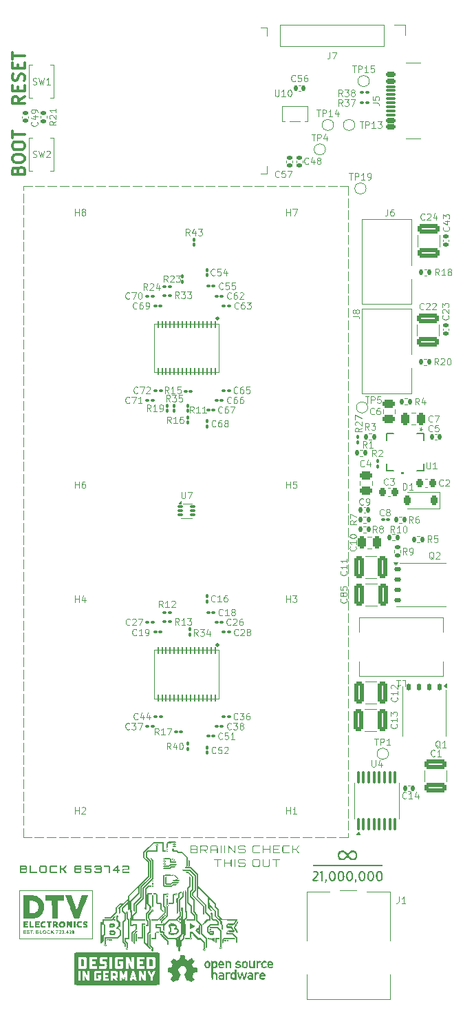
<source format=gbr>
%TF.GenerationSoftware,KiCad,Pcbnew,8.0.4*%
%TF.CreationDate,2024-09-12T18:41:14+02:00*%
%TF.ProjectId,BitForgeNano,42697446-6f72-4676-954e-616e6f2e6b69,rev?*%
%TF.SameCoordinates,Original*%
%TF.FileFunction,Legend,Top*%
%TF.FilePolarity,Positive*%
%FSLAX46Y46*%
G04 Gerber Fmt 4.6, Leading zero omitted, Abs format (unit mm)*
G04 Created by KiCad (PCBNEW 8.0.4) date 2024-09-12 18:41:14*
%MOMM*%
%LPD*%
G01*
G04 APERTURE LIST*
G04 Aperture macros list*
%AMRoundRect*
0 Rectangle with rounded corners*
0 $1 Rounding radius*
0 $2 $3 $4 $5 $6 $7 $8 $9 X,Y pos of 4 corners*
0 Add a 4 corners polygon primitive as box body*
4,1,4,$2,$3,$4,$5,$6,$7,$8,$9,$2,$3,0*
0 Add four circle primitives for the rounded corners*
1,1,$1+$1,$2,$3*
1,1,$1+$1,$4,$5*
1,1,$1+$1,$6,$7*
1,1,$1+$1,$8,$9*
0 Add four rect primitives between the rounded corners*
20,1,$1+$1,$2,$3,$4,$5,0*
20,1,$1+$1,$4,$5,$6,$7,0*
20,1,$1+$1,$6,$7,$8,$9,0*
20,1,$1+$1,$8,$9,$2,$3,0*%
%AMFreePoly0*
4,1,17,2.675000,1.605000,1.875000,1.605000,1.875000,0.935000,2.675000,0.935000,2.675000,0.335000,1.875000,0.335000,1.875000,-0.335000,2.675000,-0.335000,2.675000,-0.935000,1.875000,-0.935000,1.875000,-1.605000,2.675000,-1.605000,2.675000,-2.205000,-1.875000,-2.205000,-1.875000,2.205000,2.675000,2.205000,2.675000,1.605000,2.675000,1.605000,$1*%
G04 Aperture macros list end*
%ADD10C,0.100000*%
%ADD11C,0.000000*%
%ADD12C,0.300000*%
%ADD13C,0.120000*%
%ADD14C,0.152400*%
%ADD15C,0.252485*%
%ADD16RoundRect,0.140000X0.170000X-0.140000X0.170000X0.140000X-0.170000X0.140000X-0.170000X-0.140000X0*%
%ADD17RoundRect,0.100000X0.100000X-0.637500X0.100000X0.637500X-0.100000X0.637500X-0.100000X-0.637500X0*%
%ADD18RoundRect,0.100000X-0.130000X-0.100000X0.130000X-0.100000X0.130000X0.100000X-0.130000X0.100000X0*%
%ADD19RoundRect,0.100000X0.130000X0.100000X-0.130000X0.100000X-0.130000X-0.100000X0.130000X-0.100000X0*%
%ADD20C,3.200000*%
%ADD21RoundRect,0.250000X0.475000X-0.250000X0.475000X0.250000X-0.475000X0.250000X-0.475000X-0.250000X0*%
%ADD22RoundRect,0.250000X-0.250000X-0.475000X0.250000X-0.475000X0.250000X0.475000X-0.250000X0.475000X0*%
%ADD23C,3.400000*%
%ADD24RoundRect,0.135000X0.135000X0.185000X-0.135000X0.185000X-0.135000X-0.185000X0.135000X-0.185000X0*%
%ADD25RoundRect,0.100000X0.100000X-0.130000X0.100000X0.130000X-0.100000X0.130000X-0.100000X-0.130000X0*%
%ADD26C,0.650000*%
%ADD27RoundRect,0.150000X0.425000X-0.150000X0.425000X0.150000X-0.425000X0.150000X-0.425000X-0.150000X0*%
%ADD28RoundRect,0.075000X0.500000X-0.075000X0.500000X0.075000X-0.500000X0.075000X-0.500000X-0.075000X0*%
%ADD29O,2.100000X1.000000*%
%ADD30O,1.800000X1.000000*%
%ADD31C,1.600000*%
%ADD32R,4.000000X2.000000*%
%ADD33O,2.000000X3.500000*%
%ADD34O,3.300000X2.000000*%
%ADD35C,1.295400*%
%ADD36C,1.574800*%
%ADD37RoundRect,0.225000X0.225000X0.375000X-0.225000X0.375000X-0.225000X-0.375000X0.225000X-0.375000X0*%
%ADD38RoundRect,0.135000X0.185000X-0.135000X0.185000X0.135000X-0.185000X0.135000X-0.185000X-0.135000X0*%
%ADD39R,1.524000X0.508000*%
%ADD40RoundRect,0.135000X-0.135000X-0.185000X0.135000X-0.185000X0.135000X0.185000X-0.135000X0.185000X0*%
%ADD41RoundRect,0.250000X1.100000X-0.325000X1.100000X0.325000X-1.100000X0.325000X-1.100000X-0.325000X0*%
%ADD42RoundRect,0.250000X0.250000X0.475000X-0.250000X0.475000X-0.250000X-0.475000X0.250000X-0.475000X0*%
%ADD43C,1.000000*%
%ADD44R,0.558800X0.952500*%
%ADD45R,1.700000X1.700000*%
%ADD46O,1.700000X1.700000*%
%ADD47RoundRect,0.140000X-0.170000X0.140000X-0.170000X-0.140000X0.170000X-0.140000X0.170000X0.140000X0*%
%ADD48RoundRect,0.250000X-0.325000X-1.100000X0.325000X-1.100000X0.325000X1.100000X-0.325000X1.100000X0*%
%ADD49RoundRect,0.250000X-0.475000X0.250000X-0.475000X-0.250000X0.475000X-0.250000X0.475000X0.250000X0*%
%ADD50RoundRect,0.085000X-0.265000X-0.085000X0.265000X-0.085000X0.265000X0.085000X-0.265000X0.085000X0*%
%ADD51R,0.900000X1.500000*%
%ADD52R,1.500000X0.900000*%
%ADD53R,0.900000X0.900000*%
%ADD54R,0.304800X0.609600*%
%ADD55R,0.609600X0.304800*%
%ADD56R,2.590800X2.590800*%
%ADD57R,2.000000X3.050000*%
%ADD58RoundRect,0.140000X-0.140000X-0.170000X0.140000X-0.170000X0.140000X0.170000X-0.140000X0.170000X0*%
%ADD59RoundRect,0.225000X-0.225000X-0.250000X0.225000X-0.250000X0.225000X0.250000X-0.225000X0.250000X0*%
%ADD60RoundRect,0.250000X-1.100000X0.325000X-1.100000X-0.325000X1.100000X-0.325000X1.100000X0.325000X0*%
%ADD61RoundRect,0.055250X-0.055250X0.340750X-0.055250X-0.340750X0.055250X-0.340750X0.055250X0.340750X0*%
%ADD62RoundRect,0.140000X0.140000X0.170000X-0.140000X0.170000X-0.140000X-0.170000X0.140000X-0.170000X0*%
%ADD63FreePoly0,0.000000*%
%ADD64RoundRect,0.125000X-0.300000X-0.125000X0.300000X-0.125000X0.300000X0.125000X-0.300000X0.125000X0*%
%ADD65FreePoly0,270.000000*%
%ADD66RoundRect,0.125000X-0.125000X0.300000X-0.125000X-0.300000X0.125000X-0.300000X0.125000X0.300000X0*%
G04 APERTURE END LIST*
D10*
X46500000Y-153500000D02*
X55500000Y-153500000D01*
X55500000Y-159500000D01*
X46500000Y-159500000D01*
X46500000Y-153500000D01*
D11*
G36*
X68589358Y-159401975D02*
G01*
X68889395Y-159401975D01*
X69135722Y-159652005D01*
X69383900Y-159902036D01*
X69370937Y-160302086D01*
X69366219Y-160428228D01*
X69362116Y-160530625D01*
X69359117Y-160611954D01*
X69358185Y-160645555D01*
X69357712Y-160674892D01*
X69357761Y-160700301D01*
X69358391Y-160722117D01*
X69359665Y-160740673D01*
X69360563Y-160748834D01*
X69361644Y-160756305D01*
X69362916Y-160763129D01*
X69364388Y-160769347D01*
X69366066Y-160775001D01*
X69367959Y-160780133D01*
X69370074Y-160784785D01*
X69372418Y-160788999D01*
X69375000Y-160792816D01*
X69377827Y-160796278D01*
X69382109Y-160801358D01*
X69385934Y-160806521D01*
X69389313Y-160811763D01*
X69392257Y-160817077D01*
X69394776Y-160822458D01*
X69396882Y-160827898D01*
X69398586Y-160833393D01*
X69399898Y-160838937D01*
X69400830Y-160844523D01*
X69401392Y-160850145D01*
X69401595Y-160855797D01*
X69401451Y-160861474D01*
X69400970Y-160867170D01*
X69400163Y-160872878D01*
X69399041Y-160878592D01*
X69397616Y-160884307D01*
X69395897Y-160890017D01*
X69393896Y-160895715D01*
X69391625Y-160901396D01*
X69389093Y-160907054D01*
X69383292Y-160918275D01*
X69376581Y-160929331D01*
X69369049Y-160940174D01*
X69360782Y-160950756D01*
X69351869Y-160961030D01*
X69342396Y-160970947D01*
X69334411Y-160973840D01*
X69326509Y-160976174D01*
X69318647Y-160977970D01*
X69310785Y-160979252D01*
X69302883Y-160980044D01*
X69294899Y-160980368D01*
X69286792Y-160980249D01*
X69278522Y-160979708D01*
X69270047Y-160978770D01*
X69261327Y-160977457D01*
X69252321Y-160975794D01*
X69242987Y-160973802D01*
X69223175Y-160968928D01*
X69201563Y-160963021D01*
X69191043Y-160952435D01*
X69181088Y-160941536D01*
X69171809Y-160930360D01*
X69163318Y-160918941D01*
X69155726Y-160907317D01*
X69149145Y-160895521D01*
X69146269Y-160889569D01*
X69143687Y-160883589D01*
X69141414Y-160877583D01*
X69139463Y-160871556D01*
X69137849Y-160865513D01*
X69136585Y-160859459D01*
X69135685Y-160853397D01*
X69135163Y-160847331D01*
X69135148Y-160846599D01*
X69174615Y-160846599D01*
X69174790Y-160849281D01*
X69175304Y-160852107D01*
X69176142Y-160855063D01*
X69177287Y-160858134D01*
X69178725Y-160861303D01*
X69180438Y-160864557D01*
X69184631Y-160871258D01*
X69189740Y-160878115D01*
X69195640Y-160885008D01*
X69202203Y-160891817D01*
X69209305Y-160898420D01*
X69216819Y-160904699D01*
X69224620Y-160910530D01*
X69232581Y-160915796D01*
X69240577Y-160920374D01*
X69248481Y-160924145D01*
X69252360Y-160925690D01*
X69256168Y-160926987D01*
X69259891Y-160928023D01*
X69263512Y-160928781D01*
X69267016Y-160929247D01*
X69270387Y-160929406D01*
X69273753Y-160929341D01*
X69277244Y-160929147D01*
X69284538Y-160928385D01*
X69292147Y-160927146D01*
X69299951Y-160925456D01*
X69307827Y-160923339D01*
X69315655Y-160920821D01*
X69323314Y-160917927D01*
X69330681Y-160914682D01*
X69334218Y-160912936D01*
X69337636Y-160911111D01*
X69340921Y-160909212D01*
X69344058Y-160907241D01*
X69347031Y-160905200D01*
X69349824Y-160903095D01*
X69352424Y-160900926D01*
X69354814Y-160898699D01*
X69356980Y-160896415D01*
X69358907Y-160894078D01*
X69360578Y-160891692D01*
X69361980Y-160889258D01*
X69363096Y-160886782D01*
X69363913Y-160884264D01*
X69364414Y-160881710D01*
X69364584Y-160879121D01*
X69364267Y-160873558D01*
X69363288Y-160864528D01*
X69361607Y-160853098D01*
X69360491Y-160846818D01*
X69359185Y-160840339D01*
X69357684Y-160833795D01*
X69355982Y-160827319D01*
X69354075Y-160821046D01*
X69351957Y-160815108D01*
X69349625Y-160809640D01*
X69347071Y-160804775D01*
X69345711Y-160802610D01*
X69344293Y-160800646D01*
X69342818Y-160798900D01*
X69341284Y-160797388D01*
X69338321Y-160794157D01*
X69335017Y-160790750D01*
X69331413Y-160787220D01*
X69327553Y-160783619D01*
X69323479Y-160780002D01*
X69319234Y-160776421D01*
X69314861Y-160772929D01*
X69310401Y-160769579D01*
X69305898Y-160766425D01*
X69301394Y-160763519D01*
X69296932Y-160760915D01*
X69292555Y-160758665D01*
X69288304Y-160756822D01*
X69286240Y-160756070D01*
X69284223Y-160755441D01*
X69282259Y-160754939D01*
X69280354Y-160754573D01*
X69278513Y-160754348D01*
X69276740Y-160754272D01*
X69273351Y-160754458D01*
X69269794Y-160755003D01*
X69266087Y-160755890D01*
X69262249Y-160757099D01*
X69258296Y-160758613D01*
X69254248Y-160760411D01*
X69250122Y-160762477D01*
X69245937Y-160764791D01*
X69237461Y-160770090D01*
X69228963Y-160776159D01*
X69220588Y-160782851D01*
X69212481Y-160790017D01*
X69204787Y-160797509D01*
X69197650Y-160805178D01*
X69191214Y-160812875D01*
X69185624Y-160820453D01*
X69181025Y-160827763D01*
X69179141Y-160831270D01*
X69177560Y-160834656D01*
X69176299Y-160837900D01*
X69175376Y-160840984D01*
X69174809Y-160843890D01*
X69174615Y-160846599D01*
X69135148Y-160846599D01*
X69135034Y-160841268D01*
X69135311Y-160835210D01*
X69136008Y-160829162D01*
X69137139Y-160823129D01*
X69138718Y-160817115D01*
X69140759Y-160811125D01*
X69143275Y-160805162D01*
X69146282Y-160799232D01*
X69149792Y-160793339D01*
X69153820Y-160787487D01*
X69158379Y-160781681D01*
X69163485Y-160775924D01*
X69170227Y-160767984D01*
X69175925Y-160759181D01*
X69180664Y-160749125D01*
X69184526Y-160737424D01*
X69187596Y-160723686D01*
X69189958Y-160707519D01*
X69192895Y-160666336D01*
X69194009Y-160610741D01*
X69193972Y-160537602D01*
X69193136Y-160326163D01*
X69193136Y-159966859D01*
X68813459Y-159587183D01*
X68535647Y-159587183D01*
X68128188Y-159179724D01*
X67968996Y-159021515D01*
X67898635Y-158952319D01*
X67836717Y-158891957D01*
X67784956Y-158842099D01*
X67745067Y-158804417D01*
X67718766Y-158780582D01*
X67711246Y-158774380D01*
X67707765Y-158772266D01*
X67706908Y-158772600D01*
X67706073Y-158773590D01*
X67704470Y-158777472D01*
X67702959Y-158783779D01*
X67701543Y-158792379D01*
X67699008Y-158815924D01*
X67696884Y-158847044D01*
X67695195Y-158884675D01*
X67693961Y-158927754D01*
X67693205Y-158975217D01*
X67692948Y-159026001D01*
X67692769Y-159168192D01*
X67693132Y-159226244D01*
X67693598Y-159252045D01*
X67694319Y-159275708D01*
X67695344Y-159297245D01*
X67696722Y-159316664D01*
X67698501Y-159333977D01*
X67700731Y-159349193D01*
X67703461Y-159362321D01*
X67706739Y-159373374D01*
X67708599Y-159378124D01*
X67710614Y-159382359D01*
X67712792Y-159386080D01*
X67715136Y-159389288D01*
X67718941Y-159393566D01*
X67722373Y-159397726D01*
X67725441Y-159401776D01*
X67728152Y-159405724D01*
X67730514Y-159409578D01*
X67732535Y-159413346D01*
X67734222Y-159417038D01*
X67735584Y-159420660D01*
X67736629Y-159424221D01*
X67737364Y-159427730D01*
X67737796Y-159431195D01*
X67737935Y-159434624D01*
X67737787Y-159438026D01*
X67737361Y-159441408D01*
X67736664Y-159444778D01*
X67735704Y-159448146D01*
X67734489Y-159451520D01*
X67733027Y-159454907D01*
X67731326Y-159458316D01*
X67729393Y-159461755D01*
X67727236Y-159465233D01*
X67724863Y-159468758D01*
X67719502Y-159475980D01*
X67713371Y-159483489D01*
X67706532Y-159491351D01*
X67690985Y-159508395D01*
X67686459Y-159510631D01*
X67682247Y-159512843D01*
X67678331Y-159515028D01*
X67674692Y-159517184D01*
X67671312Y-159519307D01*
X67668172Y-159521395D01*
X67665254Y-159523445D01*
X67662538Y-159525453D01*
X67657642Y-159529335D01*
X67653334Y-159533018D01*
X67645890Y-159539695D01*
X67642456Y-159542642D01*
X67639016Y-159545299D01*
X67637247Y-159546510D01*
X67635421Y-159547641D01*
X67633519Y-159548686D01*
X67631522Y-159549645D01*
X67629413Y-159550514D01*
X67627172Y-159551289D01*
X67624781Y-159551969D01*
X67622221Y-159552549D01*
X67619473Y-159553029D01*
X67616520Y-159553403D01*
X67613342Y-159553671D01*
X67609921Y-159553827D01*
X67600260Y-159549915D01*
X67588044Y-159546492D01*
X67573412Y-159543525D01*
X67556508Y-159540981D01*
X67516449Y-159537034D01*
X67469004Y-159534389D01*
X67415308Y-159532786D01*
X67356497Y-159531965D01*
X67228076Y-159531620D01*
X67183565Y-159531435D01*
X67143636Y-159530832D01*
X67108054Y-159529740D01*
X67091819Y-159528989D01*
X67076581Y-159528090D01*
X67062313Y-159527033D01*
X67048983Y-159525810D01*
X67036563Y-159524412D01*
X67025023Y-159522830D01*
X67014334Y-159521056D01*
X67004465Y-159519080D01*
X66995388Y-159516894D01*
X66987074Y-159514488D01*
X66979491Y-159511855D01*
X66972612Y-159508985D01*
X66966406Y-159505870D01*
X66960844Y-159502500D01*
X66955897Y-159498868D01*
X66951534Y-159494963D01*
X66947727Y-159490777D01*
X66944447Y-159486302D01*
X66941662Y-159481528D01*
X66939345Y-159476447D01*
X66937465Y-159471050D01*
X66935993Y-159465328D01*
X66934899Y-159459273D01*
X66934155Y-159452875D01*
X66933730Y-159446125D01*
X66933594Y-159439016D01*
X66934319Y-159425184D01*
X66936608Y-159412811D01*
X66937000Y-159411742D01*
X67519802Y-159411742D01*
X67519878Y-159418569D01*
X67520373Y-159425405D01*
X67521292Y-159432211D01*
X67522637Y-159438953D01*
X67524414Y-159445591D01*
X67526627Y-159452090D01*
X67529279Y-159458412D01*
X67532374Y-159464521D01*
X67535917Y-159470379D01*
X67539912Y-159475950D01*
X67544362Y-159481196D01*
X67549272Y-159486080D01*
X67554646Y-159490565D01*
X67560488Y-159494615D01*
X67566503Y-159498050D01*
X67572716Y-159500733D01*
X67579094Y-159502696D01*
X67585601Y-159503970D01*
X67592201Y-159504584D01*
X67598861Y-159504569D01*
X67605545Y-159503956D01*
X67612219Y-159502776D01*
X67618846Y-159501058D01*
X67625393Y-159498834D01*
X67631824Y-159496133D01*
X67638104Y-159492987D01*
X67644199Y-159489426D01*
X67650073Y-159485480D01*
X67655691Y-159481181D01*
X67661019Y-159476557D01*
X67666021Y-159471641D01*
X67670662Y-159466462D01*
X67674909Y-159461051D01*
X67678724Y-159455439D01*
X67682075Y-159449656D01*
X67684924Y-159443733D01*
X67687239Y-159437699D01*
X67688983Y-159431587D01*
X67690122Y-159425425D01*
X67690620Y-159419245D01*
X67690443Y-159413077D01*
X67689556Y-159406953D01*
X67687924Y-159400901D01*
X67685512Y-159394953D01*
X67682284Y-159389140D01*
X67678206Y-159383491D01*
X67675232Y-159380476D01*
X67671259Y-159377044D01*
X67666421Y-159373280D01*
X67660852Y-159369267D01*
X67654684Y-159365090D01*
X67648051Y-159360834D01*
X67641086Y-159356583D01*
X67633923Y-159352422D01*
X67626695Y-159348434D01*
X67619535Y-159344703D01*
X67612576Y-159341316D01*
X67605953Y-159338355D01*
X67599797Y-159335905D01*
X67594243Y-159334051D01*
X67589424Y-159332876D01*
X67587331Y-159332570D01*
X67585473Y-159332466D01*
X67578699Y-159332815D01*
X67572271Y-159333839D01*
X67566194Y-159335501D01*
X67560470Y-159337762D01*
X67555105Y-159340587D01*
X67550102Y-159343938D01*
X67545465Y-159347779D01*
X67541199Y-159352072D01*
X67537307Y-159356780D01*
X67533794Y-159361867D01*
X67530663Y-159367295D01*
X67527919Y-159373028D01*
X67525566Y-159379027D01*
X67523607Y-159385258D01*
X67522047Y-159391681D01*
X67520891Y-159398261D01*
X67520141Y-159404960D01*
X67519802Y-159411742D01*
X66937000Y-159411742D01*
X66940635Y-159401826D01*
X66943354Y-159396831D01*
X66946573Y-159392157D01*
X66950313Y-159387794D01*
X66954595Y-159383734D01*
X66964876Y-159376485D01*
X66977587Y-159370338D01*
X66992903Y-159365224D01*
X67010996Y-159361071D01*
X67032041Y-159357806D01*
X67056209Y-159355360D01*
X67083676Y-159353662D01*
X67114613Y-159352639D01*
X67149195Y-159352220D01*
X67229984Y-159352913D01*
X67332321Y-159354339D01*
X67372541Y-159353663D01*
X67406220Y-159351269D01*
X67420785Y-159349241D01*
X67433930Y-159346562D01*
X67445724Y-159343156D01*
X67456239Y-159338949D01*
X67465547Y-159333867D01*
X67473719Y-159327836D01*
X67480826Y-159320781D01*
X67486939Y-159312628D01*
X67492130Y-159303303D01*
X67496469Y-159292732D01*
X67500029Y-159280841D01*
X67502880Y-159267554D01*
X67506740Y-159236500D01*
X67508620Y-159198975D01*
X67509090Y-159154385D01*
X67508720Y-159102138D01*
X67507740Y-158972291D01*
X67507790Y-158921439D01*
X67507965Y-158876276D01*
X67508302Y-158836414D01*
X67508840Y-158801465D01*
X67509617Y-158771042D01*
X67510671Y-158744756D01*
X67511313Y-158733043D01*
X67512039Y-158722219D01*
X67512853Y-158712236D01*
X67513760Y-158703044D01*
X67514764Y-158694596D01*
X67515871Y-158686843D01*
X67517085Y-158679735D01*
X67518412Y-158673226D01*
X67519854Y-158667267D01*
X67521418Y-158661808D01*
X67523109Y-158656801D01*
X67524930Y-158652199D01*
X67526887Y-158647952D01*
X67528984Y-158644011D01*
X67531226Y-158640330D01*
X67533619Y-158636858D01*
X67536166Y-158633547D01*
X67538872Y-158630350D01*
X67541742Y-158627217D01*
X67544782Y-158624099D01*
X67550064Y-158619105D01*
X67555529Y-158614531D01*
X67561227Y-158610365D01*
X67567209Y-158606591D01*
X67573528Y-158603198D01*
X67580235Y-158600170D01*
X67587382Y-158597496D01*
X67595020Y-158595160D01*
X67603200Y-158593150D01*
X67611974Y-158591452D01*
X67621394Y-158590053D01*
X67631511Y-158588938D01*
X67642377Y-158588095D01*
X67654044Y-158587509D01*
X67666562Y-158587168D01*
X67679984Y-158587057D01*
X67778146Y-158587057D01*
X68589358Y-159401975D01*
G37*
G36*
X65590834Y-149754472D02*
G01*
X65594047Y-149754765D01*
X65597263Y-149755297D01*
X65600486Y-149756067D01*
X65603719Y-149757077D01*
X65606966Y-149758325D01*
X65610229Y-149759811D01*
X65613513Y-149761537D01*
X65616821Y-149763501D01*
X65620156Y-149765704D01*
X65623521Y-149768146D01*
X65626921Y-149770826D01*
X65630357Y-149773745D01*
X65633835Y-149776903D01*
X65637356Y-149780300D01*
X65644545Y-149787809D01*
X65648360Y-149792197D01*
X65651820Y-149796671D01*
X65654929Y-149801218D01*
X65657690Y-149805827D01*
X65660107Y-149810487D01*
X65662182Y-149815185D01*
X65663920Y-149819910D01*
X65665323Y-149824649D01*
X65666395Y-149829390D01*
X65667140Y-149834123D01*
X65667560Y-149838834D01*
X65667660Y-149843513D01*
X65667442Y-149848147D01*
X65666910Y-149852724D01*
X65666068Y-149857233D01*
X65664918Y-149861661D01*
X65663464Y-149865998D01*
X65661710Y-149870230D01*
X65659659Y-149874346D01*
X65657314Y-149878334D01*
X65654679Y-149882182D01*
X65651757Y-149885879D01*
X65648552Y-149889413D01*
X65645066Y-149892771D01*
X65641304Y-149895942D01*
X65637268Y-149898913D01*
X65632962Y-149901674D01*
X65628390Y-149904212D01*
X65623555Y-149906516D01*
X65618460Y-149908573D01*
X65613108Y-149910371D01*
X65607504Y-149911899D01*
X65599627Y-149913656D01*
X65591981Y-149914777D01*
X65584580Y-149915289D01*
X65577436Y-149915216D01*
X65570563Y-149914587D01*
X65563976Y-149913425D01*
X65557686Y-149911759D01*
X65551709Y-149909613D01*
X65546057Y-149907014D01*
X65540745Y-149903989D01*
X65535785Y-149900562D01*
X65531191Y-149896761D01*
X65526977Y-149892611D01*
X65523157Y-149888138D01*
X65519744Y-149883369D01*
X65516751Y-149878330D01*
X65514192Y-149873047D01*
X65512081Y-149867545D01*
X65510431Y-149861852D01*
X65509256Y-149855993D01*
X65508569Y-149849994D01*
X65508384Y-149843882D01*
X65508715Y-149837682D01*
X65509574Y-149831420D01*
X65510976Y-149825124D01*
X65512935Y-149818818D01*
X65515463Y-149812529D01*
X65518574Y-149806283D01*
X65522283Y-149800107D01*
X65526601Y-149794026D01*
X65531544Y-149788066D01*
X65537124Y-149782253D01*
X65540744Y-149778726D01*
X65544313Y-149775438D01*
X65547834Y-149772389D01*
X65551312Y-149769578D01*
X65554748Y-149767006D01*
X65558147Y-149764673D01*
X65561513Y-149762579D01*
X65564847Y-149760723D01*
X65568155Y-149759106D01*
X65571439Y-149757728D01*
X65574703Y-149756588D01*
X65577949Y-149755688D01*
X65581182Y-149755026D01*
X65584405Y-149754602D01*
X65587622Y-149754418D01*
X65590834Y-149754472D01*
G37*
G36*
X65962919Y-152217446D02*
G01*
X65997656Y-152217772D01*
X66027900Y-152218369D01*
X66054036Y-152219273D01*
X66065684Y-152219851D01*
X66076450Y-152220519D01*
X66086382Y-152221281D01*
X66095527Y-152222142D01*
X66103935Y-152223106D01*
X66111652Y-152224177D01*
X66118728Y-152225361D01*
X66125211Y-152226660D01*
X66131148Y-152228080D01*
X66136588Y-152229626D01*
X66141580Y-152231301D01*
X66146170Y-152233110D01*
X66150407Y-152235057D01*
X66154341Y-152237147D01*
X66158017Y-152239385D01*
X66161486Y-152241773D01*
X66164794Y-152244318D01*
X66167990Y-152247024D01*
X66171123Y-152249894D01*
X66174240Y-152252933D01*
X66178014Y-152256792D01*
X66181681Y-152260714D01*
X66185224Y-152264673D01*
X66188623Y-152268646D01*
X66191859Y-152272609D01*
X66194914Y-152276536D01*
X66197767Y-152280403D01*
X66200401Y-152284186D01*
X66202797Y-152287861D01*
X66204934Y-152291403D01*
X66206795Y-152294787D01*
X66208360Y-152297990D01*
X66209610Y-152300987D01*
X66210526Y-152303753D01*
X66210854Y-152305042D01*
X66211090Y-152306264D01*
X66211234Y-152307416D01*
X66211283Y-152308495D01*
X66211090Y-152310422D01*
X66210526Y-152312706D01*
X66209610Y-152315316D01*
X66208360Y-152318219D01*
X66206795Y-152321382D01*
X66204934Y-152324773D01*
X66202797Y-152328360D01*
X66200401Y-152332109D01*
X66197767Y-152335989D01*
X66194914Y-152339966D01*
X66191859Y-152344009D01*
X66188623Y-152348084D01*
X66185224Y-152352159D01*
X66181681Y-152356201D01*
X66178014Y-152360178D01*
X66174240Y-152364058D01*
X66167992Y-152369968D01*
X66161497Y-152375221D01*
X66154377Y-152379856D01*
X66146257Y-152383910D01*
X66136758Y-152387421D01*
X66125504Y-152390428D01*
X66112118Y-152392968D01*
X66096222Y-152395080D01*
X66055393Y-152398169D01*
X66000000Y-152400000D01*
X65927028Y-152400875D01*
X65833458Y-152401099D01*
X65771015Y-152400763D01*
X65711046Y-152399797D01*
X65654984Y-152398267D01*
X65604262Y-152396237D01*
X65560311Y-152393774D01*
X65524564Y-152390942D01*
X65510215Y-152389407D01*
X65498454Y-152387805D01*
X65489461Y-152386144D01*
X65483413Y-152384430D01*
X65476170Y-152381319D01*
X65469372Y-152377903D01*
X65463021Y-152374202D01*
X65457119Y-152370236D01*
X65451665Y-152366026D01*
X65446662Y-152361592D01*
X65442109Y-152356955D01*
X65438008Y-152352135D01*
X65434361Y-152347152D01*
X65431168Y-152342026D01*
X65428429Y-152336778D01*
X65426147Y-152331429D01*
X65424322Y-152325998D01*
X65422955Y-152320507D01*
X65422048Y-152314974D01*
X65421600Y-152309421D01*
X65421614Y-152303868D01*
X65422090Y-152298336D01*
X65423029Y-152292844D01*
X65424433Y-152287413D01*
X65426302Y-152282064D01*
X65428637Y-152276816D01*
X65431439Y-152271691D01*
X65434710Y-152266708D01*
X65438450Y-152261887D01*
X65442660Y-152257250D01*
X65447342Y-152252816D01*
X65452497Y-152248606D01*
X65458124Y-152244641D01*
X65464226Y-152240939D01*
X65470804Y-152237523D01*
X65477858Y-152234412D01*
X65483559Y-152232699D01*
X65492215Y-152231037D01*
X65517706Y-152227901D01*
X65552965Y-152225068D01*
X65596622Y-152222605D01*
X65647312Y-152220575D01*
X65703667Y-152219045D01*
X65764319Y-152218079D01*
X65827901Y-152217743D01*
X65878427Y-152217467D01*
X65923305Y-152217356D01*
X65962919Y-152217446D01*
G37*
G36*
X66328970Y-156877399D02*
G01*
X66334447Y-156878915D01*
X66339573Y-156881584D01*
X66344344Y-156885447D01*
X66348755Y-156890543D01*
X66352801Y-156896911D01*
X66356478Y-156904592D01*
X66359781Y-156913625D01*
X66362705Y-156924049D01*
X66365246Y-156935905D01*
X66367399Y-156949231D01*
X66369160Y-156964068D01*
X66370524Y-156980455D01*
X66372041Y-157018037D01*
X66371914Y-157062294D01*
X66370799Y-157103867D01*
X66370072Y-157122477D01*
X66369226Y-157139693D01*
X66368258Y-157155561D01*
X66367164Y-157170124D01*
X66365939Y-157183426D01*
X66364581Y-157195512D01*
X66363084Y-157206425D01*
X66361446Y-157216209D01*
X66359662Y-157224909D01*
X66357729Y-157232568D01*
X66355642Y-157239230D01*
X66353398Y-157244940D01*
X66350993Y-157249742D01*
X66348422Y-157253679D01*
X66345682Y-157256796D01*
X66344248Y-157258060D01*
X66342770Y-157259136D01*
X66341248Y-157260029D01*
X66339681Y-157260744D01*
X66338068Y-157261287D01*
X66336411Y-157261663D01*
X66332956Y-157261939D01*
X66329313Y-157261614D01*
X66325478Y-157260733D01*
X66321446Y-157259339D01*
X66317214Y-157257478D01*
X66312778Y-157255192D01*
X66308135Y-157252526D01*
X66303279Y-157249524D01*
X66292917Y-157242689D01*
X66281661Y-157235037D01*
X66264097Y-157222937D01*
X66240677Y-157206194D01*
X66213928Y-157186081D01*
X66200095Y-157175157D01*
X66186376Y-157163868D01*
X66173089Y-157152372D01*
X66160548Y-157140829D01*
X66149071Y-157129396D01*
X66138972Y-157118233D01*
X66134538Y-157112803D01*
X66130567Y-157107500D01*
X66127099Y-157102344D01*
X66124173Y-157097354D01*
X66121828Y-157092552D01*
X66120104Y-157087955D01*
X66119041Y-157083586D01*
X66118678Y-157079463D01*
X66118799Y-157077820D01*
X66119156Y-157076021D01*
X66120543Y-157071978D01*
X66122773Y-157067379D01*
X66125777Y-157062270D01*
X66129486Y-157056696D01*
X66133834Y-157050703D01*
X66138752Y-157044336D01*
X66144172Y-157037642D01*
X66156246Y-157023453D01*
X66169512Y-157008500D01*
X66197447Y-156977763D01*
X66218081Y-156955163D01*
X66237591Y-156934802D01*
X66255940Y-156916997D01*
X66273091Y-156902064D01*
X66289007Y-156890321D01*
X66296490Y-156885745D01*
X66303650Y-156882085D01*
X66310483Y-156879381D01*
X66316984Y-156877672D01*
X66323148Y-156876998D01*
X66328970Y-156877399D01*
G37*
G36*
X64839420Y-149586143D02*
G01*
X64889814Y-149586446D01*
X64934589Y-149586917D01*
X64974101Y-149587583D01*
X65008705Y-149588472D01*
X65038757Y-149589611D01*
X65064611Y-149591026D01*
X65086624Y-149592745D01*
X65105151Y-149594796D01*
X65113218Y-149595953D01*
X65120547Y-149597204D01*
X65127182Y-149598551D01*
X65133167Y-149599997D01*
X65138548Y-149601547D01*
X65143368Y-149603203D01*
X65147672Y-149604969D01*
X65151504Y-149606848D01*
X65154908Y-149608844D01*
X65157930Y-149610960D01*
X65160614Y-149613200D01*
X65163003Y-149615566D01*
X65166999Y-149620031D01*
X65170658Y-149625152D01*
X65173991Y-149631022D01*
X65177010Y-149637733D01*
X65179724Y-149645378D01*
X65182146Y-149654047D01*
X65184286Y-149663835D01*
X65186154Y-149674833D01*
X65187762Y-149687133D01*
X65189120Y-149700827D01*
X65191131Y-149732768D01*
X65192274Y-149771394D01*
X65192636Y-149817443D01*
X65192636Y-149991539D01*
X65500082Y-149997096D01*
X65549344Y-149998123D01*
X65593182Y-149999150D01*
X65631947Y-150000221D01*
X65665988Y-150001379D01*
X65695656Y-150002666D01*
X65721301Y-150004128D01*
X65732724Y-150004937D01*
X65743273Y-150005806D01*
X65752990Y-150006740D01*
X65761920Y-150007745D01*
X65770107Y-150008826D01*
X65777595Y-150009988D01*
X65784426Y-150011237D01*
X65790646Y-150012578D01*
X65796297Y-150014016D01*
X65801423Y-150015558D01*
X65806069Y-150017209D01*
X65810277Y-150018973D01*
X65814092Y-150020857D01*
X65817558Y-150022865D01*
X65820717Y-150025004D01*
X65823615Y-150027278D01*
X65826294Y-150029694D01*
X65828798Y-150032256D01*
X65831172Y-150034969D01*
X65833458Y-150037841D01*
X65838992Y-150045759D01*
X65843789Y-150052918D01*
X65847847Y-150059426D01*
X65851168Y-150065391D01*
X65852551Y-150068204D01*
X65853750Y-150070922D01*
X65854765Y-150073558D01*
X65855595Y-150076127D01*
X65856241Y-150078642D01*
X65856702Y-150081115D01*
X65856979Y-150083562D01*
X65857071Y-150085995D01*
X65856979Y-150088428D01*
X65856702Y-150090875D01*
X65856241Y-150093349D01*
X65855595Y-150095863D01*
X65854765Y-150098432D01*
X65853750Y-150101069D01*
X65852551Y-150103787D01*
X65851168Y-150106600D01*
X65847847Y-150112565D01*
X65843789Y-150119072D01*
X65838992Y-150126231D01*
X65833458Y-150134149D01*
X65828786Y-150139734D01*
X65823521Y-150144712D01*
X65817240Y-150149125D01*
X65809525Y-150153017D01*
X65799954Y-150156432D01*
X65788106Y-150159413D01*
X65773562Y-150162003D01*
X65755901Y-150164246D01*
X65709545Y-150167863D01*
X65645673Y-150170612D01*
X65451927Y-150174895D01*
X65306004Y-150177312D01*
X65247556Y-150177646D01*
X65197845Y-150176863D01*
X65176045Y-150175927D01*
X65156164Y-150174561D01*
X65138115Y-150172714D01*
X65121808Y-150170338D01*
X65107157Y-150167380D01*
X65094072Y-150163792D01*
X65082466Y-150159523D01*
X65072251Y-150154523D01*
X65063337Y-150148741D01*
X65055638Y-150142128D01*
X65049065Y-150134633D01*
X65043529Y-150126206D01*
X65038943Y-150116797D01*
X65035218Y-150106356D01*
X65032267Y-150094832D01*
X65030000Y-150082175D01*
X65028330Y-150068336D01*
X65027169Y-150053264D01*
X65026021Y-150019219D01*
X65025949Y-149934125D01*
X65025949Y-149752621D01*
X64670349Y-149752621D01*
X64567645Y-149752407D01*
X64524204Y-149752096D01*
X64485603Y-149751608D01*
X64451517Y-149750914D01*
X64421620Y-149749983D01*
X64395586Y-149748787D01*
X64373089Y-149747296D01*
X64353805Y-149745478D01*
X64345266Y-149744438D01*
X64337408Y-149743306D01*
X64330190Y-149742077D01*
X64323571Y-149740748D01*
X64317512Y-149739315D01*
X64311971Y-149737775D01*
X64306907Y-149736123D01*
X64302280Y-149734357D01*
X64298049Y-149732472D01*
X64294173Y-149730464D01*
X64290613Y-149728330D01*
X64287326Y-149726067D01*
X64284272Y-149723669D01*
X64281411Y-149721135D01*
X64274228Y-149714252D01*
X64270979Y-149710854D01*
X64267958Y-149707483D01*
X64265167Y-149704136D01*
X64262606Y-149700812D01*
X64260275Y-149697508D01*
X64258173Y-149694222D01*
X64256303Y-149690952D01*
X64254663Y-149687697D01*
X64253255Y-149684454D01*
X64252078Y-149681221D01*
X64251133Y-149677996D01*
X64250421Y-149674777D01*
X64249941Y-149671563D01*
X64249694Y-149668350D01*
X64249681Y-149665138D01*
X64249901Y-149661923D01*
X64250355Y-149658705D01*
X64251044Y-149655480D01*
X64251967Y-149652247D01*
X64253125Y-149649004D01*
X64254518Y-149645748D01*
X64256148Y-149642479D01*
X64258013Y-149639193D01*
X64260115Y-149635889D01*
X64262453Y-149632565D01*
X64265028Y-149629218D01*
X64267841Y-149625846D01*
X64270892Y-149622449D01*
X64274180Y-149619023D01*
X64277707Y-149615566D01*
X64282780Y-149610960D01*
X64289207Y-149606848D01*
X64297342Y-149603203D01*
X64307543Y-149599997D01*
X64320163Y-149597204D01*
X64335559Y-149594796D01*
X64376099Y-149591026D01*
X64432005Y-149588472D01*
X64506121Y-149586917D01*
X64720355Y-149585933D01*
X64839420Y-149586143D01*
G37*
G36*
X73382317Y-157366304D02*
G01*
X73386264Y-157366616D01*
X73390201Y-157367118D01*
X73394123Y-157367811D01*
X73398027Y-157368695D01*
X73401908Y-157369770D01*
X73405762Y-157371036D01*
X73409583Y-157372495D01*
X73413368Y-157374146D01*
X73417113Y-157375989D01*
X73420812Y-157378026D01*
X73424462Y-157380256D01*
X73428058Y-157382679D01*
X73431596Y-157385297D01*
X73435071Y-157388108D01*
X73438479Y-157391115D01*
X73441815Y-157394316D01*
X73448327Y-157401328D01*
X73451258Y-157404884D01*
X73453973Y-157408475D01*
X73456472Y-157412101D01*
X73458757Y-157415763D01*
X73460826Y-157419461D01*
X73462680Y-157423197D01*
X73464320Y-157426971D01*
X73465746Y-157430784D01*
X73466959Y-157434636D01*
X73467958Y-157438528D01*
X73468744Y-157442460D01*
X73469318Y-157446434D01*
X73469679Y-157450450D01*
X73469828Y-157454509D01*
X73469766Y-157458611D01*
X73469492Y-157462757D01*
X73469008Y-157466948D01*
X73468312Y-157471185D01*
X73467407Y-157475467D01*
X73466292Y-157479797D01*
X73463432Y-157488599D01*
X73459738Y-157497596D01*
X73455210Y-157506794D01*
X73449852Y-157516198D01*
X73443667Y-157525814D01*
X73434497Y-157539404D01*
X73419967Y-157562653D01*
X73377687Y-157633003D01*
X73260311Y-157833259D01*
X73106588Y-158099960D01*
X73262163Y-158370363D01*
X73284052Y-158408043D01*
X73303925Y-158442693D01*
X73321851Y-158474450D01*
X73337896Y-158503453D01*
X73352129Y-158529842D01*
X73364617Y-158553753D01*
X73375429Y-158575325D01*
X73384632Y-158594698D01*
X73392294Y-158612008D01*
X73398483Y-158627395D01*
X73403267Y-158640996D01*
X73406713Y-158652951D01*
X73407955Y-158658354D01*
X73408889Y-158663397D01*
X73409522Y-158668098D01*
X73409863Y-158672474D01*
X73409921Y-158676541D01*
X73409704Y-158680318D01*
X73409220Y-158683822D01*
X73408478Y-158687069D01*
X73407139Y-158692012D01*
X73405559Y-158696767D01*
X73403747Y-158701331D01*
X73401710Y-158705702D01*
X73399457Y-158709877D01*
X73396998Y-158713851D01*
X73394339Y-158717623D01*
X73391491Y-158721188D01*
X73388460Y-158724545D01*
X73385257Y-158727690D01*
X73381888Y-158730620D01*
X73378363Y-158733332D01*
X73374691Y-158735823D01*
X73370879Y-158738089D01*
X73366936Y-158740129D01*
X73362870Y-158741938D01*
X73358691Y-158743514D01*
X73354406Y-158744853D01*
X73350024Y-158745953D01*
X73345554Y-158746811D01*
X73341004Y-158747423D01*
X73336382Y-158747786D01*
X73331697Y-158747898D01*
X73326957Y-158747755D01*
X73322172Y-158747354D01*
X73317348Y-158746693D01*
X73312496Y-158745768D01*
X73307623Y-158744576D01*
X73302737Y-158743114D01*
X73297848Y-158741378D01*
X73292964Y-158739367D01*
X73288093Y-158737077D01*
X73277197Y-158726767D01*
X73260398Y-158705215D01*
X73212736Y-158634633D01*
X73152398Y-158537833D01*
X73086678Y-158427315D01*
X73022868Y-158315583D01*
X72968261Y-158215136D01*
X72930148Y-158138478D01*
X72919557Y-158112975D01*
X72915824Y-158098108D01*
X72919931Y-158084383D01*
X72931581Y-158058281D01*
X72973470Y-157976044D01*
X73033417Y-157865592D01*
X73103347Y-157741119D01*
X73175188Y-157616819D01*
X73240864Y-157506888D01*
X73292303Y-157425519D01*
X73310160Y-157399982D01*
X73321430Y-157386908D01*
X73324934Y-157384222D01*
X73328500Y-157381721D01*
X73332121Y-157379405D01*
X73335794Y-157377275D01*
X73339515Y-157375331D01*
X73343279Y-157373572D01*
X73347082Y-157372001D01*
X73350919Y-157370616D01*
X73354785Y-157369418D01*
X73358677Y-157368408D01*
X73362591Y-157367585D01*
X73366520Y-157366951D01*
X73370462Y-157366506D01*
X73374412Y-157366249D01*
X73378365Y-157366181D01*
X73382317Y-157366304D01*
G37*
G36*
X64391092Y-149801899D02*
G01*
X64398361Y-149802453D01*
X64405526Y-149803364D01*
X64412576Y-149804625D01*
X64419502Y-149806225D01*
X64426297Y-149808156D01*
X64432950Y-149810409D01*
X64439453Y-149812975D01*
X64445796Y-149815845D01*
X64451971Y-149819009D01*
X64457969Y-149822459D01*
X64463780Y-149826186D01*
X64469395Y-149830180D01*
X64474806Y-149834434D01*
X64480004Y-149838936D01*
X64484979Y-149843680D01*
X64489722Y-149848655D01*
X64494225Y-149853852D01*
X64498479Y-149859264D01*
X64502473Y-149864879D01*
X64506200Y-149870690D01*
X64509650Y-149876688D01*
X64512814Y-149882863D01*
X64515684Y-149889206D01*
X64518250Y-149895709D01*
X64520503Y-149902362D01*
X64522434Y-149909157D01*
X64524034Y-149916083D01*
X64525295Y-149923133D01*
X64526206Y-149930298D01*
X64526759Y-149937567D01*
X64526946Y-149944933D01*
X64526759Y-149952297D01*
X64526206Y-149959564D01*
X64525295Y-149966727D01*
X64524034Y-149973775D01*
X64522434Y-149980701D01*
X64520503Y-149987494D01*
X64518250Y-149994146D01*
X64515684Y-150000647D01*
X64512814Y-150006990D01*
X64509650Y-150013164D01*
X64506200Y-150019160D01*
X64502473Y-150024971D01*
X64498479Y-150030586D01*
X64494225Y-150035996D01*
X64489722Y-150041193D01*
X64484979Y-150046168D01*
X64480004Y-150050911D01*
X64474806Y-150055413D01*
X64469395Y-150059666D01*
X64463780Y-150063660D01*
X64457969Y-150067387D01*
X64451971Y-150070837D01*
X64445796Y-150074001D01*
X64439453Y-150076870D01*
X64432950Y-150079436D01*
X64426297Y-150081689D01*
X64419502Y-150083620D01*
X64412576Y-150085220D01*
X64405526Y-150086481D01*
X64398361Y-150087392D01*
X64391092Y-150087946D01*
X64383726Y-150088132D01*
X64376361Y-150087946D01*
X64369091Y-150087392D01*
X64361927Y-150086481D01*
X64354877Y-150085220D01*
X64347950Y-150083620D01*
X64341156Y-150081689D01*
X64334503Y-150079436D01*
X64328000Y-150076870D01*
X64321657Y-150074001D01*
X64315482Y-150070837D01*
X64309484Y-150067387D01*
X64303673Y-150063660D01*
X64298058Y-150059666D01*
X64292646Y-150055413D01*
X64287449Y-150050911D01*
X64282474Y-150046168D01*
X64277730Y-150041193D01*
X64273228Y-150035996D01*
X64268974Y-150030586D01*
X64264980Y-150024971D01*
X64261253Y-150019160D01*
X64257803Y-150013164D01*
X64254638Y-150006990D01*
X64251769Y-150000647D01*
X64249203Y-149994146D01*
X64246950Y-149987494D01*
X64245019Y-149980701D01*
X64243419Y-149973775D01*
X64242158Y-149966727D01*
X64241247Y-149959564D01*
X64240693Y-149952297D01*
X64240507Y-149944933D01*
X64312127Y-149944933D01*
X64312220Y-149948614D01*
X64312496Y-149952247D01*
X64312952Y-149955827D01*
X64313582Y-149959351D01*
X64314382Y-149962813D01*
X64315347Y-149966210D01*
X64316473Y-149969535D01*
X64317756Y-149972786D01*
X64319190Y-149975957D01*
X64320772Y-149979044D01*
X64322497Y-149982042D01*
X64324360Y-149984947D01*
X64326357Y-149987755D01*
X64328483Y-149990460D01*
X64330734Y-149993059D01*
X64333105Y-149995546D01*
X64335592Y-149997918D01*
X64338190Y-150000170D01*
X64340896Y-150002296D01*
X64343703Y-150004294D01*
X64346608Y-150006158D01*
X64349606Y-150007883D01*
X64352693Y-150009465D01*
X64355865Y-150010900D01*
X64359116Y-150012183D01*
X64362442Y-150013310D01*
X64365839Y-150014276D01*
X64369302Y-150015076D01*
X64372827Y-150015707D01*
X64376409Y-150016162D01*
X64380043Y-150016439D01*
X64383726Y-150016533D01*
X64387409Y-150016439D01*
X64391044Y-150016162D01*
X64394626Y-150015707D01*
X64398151Y-150015076D01*
X64401615Y-150014276D01*
X64405012Y-150013310D01*
X64408339Y-150012183D01*
X64411591Y-150010900D01*
X64414763Y-150009465D01*
X64417851Y-150007883D01*
X64420850Y-150006158D01*
X64423757Y-150004294D01*
X64426565Y-150002296D01*
X64429271Y-150000170D01*
X64431870Y-149997918D01*
X64434358Y-149995546D01*
X64436731Y-149993059D01*
X64438983Y-149990460D01*
X64441110Y-149987755D01*
X64443107Y-149984947D01*
X64444971Y-149982042D01*
X64446697Y-149979044D01*
X64448280Y-149975957D01*
X64449715Y-149972786D01*
X64450998Y-149969535D01*
X64452125Y-149966210D01*
X64453091Y-149962813D01*
X64453891Y-149959351D01*
X64454522Y-149955827D01*
X64454977Y-149952247D01*
X64455254Y-149948614D01*
X64455348Y-149944933D01*
X64455254Y-149941250D01*
X64454977Y-149937615D01*
X64454522Y-149934033D01*
X64453891Y-149930508D01*
X64453091Y-149927044D01*
X64452125Y-149923647D01*
X64450998Y-149920320D01*
X64449715Y-149917068D01*
X64448280Y-149913896D01*
X64446697Y-149910808D01*
X64444971Y-149907809D01*
X64443107Y-149904903D01*
X64441110Y-149902094D01*
X64438983Y-149899388D01*
X64436731Y-149896789D01*
X64434358Y-149894301D01*
X64431870Y-149891929D01*
X64429271Y-149889677D01*
X64426565Y-149887550D01*
X64423757Y-149885552D01*
X64420850Y-149883688D01*
X64417851Y-149881963D01*
X64414763Y-149880380D01*
X64411591Y-149878945D01*
X64408339Y-149877662D01*
X64405012Y-149876535D01*
X64401615Y-149875569D01*
X64398151Y-149874769D01*
X64394626Y-149874138D01*
X64391044Y-149873683D01*
X64387409Y-149873406D01*
X64383726Y-149873312D01*
X64380043Y-149873406D01*
X64376409Y-149873683D01*
X64372827Y-149874138D01*
X64369302Y-149874769D01*
X64365839Y-149875569D01*
X64362442Y-149876535D01*
X64359116Y-149877662D01*
X64355865Y-149878945D01*
X64352693Y-149880380D01*
X64349606Y-149881963D01*
X64346608Y-149883688D01*
X64343703Y-149885552D01*
X64340896Y-149887550D01*
X64338190Y-149889677D01*
X64335592Y-149891929D01*
X64333105Y-149894301D01*
X64330734Y-149896789D01*
X64328483Y-149899388D01*
X64326357Y-149902094D01*
X64324360Y-149904903D01*
X64322497Y-149907809D01*
X64320772Y-149910808D01*
X64319190Y-149913896D01*
X64317756Y-149917068D01*
X64316473Y-149920320D01*
X64315347Y-149923647D01*
X64314382Y-149927044D01*
X64313582Y-149930508D01*
X64312952Y-149934033D01*
X64312496Y-149937615D01*
X64312220Y-149941250D01*
X64312127Y-149944933D01*
X64240507Y-149944933D01*
X64240693Y-149937567D01*
X64241247Y-149930298D01*
X64242158Y-149923133D01*
X64243419Y-149916083D01*
X64245019Y-149909157D01*
X64246950Y-149902362D01*
X64249203Y-149895709D01*
X64251769Y-149889206D01*
X64254638Y-149882863D01*
X64257803Y-149876688D01*
X64261253Y-149870690D01*
X64264980Y-149864879D01*
X64268974Y-149859264D01*
X64273228Y-149853852D01*
X64277730Y-149848655D01*
X64282474Y-149843680D01*
X64287449Y-149838936D01*
X64292646Y-149834434D01*
X64298058Y-149830180D01*
X64303673Y-149826186D01*
X64309484Y-149822459D01*
X64315482Y-149819009D01*
X64321657Y-149815845D01*
X64328000Y-149812975D01*
X64334503Y-149810409D01*
X64341156Y-149808156D01*
X64347950Y-149806225D01*
X64354877Y-149804625D01*
X64361927Y-149803364D01*
X64369091Y-149802453D01*
X64376361Y-149801899D01*
X64383726Y-149801713D01*
X64391092Y-149801899D01*
G37*
G36*
X57110339Y-160133821D02*
G01*
X57117609Y-160134375D01*
X57124773Y-160135286D01*
X57131823Y-160136546D01*
X57138750Y-160138147D01*
X57145544Y-160140078D01*
X57152197Y-160142331D01*
X57158700Y-160144896D01*
X57165044Y-160147766D01*
X57171219Y-160150930D01*
X57177216Y-160154380D01*
X57183027Y-160158107D01*
X57188643Y-160162102D01*
X57194054Y-160166355D01*
X57199252Y-160170858D01*
X57204227Y-160175601D01*
X57208970Y-160180576D01*
X57213473Y-160185774D01*
X57217726Y-160191185D01*
X57221721Y-160196800D01*
X57225448Y-160202611D01*
X57228898Y-160208609D01*
X57232062Y-160214784D01*
X57234932Y-160221127D01*
X57237497Y-160227630D01*
X57239750Y-160234283D01*
X57241682Y-160241077D01*
X57243282Y-160248004D01*
X57244542Y-160255054D01*
X57245454Y-160262218D01*
X57246007Y-160269487D01*
X57246194Y-160276853D01*
X57246007Y-160284217D01*
X57245454Y-160291484D01*
X57244542Y-160298647D01*
X57243282Y-160305696D01*
X57241682Y-160312621D01*
X57239750Y-160319414D01*
X57237497Y-160326066D01*
X57234932Y-160332568D01*
X57232062Y-160338910D01*
X57228898Y-160345084D01*
X57225448Y-160351081D01*
X57221721Y-160356891D01*
X57217726Y-160362506D01*
X57213473Y-160367917D01*
X57208970Y-160373114D01*
X57204227Y-160378088D01*
X57199252Y-160382831D01*
X57194054Y-160387334D01*
X57188643Y-160391587D01*
X57183027Y-160395581D01*
X57177216Y-160399308D01*
X57171219Y-160402757D01*
X57165044Y-160405922D01*
X57158700Y-160408791D01*
X57152197Y-160411357D01*
X57145544Y-160413610D01*
X57138750Y-160415541D01*
X57131823Y-160417141D01*
X57124773Y-160418401D01*
X57117609Y-160419313D01*
X57110339Y-160419866D01*
X57102974Y-160420053D01*
X57095608Y-160419866D01*
X57088339Y-160419313D01*
X57081175Y-160418401D01*
X57074125Y-160417141D01*
X57067198Y-160415541D01*
X57060404Y-160413610D01*
X57053750Y-160411357D01*
X57047248Y-160408791D01*
X57040904Y-160405922D01*
X57034729Y-160402757D01*
X57028732Y-160399308D01*
X57022921Y-160395581D01*
X57017305Y-160391587D01*
X57011894Y-160387334D01*
X57006696Y-160382831D01*
X57001721Y-160378088D01*
X56996978Y-160373114D01*
X56992475Y-160367917D01*
X56988222Y-160362506D01*
X56984227Y-160356891D01*
X56980501Y-160351081D01*
X56977050Y-160345084D01*
X56973886Y-160338910D01*
X56971016Y-160332568D01*
X56968451Y-160326066D01*
X56966198Y-160319414D01*
X56964266Y-160312621D01*
X56962666Y-160305696D01*
X56961406Y-160298647D01*
X56960494Y-160291484D01*
X56959941Y-160284217D01*
X56959754Y-160276853D01*
X57031374Y-160276853D01*
X57031468Y-160280534D01*
X57031744Y-160284167D01*
X57032200Y-160287748D01*
X57032830Y-160291271D01*
X57033630Y-160294734D01*
X57034595Y-160298130D01*
X57035721Y-160301456D01*
X57037004Y-160304706D01*
X57038438Y-160307877D01*
X57040020Y-160310964D01*
X57041745Y-160313963D01*
X57043608Y-160316868D01*
X57045604Y-160319675D01*
X57047731Y-160322381D01*
X57049982Y-160324979D01*
X57052353Y-160327467D01*
X57054840Y-160329839D01*
X57057438Y-160332090D01*
X57060143Y-160334217D01*
X57062951Y-160336214D01*
X57065856Y-160338078D01*
X57068854Y-160339803D01*
X57071941Y-160341386D01*
X57075112Y-160342821D01*
X57078363Y-160344104D01*
X57081690Y-160345230D01*
X57085086Y-160346196D01*
X57088550Y-160346997D01*
X57092074Y-160347627D01*
X57095656Y-160348083D01*
X57099291Y-160348360D01*
X57102974Y-160348453D01*
X57106657Y-160348360D01*
X57110291Y-160348083D01*
X57113874Y-160347627D01*
X57117399Y-160346997D01*
X57120863Y-160346196D01*
X57124260Y-160345230D01*
X57127587Y-160344104D01*
X57130839Y-160342821D01*
X57134011Y-160341386D01*
X57137099Y-160339803D01*
X57140098Y-160338078D01*
X57143004Y-160336214D01*
X57145812Y-160334217D01*
X57148518Y-160332090D01*
X57151118Y-160329839D01*
X57153606Y-160327467D01*
X57155978Y-160324979D01*
X57158230Y-160322381D01*
X57160357Y-160319675D01*
X57162355Y-160316868D01*
X57164219Y-160313963D01*
X57165944Y-160310964D01*
X57167527Y-160307877D01*
X57168962Y-160304706D01*
X57170245Y-160301456D01*
X57171372Y-160298130D01*
X57172338Y-160294734D01*
X57173139Y-160291271D01*
X57173769Y-160287748D01*
X57174225Y-160284167D01*
X57174502Y-160280534D01*
X57174595Y-160276853D01*
X57174502Y-160273170D01*
X57174225Y-160269535D01*
X57173769Y-160265953D01*
X57173139Y-160262428D01*
X57172338Y-160258965D01*
X57171372Y-160255567D01*
X57170245Y-160252240D01*
X57168962Y-160248989D01*
X57167527Y-160245817D01*
X57165944Y-160242729D01*
X57164219Y-160239729D01*
X57162355Y-160236823D01*
X57160357Y-160234015D01*
X57158230Y-160231309D01*
X57155978Y-160228710D01*
X57153606Y-160226222D01*
X57151118Y-160223850D01*
X57148518Y-160221598D01*
X57145812Y-160219470D01*
X57143004Y-160217473D01*
X57140098Y-160215609D01*
X57137099Y-160213883D01*
X57134011Y-160212301D01*
X57130839Y-160210865D01*
X57127587Y-160209582D01*
X57124260Y-160208455D01*
X57120863Y-160207489D01*
X57117399Y-160206689D01*
X57113874Y-160206059D01*
X57110291Y-160205603D01*
X57106657Y-160205326D01*
X57102974Y-160205233D01*
X57099291Y-160205326D01*
X57095656Y-160205603D01*
X57092074Y-160206059D01*
X57088550Y-160206689D01*
X57085086Y-160207489D01*
X57081690Y-160208455D01*
X57078363Y-160209582D01*
X57075112Y-160210865D01*
X57071941Y-160212301D01*
X57068854Y-160213883D01*
X57065856Y-160215609D01*
X57062951Y-160217473D01*
X57060143Y-160219470D01*
X57057438Y-160221598D01*
X57054840Y-160223850D01*
X57052353Y-160226222D01*
X57049982Y-160228710D01*
X57047731Y-160231309D01*
X57045604Y-160234015D01*
X57043608Y-160236823D01*
X57041745Y-160239729D01*
X57040020Y-160242729D01*
X57038438Y-160245817D01*
X57037004Y-160248989D01*
X57035721Y-160252240D01*
X57034595Y-160255567D01*
X57033630Y-160258965D01*
X57032830Y-160262428D01*
X57032200Y-160265953D01*
X57031744Y-160269535D01*
X57031468Y-160273170D01*
X57031374Y-160276853D01*
X56959754Y-160276853D01*
X56959941Y-160269487D01*
X56960494Y-160262218D01*
X56961406Y-160255054D01*
X56962666Y-160248004D01*
X56964266Y-160241077D01*
X56966198Y-160234283D01*
X56968451Y-160227630D01*
X56971016Y-160221127D01*
X56973886Y-160214784D01*
X56977050Y-160208609D01*
X56980501Y-160202611D01*
X56984227Y-160196800D01*
X56988222Y-160191185D01*
X56992475Y-160185774D01*
X56996978Y-160180576D01*
X57001721Y-160175601D01*
X57006696Y-160170858D01*
X57011894Y-160166355D01*
X57017305Y-160162102D01*
X57022921Y-160158107D01*
X57028732Y-160154380D01*
X57034729Y-160150930D01*
X57040904Y-160147766D01*
X57047248Y-160144896D01*
X57053750Y-160142331D01*
X57060404Y-160140078D01*
X57067198Y-160138147D01*
X57074125Y-160136546D01*
X57081175Y-160135286D01*
X57088339Y-160134375D01*
X57095608Y-160133821D01*
X57102974Y-160133635D01*
X57110339Y-160133821D01*
G37*
G36*
X64565968Y-151866446D02*
G01*
X64569019Y-151866853D01*
X64572089Y-151867531D01*
X64575191Y-151868481D01*
X64578333Y-151869702D01*
X64581526Y-151871194D01*
X64584779Y-151872957D01*
X64588105Y-151874992D01*
X64591511Y-151877298D01*
X64595009Y-151879876D01*
X64598609Y-151882724D01*
X64602321Y-151885844D01*
X64610121Y-151892898D01*
X64618490Y-151901037D01*
X64630185Y-151914443D01*
X64634976Y-151922027D01*
X64639124Y-151930844D01*
X64642675Y-151941375D01*
X64645675Y-151954103D01*
X64648170Y-151969512D01*
X64650207Y-151988085D01*
X64653090Y-152036651D01*
X64654693Y-152103666D01*
X64655532Y-152308495D01*
X64655532Y-152678912D01*
X65129666Y-152678912D01*
X65329691Y-152475183D01*
X65692699Y-152475183D01*
X65794216Y-152475468D01*
X65837671Y-152475854D01*
X65876634Y-152476427D01*
X65911386Y-152477206D01*
X65942209Y-152478210D01*
X65969386Y-152479459D01*
X65993199Y-152480970D01*
X66013930Y-152482764D01*
X66031862Y-152484859D01*
X66047275Y-152487274D01*
X66060453Y-152490028D01*
X66071678Y-152493141D01*
X66076646Y-152494837D01*
X66081231Y-152496630D01*
X66085469Y-152498522D01*
X66089395Y-152500515D01*
X66093045Y-152502613D01*
X66096453Y-152504816D01*
X66101325Y-152508342D01*
X66105872Y-152511969D01*
X66110094Y-152515692D01*
X66113990Y-152519502D01*
X66117560Y-152523394D01*
X66120805Y-152527361D01*
X66123724Y-152531396D01*
X66126318Y-152535491D01*
X66128586Y-152539641D01*
X66130529Y-152543838D01*
X66132146Y-152548076D01*
X66133437Y-152552348D01*
X66134403Y-152556647D01*
X66135043Y-152560966D01*
X66135358Y-152565299D01*
X66135347Y-152569639D01*
X66135011Y-152573978D01*
X66134349Y-152578311D01*
X66133361Y-152582631D01*
X66132048Y-152586930D01*
X66130409Y-152591202D01*
X66128445Y-152595439D01*
X66126155Y-152599637D01*
X66123540Y-152603787D01*
X66120599Y-152607882D01*
X66117332Y-152611916D01*
X66113740Y-152615883D01*
X66109823Y-152619775D01*
X66105579Y-152623586D01*
X66101011Y-152627308D01*
X66096116Y-152630936D01*
X66090896Y-152634462D01*
X66083069Y-152639066D01*
X66074636Y-152643165D01*
X66065254Y-152646776D01*
X66054578Y-152649915D01*
X66042264Y-152652598D01*
X66027966Y-152654842D01*
X65992042Y-152658076D01*
X65944050Y-152659747D01*
X65881235Y-152659986D01*
X65800840Y-152658923D01*
X65700107Y-152656687D01*
X65357472Y-152647426D01*
X65168560Y-152854860D01*
X64861113Y-152860416D01*
X64767395Y-152862109D01*
X64728366Y-152862613D01*
X64694079Y-152862847D01*
X64664176Y-152862776D01*
X64638299Y-152862369D01*
X64626759Y-152862029D01*
X64616090Y-152861593D01*
X64606250Y-152861057D01*
X64597192Y-152860416D01*
X64588872Y-152859666D01*
X64581245Y-152858804D01*
X64574266Y-152857826D01*
X64567891Y-152856726D01*
X64562075Y-152855502D01*
X64556773Y-152854149D01*
X64551941Y-152852663D01*
X64547533Y-152851040D01*
X64543505Y-152849276D01*
X64539811Y-152847367D01*
X64536409Y-152845308D01*
X64533251Y-152843096D01*
X64530295Y-152840727D01*
X64527494Y-152838197D01*
X64524805Y-152835501D01*
X64522182Y-152832635D01*
X64517859Y-152826743D01*
X64513898Y-152819272D01*
X64510275Y-152809902D01*
X64506960Y-152798313D01*
X64501151Y-152767197D01*
X64496253Y-152723362D01*
X64492050Y-152664247D01*
X64488324Y-152587291D01*
X64481436Y-152369614D01*
X64477841Y-152231355D01*
X64476528Y-152174802D01*
X64475590Y-152125805D01*
X64475065Y-152083742D01*
X64474969Y-152065116D01*
X64474990Y-152047992D01*
X64475133Y-152032290D01*
X64475403Y-152017934D01*
X64475805Y-152004845D01*
X64476343Y-151992947D01*
X64477022Y-151982160D01*
X64477847Y-151972409D01*
X64478822Y-151963614D01*
X64479953Y-151955699D01*
X64481244Y-151948585D01*
X64482699Y-151942196D01*
X64484325Y-151936453D01*
X64486124Y-151931278D01*
X64488103Y-151926595D01*
X64490265Y-151922325D01*
X64492616Y-151918390D01*
X64495160Y-151914714D01*
X64497903Y-151911219D01*
X64500848Y-151907826D01*
X64504000Y-151904458D01*
X64507365Y-151901037D01*
X64515735Y-151892898D01*
X64523535Y-151885844D01*
X64527247Y-151882724D01*
X64530846Y-151879876D01*
X64534345Y-151877298D01*
X64537751Y-151874992D01*
X64541076Y-151872957D01*
X64544330Y-151871194D01*
X64547523Y-151869702D01*
X64550665Y-151868481D01*
X64553766Y-151867531D01*
X64556837Y-151866853D01*
X64559888Y-151866446D01*
X64562928Y-151866311D01*
X64565968Y-151866446D01*
G37*
G36*
X69281935Y-160703115D02*
G01*
X69289205Y-160703668D01*
X69296369Y-160704580D01*
X69303419Y-160705840D01*
X69310346Y-160707440D01*
X69317140Y-160709371D01*
X69323793Y-160711624D01*
X69330296Y-160714190D01*
X69336639Y-160717060D01*
X69342814Y-160720224D01*
X69348812Y-160723674D01*
X69354623Y-160727401D01*
X69360239Y-160731395D01*
X69365650Y-160735649D01*
X69370847Y-160740151D01*
X69375822Y-160744895D01*
X69380566Y-160749870D01*
X69385069Y-160755067D01*
X69389322Y-160760478D01*
X69393316Y-160766094D01*
X69397043Y-160771905D01*
X69400493Y-160777902D01*
X69403658Y-160784077D01*
X69406527Y-160790421D01*
X69409093Y-160796923D01*
X69411346Y-160803576D01*
X69413277Y-160810371D01*
X69414877Y-160817297D01*
X69416138Y-160824347D01*
X69417049Y-160831512D01*
X69417603Y-160838781D01*
X69417789Y-160846147D01*
X69417603Y-160853510D01*
X69417049Y-160860778D01*
X69416138Y-160867941D01*
X69414877Y-160874989D01*
X69413277Y-160881915D01*
X69411346Y-160888708D01*
X69409093Y-160895360D01*
X69406527Y-160901861D01*
X69403658Y-160908204D01*
X69400493Y-160914378D01*
X69397043Y-160920375D01*
X69393316Y-160926185D01*
X69389322Y-160931800D01*
X69385069Y-160937210D01*
X69380566Y-160942407D01*
X69375822Y-160947382D01*
X69370847Y-160952125D01*
X69365650Y-160956627D01*
X69360239Y-160960880D01*
X69354623Y-160964875D01*
X69348812Y-160968601D01*
X69342814Y-160972051D01*
X69336639Y-160975215D01*
X69330296Y-160978085D01*
X69323793Y-160980651D01*
X69317140Y-160982903D01*
X69310346Y-160984835D01*
X69303419Y-160986435D01*
X69296369Y-160987695D01*
X69289205Y-160988607D01*
X69281935Y-160989160D01*
X69274570Y-160989347D01*
X69267204Y-160989160D01*
X69259935Y-160988607D01*
X69252770Y-160987695D01*
X69245720Y-160986435D01*
X69238794Y-160984835D01*
X69231999Y-160982903D01*
X69225346Y-160980651D01*
X69218843Y-160978085D01*
X69212500Y-160975215D01*
X69206325Y-160972051D01*
X69200327Y-160968601D01*
X69194516Y-160964875D01*
X69188900Y-160960880D01*
X69183489Y-160956627D01*
X69178292Y-160952125D01*
X69173317Y-160947382D01*
X69168573Y-160942407D01*
X69164070Y-160937210D01*
X69159817Y-160931800D01*
X69155822Y-160926185D01*
X69152096Y-160920375D01*
X69148645Y-160914378D01*
X69145481Y-160908204D01*
X69142611Y-160901861D01*
X69140046Y-160895360D01*
X69137793Y-160888708D01*
X69135861Y-160881915D01*
X69134261Y-160874989D01*
X69133001Y-160867941D01*
X69132089Y-160860778D01*
X69131536Y-160853510D01*
X69131349Y-160846147D01*
X69202970Y-160846147D01*
X69203063Y-160849828D01*
X69203340Y-160853461D01*
X69203795Y-160857041D01*
X69204425Y-160860565D01*
X69205225Y-160864027D01*
X69206190Y-160867424D01*
X69207316Y-160870749D01*
X69208599Y-160874000D01*
X69210033Y-160877171D01*
X69211615Y-160880258D01*
X69213340Y-160883256D01*
X69215203Y-160886161D01*
X69217200Y-160888969D01*
X69219326Y-160891674D01*
X69221577Y-160894273D01*
X69223948Y-160896761D01*
X69226435Y-160899132D01*
X69229033Y-160901384D01*
X69231738Y-160903511D01*
X69234546Y-160905508D01*
X69237451Y-160907372D01*
X69240449Y-160909097D01*
X69243536Y-160910679D01*
X69246708Y-160912114D01*
X69249959Y-160913397D01*
X69253285Y-160914524D01*
X69256682Y-160915490D01*
X69260145Y-160916290D01*
X69263670Y-160916921D01*
X69267252Y-160917376D01*
X69270887Y-160917653D01*
X69274570Y-160917747D01*
X69278253Y-160917653D01*
X69281887Y-160917376D01*
X69285470Y-160916921D01*
X69288995Y-160916290D01*
X69292458Y-160915490D01*
X69295856Y-160914524D01*
X69299183Y-160913397D01*
X69302435Y-160912114D01*
X69305607Y-160910679D01*
X69308695Y-160909097D01*
X69311694Y-160907372D01*
X69314600Y-160905508D01*
X69317408Y-160903511D01*
X69320114Y-160901384D01*
X69322714Y-160899132D01*
X69325202Y-160896761D01*
X69327574Y-160894273D01*
X69329826Y-160891674D01*
X69331953Y-160888969D01*
X69333951Y-160886161D01*
X69335815Y-160883256D01*
X69337540Y-160880258D01*
X69339123Y-160877171D01*
X69340558Y-160874000D01*
X69341842Y-160870749D01*
X69342968Y-160867424D01*
X69343934Y-160864027D01*
X69344735Y-160860565D01*
X69345365Y-160857041D01*
X69345821Y-160853461D01*
X69346098Y-160849828D01*
X69346191Y-160846147D01*
X69346098Y-160842464D01*
X69345821Y-160838829D01*
X69345365Y-160835247D01*
X69344735Y-160831722D01*
X69343934Y-160828258D01*
X69342968Y-160824861D01*
X69341842Y-160821534D01*
X69340558Y-160818282D01*
X69339123Y-160815110D01*
X69337540Y-160812023D01*
X69335815Y-160809023D01*
X69333951Y-160806117D01*
X69331953Y-160803309D01*
X69329826Y-160800603D01*
X69327574Y-160798004D01*
X69325202Y-160795516D01*
X69322714Y-160793144D01*
X69320114Y-160790892D01*
X69317408Y-160788765D01*
X69314600Y-160786767D01*
X69311694Y-160784903D01*
X69308695Y-160783178D01*
X69305607Y-160781595D01*
X69302435Y-160780160D01*
X69299183Y-160778877D01*
X69295856Y-160777750D01*
X69292458Y-160776784D01*
X69288995Y-160775984D01*
X69285470Y-160775353D01*
X69281887Y-160774897D01*
X69278253Y-160774621D01*
X69274570Y-160774527D01*
X69270887Y-160774621D01*
X69267252Y-160774897D01*
X69263670Y-160775353D01*
X69260145Y-160775984D01*
X69256682Y-160776784D01*
X69253285Y-160777750D01*
X69249959Y-160778877D01*
X69246708Y-160780160D01*
X69243536Y-160781595D01*
X69240449Y-160783178D01*
X69237451Y-160784903D01*
X69234546Y-160786767D01*
X69231738Y-160788765D01*
X69229033Y-160790892D01*
X69226435Y-160793144D01*
X69223948Y-160795516D01*
X69221577Y-160798004D01*
X69219326Y-160800603D01*
X69217200Y-160803309D01*
X69215203Y-160806117D01*
X69213340Y-160809023D01*
X69211615Y-160812023D01*
X69210033Y-160815110D01*
X69208599Y-160818282D01*
X69207316Y-160821534D01*
X69206190Y-160824861D01*
X69205225Y-160828258D01*
X69204425Y-160831722D01*
X69203795Y-160835247D01*
X69203340Y-160838829D01*
X69203063Y-160842464D01*
X69202970Y-160846147D01*
X69131349Y-160846147D01*
X69131536Y-160838781D01*
X69132089Y-160831512D01*
X69133001Y-160824347D01*
X69134261Y-160817297D01*
X69135861Y-160810371D01*
X69137793Y-160803576D01*
X69140046Y-160796923D01*
X69142611Y-160790421D01*
X69145481Y-160784077D01*
X69148645Y-160777902D01*
X69152096Y-160771905D01*
X69155822Y-160766094D01*
X69159817Y-160760478D01*
X69164070Y-160755067D01*
X69168573Y-160749870D01*
X69173317Y-160744895D01*
X69178292Y-160740151D01*
X69183489Y-160735649D01*
X69188900Y-160731395D01*
X69194516Y-160727401D01*
X69200327Y-160723674D01*
X69206325Y-160720224D01*
X69212500Y-160717060D01*
X69218843Y-160714190D01*
X69225346Y-160711624D01*
X69231999Y-160709371D01*
X69238794Y-160707440D01*
X69245720Y-160705840D01*
X69252770Y-160704580D01*
X69259935Y-160703668D01*
X69267204Y-160703115D01*
X69274570Y-160702928D01*
X69281935Y-160703115D01*
G37*
G36*
X65309317Y-147554197D02*
G01*
X65453158Y-147555565D01*
X65512452Y-147556306D01*
X65564095Y-147557149D01*
X65608663Y-147558145D01*
X65646730Y-147559341D01*
X65663505Y-147560030D01*
X65678872Y-147560787D01*
X65692901Y-147561619D01*
X65705664Y-147562532D01*
X65717233Y-147563531D01*
X65727681Y-147564623D01*
X65737078Y-147565815D01*
X65745498Y-147567111D01*
X65753011Y-147568519D01*
X65759691Y-147570044D01*
X65765607Y-147571692D01*
X65770834Y-147573470D01*
X65775442Y-147575384D01*
X65779503Y-147577440D01*
X65783089Y-147579643D01*
X65786273Y-147582000D01*
X65789125Y-147584517D01*
X65791719Y-147587201D01*
X65794125Y-147590057D01*
X65796416Y-147593091D01*
X65801950Y-147601009D01*
X65806747Y-147608168D01*
X65810805Y-147614676D01*
X65814126Y-147620641D01*
X65815510Y-147623454D01*
X65816709Y-147626172D01*
X65817723Y-147628808D01*
X65818554Y-147631377D01*
X65819199Y-147633892D01*
X65819661Y-147636366D01*
X65819937Y-147638812D01*
X65820029Y-147641245D01*
X65819937Y-147643679D01*
X65819661Y-147646125D01*
X65819199Y-147648599D01*
X65818554Y-147651114D01*
X65817723Y-147653682D01*
X65816709Y-147656319D01*
X65815510Y-147659037D01*
X65814126Y-147661850D01*
X65810805Y-147667815D01*
X65806747Y-147674322D01*
X65801950Y-147681481D01*
X65796416Y-147689399D01*
X65791719Y-147695290D01*
X65786276Y-147700494D01*
X65779515Y-147705063D01*
X65770863Y-147709049D01*
X65759747Y-147712503D01*
X65745596Y-147715477D01*
X65705895Y-147720190D01*
X65647182Y-147723602D01*
X65564877Y-147726123D01*
X65311170Y-147730145D01*
X65178941Y-147732189D01*
X65073235Y-147734341D01*
X65029338Y-147735546D01*
X64990882Y-147736884D01*
X64957474Y-147738391D01*
X64928715Y-147740100D01*
X64904210Y-147742049D01*
X64883563Y-147744271D01*
X64866378Y-147746803D01*
X64858960Y-147748196D01*
X64852258Y-147749679D01*
X64846225Y-147751258D01*
X64840809Y-147752935D01*
X64835961Y-147754717D01*
X64831632Y-147756607D01*
X64827773Y-147758609D01*
X64824333Y-147760728D01*
X64821264Y-147762969D01*
X64818516Y-147765335D01*
X64813563Y-147770366D01*
X64809107Y-147775887D01*
X64805123Y-147782130D01*
X64801587Y-147789325D01*
X64798473Y-147797703D01*
X64795759Y-147807495D01*
X64793419Y-147818931D01*
X64791429Y-147832241D01*
X64789764Y-147847657D01*
X64788401Y-147865409D01*
X64786480Y-147908843D01*
X64785471Y-147964387D01*
X64785178Y-148033887D01*
X64785128Y-148071699D01*
X64784954Y-148105450D01*
X64784616Y-148135418D01*
X64784078Y-148161884D01*
X64783301Y-148185127D01*
X64782248Y-148205426D01*
X64781605Y-148214559D01*
X64780880Y-148223061D01*
X64780066Y-148230967D01*
X64779159Y-148238311D01*
X64778154Y-148245129D01*
X64777047Y-148251456D01*
X64775833Y-148257326D01*
X64774507Y-148262775D01*
X64773064Y-148267837D01*
X64771500Y-148272548D01*
X64769810Y-148276942D01*
X64767988Y-148281054D01*
X64766031Y-148284919D01*
X64763934Y-148288572D01*
X64761692Y-148292048D01*
X64759299Y-148295382D01*
X64756752Y-148298609D01*
X64754046Y-148301763D01*
X64751175Y-148304881D01*
X64748136Y-148307996D01*
X64744277Y-148311769D01*
X64740355Y-148315436D01*
X64736396Y-148318979D01*
X64732422Y-148322378D01*
X64728460Y-148325614D01*
X64724533Y-148328669D01*
X64720666Y-148331522D01*
X64716882Y-148334156D01*
X64713208Y-148336551D01*
X64709666Y-148338689D01*
X64706281Y-148340549D01*
X64703079Y-148342114D01*
X64700082Y-148343365D01*
X64697316Y-148344281D01*
X64696027Y-148344608D01*
X64694805Y-148344845D01*
X64693653Y-148344989D01*
X64692574Y-148345037D01*
X64690648Y-148344845D01*
X64688363Y-148344281D01*
X64685753Y-148343365D01*
X64682850Y-148342114D01*
X64679687Y-148340549D01*
X64676296Y-148338689D01*
X64672709Y-148336551D01*
X64668960Y-148334156D01*
X64665080Y-148331522D01*
X64661103Y-148328669D01*
X64657060Y-148325614D01*
X64652986Y-148322378D01*
X64648911Y-148318979D01*
X64644868Y-148315436D01*
X64640891Y-148311769D01*
X64637011Y-148307996D01*
X64631102Y-148301760D01*
X64625848Y-148295357D01*
X64621214Y-148288486D01*
X64617159Y-148280851D01*
X64613648Y-148272152D01*
X64610641Y-148262092D01*
X64608101Y-148250370D01*
X64605989Y-148236691D01*
X64604268Y-148220753D01*
X64602900Y-148202261D01*
X64601069Y-148156414D01*
X64600194Y-148096764D01*
X64599970Y-148020923D01*
X64599970Y-147769039D01*
X64688870Y-147674583D01*
X64697975Y-147664911D01*
X64707192Y-147655378D01*
X64716457Y-147646035D01*
X64725709Y-147636934D01*
X64734885Y-147628125D01*
X64743922Y-147619661D01*
X64752759Y-147611593D01*
X64761332Y-147603972D01*
X64769580Y-147596851D01*
X64777440Y-147590280D01*
X64784850Y-147584312D01*
X64791747Y-147578998D01*
X64798069Y-147574389D01*
X64803753Y-147570537D01*
X64808737Y-147567493D01*
X64812959Y-147565310D01*
X64829805Y-147562629D01*
X64863689Y-147560188D01*
X64974322Y-147556281D01*
X65128363Y-147554111D01*
X65309317Y-147554197D01*
G37*
G36*
X63296828Y-158716853D02*
G01*
X63299673Y-158717293D01*
X63302752Y-158718009D01*
X63306029Y-158718989D01*
X63309469Y-158720219D01*
X63313036Y-158721684D01*
X63316695Y-158723372D01*
X63320412Y-158725269D01*
X63324150Y-158727362D01*
X63327874Y-158729636D01*
X63331550Y-158732078D01*
X63335141Y-158734675D01*
X63338614Y-158737413D01*
X63341931Y-158740278D01*
X63345059Y-158743258D01*
X63347961Y-158746338D01*
X63352262Y-158751333D01*
X63356148Y-158757482D01*
X63359637Y-158765069D01*
X63362749Y-158774379D01*
X63365503Y-158785696D01*
X63367918Y-158799306D01*
X63371807Y-158834542D01*
X63374567Y-158882367D01*
X63376350Y-158945060D01*
X63377309Y-159024898D01*
X63377595Y-159124162D01*
X63377309Y-159223426D01*
X63376923Y-159265630D01*
X63376350Y-159303264D01*
X63375571Y-159336611D01*
X63374567Y-159365956D01*
X63373319Y-159391585D01*
X63371807Y-159413781D01*
X63370013Y-159432831D01*
X63367918Y-159449018D01*
X63366752Y-159456127D01*
X63365503Y-159462628D01*
X63364170Y-159468555D01*
X63362749Y-159473945D01*
X63361239Y-159478833D01*
X63359637Y-159483255D01*
X63357941Y-159487246D01*
X63356148Y-159490842D01*
X63354256Y-159494078D01*
X63352262Y-159496991D01*
X63350165Y-159499615D01*
X63347961Y-159501986D01*
X63343420Y-159506287D01*
X63338021Y-159510173D01*
X63331602Y-159513662D01*
X63324000Y-159516774D01*
X63315053Y-159519529D01*
X63304597Y-159521944D01*
X63292469Y-159524039D01*
X63278508Y-159525832D01*
X63244433Y-159528593D01*
X63201068Y-159530376D01*
X63147111Y-159531335D01*
X63081261Y-159531620D01*
X63036424Y-159531435D01*
X62996210Y-159530832D01*
X62960380Y-159529740D01*
X62944035Y-159528989D01*
X62928696Y-159528090D01*
X62914334Y-159527033D01*
X62900918Y-159525810D01*
X62888420Y-159524412D01*
X62876809Y-159522830D01*
X62866055Y-159521056D01*
X62856128Y-159519080D01*
X62846999Y-159516894D01*
X62838638Y-159514488D01*
X62831015Y-159511855D01*
X62824100Y-159508985D01*
X62817864Y-159505870D01*
X62812275Y-159502500D01*
X62807305Y-159498868D01*
X62802924Y-159494963D01*
X62799102Y-159490777D01*
X62795809Y-159486302D01*
X62793015Y-159481528D01*
X62790690Y-159476447D01*
X62788805Y-159471050D01*
X62787330Y-159465328D01*
X62786234Y-159459273D01*
X62785489Y-159452875D01*
X62785063Y-159446125D01*
X62784928Y-159439016D01*
X62785516Y-159425767D01*
X62787377Y-159413767D01*
X62790654Y-159402960D01*
X62792868Y-159397987D01*
X62795491Y-159393292D01*
X62798539Y-159388869D01*
X62802031Y-159384710D01*
X62805985Y-159380809D01*
X62810419Y-159377159D01*
X62820799Y-159370584D01*
X62833314Y-159364932D01*
X62848107Y-159360148D01*
X62865324Y-159356178D01*
X62885107Y-159352968D01*
X62907600Y-159350463D01*
X62932947Y-159348609D01*
X62961292Y-159347352D01*
X62992779Y-159346637D01*
X63027551Y-159346411D01*
X63210907Y-159346411D01*
X63210907Y-159061191D01*
X63210976Y-159019157D01*
X63211193Y-158981117D01*
X63211579Y-158946854D01*
X63212152Y-158916149D01*
X63212931Y-158888788D01*
X63213935Y-158864551D01*
X63215183Y-158843223D01*
X63216695Y-158824587D01*
X63218489Y-158808424D01*
X63220584Y-158794519D01*
X63221750Y-158788346D01*
X63222999Y-158782655D01*
X63224332Y-158777420D01*
X63225753Y-158772613D01*
X63227263Y-158768208D01*
X63228865Y-158764178D01*
X63230562Y-158760494D01*
X63232355Y-158757131D01*
X63234247Y-158754061D01*
X63236240Y-158751257D01*
X63238337Y-158748692D01*
X63240541Y-158746338D01*
X63243443Y-158743258D01*
X63246571Y-158740278D01*
X63249888Y-158737413D01*
X63253360Y-158734675D01*
X63256952Y-158732078D01*
X63260628Y-158729636D01*
X63264352Y-158727362D01*
X63268090Y-158725269D01*
X63271807Y-158723372D01*
X63275466Y-158721684D01*
X63279033Y-158720219D01*
X63282473Y-158718989D01*
X63285750Y-158718009D01*
X63288828Y-158717293D01*
X63291674Y-158716853D01*
X63294251Y-158716703D01*
X63296828Y-158716853D01*
G37*
G36*
X66196938Y-157272218D02*
G01*
X66201127Y-157272630D01*
X66205318Y-157273305D01*
X66209503Y-157274234D01*
X66213671Y-157275407D01*
X66217814Y-157276815D01*
X66221921Y-157278448D01*
X66225983Y-157280297D01*
X66229992Y-157282352D01*
X66233936Y-157284603D01*
X66237807Y-157287042D01*
X66241596Y-157289659D01*
X66245292Y-157292443D01*
X66248886Y-157295387D01*
X66255732Y-157301712D01*
X66262057Y-157308558D01*
X66265000Y-157312152D01*
X66267785Y-157315848D01*
X66270401Y-157319637D01*
X66272840Y-157323508D01*
X66275092Y-157327453D01*
X66277146Y-157331461D01*
X66278995Y-157335523D01*
X66280628Y-157339631D01*
X66282036Y-157343773D01*
X66283209Y-157347942D01*
X66284138Y-157352126D01*
X66284813Y-157356318D01*
X66285225Y-157360506D01*
X66285365Y-157364683D01*
X66285225Y-157368859D01*
X66284813Y-157373048D01*
X66284138Y-157377239D01*
X66283209Y-157381424D01*
X66282036Y-157385592D01*
X66280628Y-157389734D01*
X66278995Y-157393842D01*
X66277146Y-157397904D01*
X66275092Y-157401912D01*
X66272840Y-157405857D01*
X66270401Y-157409728D01*
X66267785Y-157413517D01*
X66265000Y-157417213D01*
X66262057Y-157420808D01*
X66255732Y-157427653D01*
X66248886Y-157433978D01*
X66245292Y-157436922D01*
X66241596Y-157439707D01*
X66237807Y-157442323D01*
X66233936Y-157444762D01*
X66229992Y-157447013D01*
X66225983Y-157449068D01*
X66221921Y-157450917D01*
X66217814Y-157452550D01*
X66213671Y-157453958D01*
X66209503Y-157455131D01*
X66205318Y-157456060D01*
X66201127Y-157456735D01*
X66196938Y-157457148D01*
X66192761Y-157457287D01*
X66185411Y-157456999D01*
X66178299Y-157456150D01*
X66171437Y-157454769D01*
X66164835Y-157452881D01*
X66158505Y-157450513D01*
X66152457Y-157447691D01*
X66146702Y-157444442D01*
X66141250Y-157440792D01*
X66136114Y-157436768D01*
X66131303Y-157432395D01*
X66126828Y-157427702D01*
X66122701Y-157422713D01*
X66118931Y-157417455D01*
X66115531Y-157411956D01*
X66112511Y-157406240D01*
X66109881Y-157400336D01*
X66107652Y-157394269D01*
X66105837Y-157388065D01*
X66104444Y-157381751D01*
X66103485Y-157375355D01*
X66102972Y-157368901D01*
X66102914Y-157362416D01*
X66103323Y-157355928D01*
X66104209Y-157349462D01*
X66105583Y-157343044D01*
X66107457Y-157336702D01*
X66109841Y-157330462D01*
X66112746Y-157324350D01*
X66116182Y-157318393D01*
X66120161Y-157312616D01*
X66124694Y-157307048D01*
X66129791Y-157301713D01*
X66132736Y-157298633D01*
X66135991Y-157295653D01*
X66139517Y-157292788D01*
X66143276Y-157290050D01*
X66147231Y-157287453D01*
X66151343Y-157285011D01*
X66155574Y-157282736D01*
X66159887Y-157280644D01*
X66164243Y-157278747D01*
X66168605Y-157277059D01*
X66172934Y-157275594D01*
X66177192Y-157274364D01*
X66181342Y-157273384D01*
X66185346Y-157272668D01*
X66189165Y-157272228D01*
X66192761Y-157272078D01*
X66196938Y-157272218D01*
G37*
G36*
X67486691Y-151829421D02*
G01*
X67489165Y-151829871D01*
X67491680Y-151830571D01*
X67494248Y-151831521D01*
X67496885Y-151832720D01*
X67499603Y-151834169D01*
X67502416Y-151835867D01*
X67505337Y-151837815D01*
X67508381Y-151840012D01*
X67514889Y-151845156D01*
X67522047Y-151851299D01*
X67529966Y-151858439D01*
X67535529Y-151863934D01*
X67540438Y-151870449D01*
X67544734Y-151878657D01*
X67548457Y-151889230D01*
X67551649Y-151902842D01*
X67554350Y-151920166D01*
X67558441Y-151968638D01*
X67561056Y-152040030D01*
X67562521Y-152139724D01*
X67563303Y-152445549D01*
X67563303Y-153004878D01*
X67322531Y-153241945D01*
X67322531Y-154986607D01*
X67563303Y-155225527D01*
X67804074Y-155466297D01*
X67804074Y-156194166D01*
X68007803Y-156394191D01*
X68211532Y-156596068D01*
X68211532Y-156896105D01*
X68211464Y-156940421D01*
X68211247Y-156980458D01*
X68210861Y-157016453D01*
X68210288Y-157048642D01*
X68209509Y-157077260D01*
X68208505Y-157102544D01*
X68207256Y-157124730D01*
X68205744Y-157144053D01*
X68203951Y-157160751D01*
X68201856Y-157175058D01*
X68200689Y-157181389D01*
X68199441Y-157187210D01*
X68198107Y-157192553D01*
X68196686Y-157197445D01*
X68195176Y-157201917D01*
X68193574Y-157205998D01*
X68191878Y-157209717D01*
X68190085Y-157213104D01*
X68188193Y-157216189D01*
X68186199Y-157219001D01*
X68184102Y-157221569D01*
X68181898Y-157223923D01*
X68175254Y-157227960D01*
X68163532Y-157231737D01*
X68126213Y-157238509D01*
X68072648Y-157244238D01*
X68005546Y-157248927D01*
X67841557Y-157255178D01*
X67655907Y-157257261D01*
X67470258Y-157255178D01*
X67306269Y-157248927D01*
X67239166Y-157244238D01*
X67185601Y-157238509D01*
X67148282Y-157231737D01*
X67136561Y-157227960D01*
X67129916Y-157223923D01*
X67126836Y-157220978D01*
X67123857Y-157217724D01*
X67120991Y-157214198D01*
X67118254Y-157210439D01*
X67115657Y-157206484D01*
X67113215Y-157202372D01*
X67110941Y-157198141D01*
X67108848Y-157193828D01*
X67106951Y-157189472D01*
X67105263Y-157185110D01*
X67103798Y-157180781D01*
X67102568Y-157176523D01*
X67101589Y-157172373D01*
X67100872Y-157168369D01*
X67100432Y-157164550D01*
X67100282Y-157160953D01*
X67100432Y-157157357D01*
X67100872Y-157153538D01*
X67101589Y-157149534D01*
X67102568Y-157145384D01*
X67103798Y-157141126D01*
X67105263Y-157136797D01*
X67106951Y-157132435D01*
X67108848Y-157128079D01*
X67110941Y-157123766D01*
X67113215Y-157119535D01*
X67115657Y-157115423D01*
X67118254Y-157111468D01*
X67120991Y-157107709D01*
X67123857Y-157104183D01*
X67126836Y-157100929D01*
X67129916Y-157097984D01*
X67135014Y-157093378D01*
X67141531Y-157089266D01*
X67149844Y-157085620D01*
X67160331Y-157082414D01*
X67173367Y-157079620D01*
X67189331Y-157077212D01*
X67231549Y-157073442D01*
X67290002Y-157070888D01*
X67367706Y-157069333D01*
X67592937Y-157068349D01*
X68026323Y-157068349D01*
X68026323Y-156653482D01*
X67831855Y-156457162D01*
X67637386Y-156258989D01*
X67637386Y-155521860D01*
X67155845Y-155040318D01*
X67155845Y-153186382D01*
X67396615Y-152949316D01*
X67396615Y-152425176D01*
X67396763Y-152258934D01*
X67397018Y-152190711D01*
X67397454Y-152131476D01*
X67398119Y-152080522D01*
X67399057Y-152037139D01*
X67399643Y-152018066D01*
X67400315Y-152000621D01*
X67401079Y-151984714D01*
X67401940Y-151970258D01*
X67402904Y-151957164D01*
X67403977Y-151945343D01*
X67405165Y-151934707D01*
X67406473Y-151925168D01*
X67407907Y-151916636D01*
X67409473Y-151909024D01*
X67411177Y-151902243D01*
X67413024Y-151896204D01*
X67415020Y-151890819D01*
X67417172Y-151885999D01*
X67419484Y-151881656D01*
X67421962Y-151877701D01*
X67424613Y-151874046D01*
X67427442Y-151870603D01*
X67430455Y-151867282D01*
X67433657Y-151863995D01*
X67441576Y-151856160D01*
X67448734Y-151849323D01*
X67455242Y-151843485D01*
X67458286Y-151840940D01*
X67461207Y-151838645D01*
X67464020Y-151836599D01*
X67466738Y-151834803D01*
X67469375Y-151833257D01*
X67471943Y-151831960D01*
X67474458Y-151830913D01*
X67476932Y-151830115D01*
X67479378Y-151829567D01*
X67481811Y-151829269D01*
X67484245Y-151829220D01*
X67486691Y-151829421D01*
G37*
G36*
X65823619Y-153859222D02*
G01*
X65830888Y-153859776D01*
X65838052Y-153860687D01*
X65845102Y-153861948D01*
X65852029Y-153863548D01*
X65858824Y-153865479D01*
X65865477Y-153867732D01*
X65871979Y-153870298D01*
X65878323Y-153873167D01*
X65884498Y-153876332D01*
X65890495Y-153879782D01*
X65896307Y-153883509D01*
X65901922Y-153887503D01*
X65907333Y-153891756D01*
X65912531Y-153896259D01*
X65917506Y-153901003D01*
X65922250Y-153905978D01*
X65926752Y-153911175D01*
X65931006Y-153916586D01*
X65935000Y-153922202D01*
X65938727Y-153928013D01*
X65942177Y-153934011D01*
X65945342Y-153940186D01*
X65948211Y-153946529D01*
X65950777Y-153953032D01*
X65953030Y-153959685D01*
X65954961Y-153966479D01*
X65956561Y-153973406D01*
X65957822Y-153980456D01*
X65958733Y-153987620D01*
X65959287Y-153994890D01*
X65959473Y-154002255D01*
X65959287Y-154009619D01*
X65958733Y-154016887D01*
X65957822Y-154024049D01*
X65956561Y-154031098D01*
X65954961Y-154038023D01*
X65953030Y-154044816D01*
X65950777Y-154051468D01*
X65948211Y-154057970D01*
X65945342Y-154064312D01*
X65942177Y-154070486D01*
X65938727Y-154076483D01*
X65935000Y-154082293D01*
X65931006Y-154087908D01*
X65926752Y-154093319D01*
X65922250Y-154098516D01*
X65917506Y-154103490D01*
X65912531Y-154108233D01*
X65907333Y-154112736D01*
X65901922Y-154116989D01*
X65896307Y-154120983D01*
X65890495Y-154124710D01*
X65884498Y-154128159D01*
X65878323Y-154131324D01*
X65871979Y-154134193D01*
X65865477Y-154136759D01*
X65858824Y-154139012D01*
X65852029Y-154140943D01*
X65845102Y-154142543D01*
X65838052Y-154143803D01*
X65830888Y-154144715D01*
X65823619Y-154145268D01*
X65816253Y-154145455D01*
X65808887Y-154145268D01*
X65801618Y-154144715D01*
X65794454Y-154143803D01*
X65787404Y-154142543D01*
X65780477Y-154140943D01*
X65773683Y-154139012D01*
X65767030Y-154136759D01*
X65760527Y-154134193D01*
X65754184Y-154131324D01*
X65748009Y-154128159D01*
X65742011Y-154124710D01*
X65736200Y-154120983D01*
X65730584Y-154116989D01*
X65725173Y-154112736D01*
X65719976Y-154108233D01*
X65715001Y-154103490D01*
X65710257Y-154098516D01*
X65705754Y-154093319D01*
X65701501Y-154087908D01*
X65697507Y-154082293D01*
X65693780Y-154076483D01*
X65690330Y-154070486D01*
X65687165Y-154064312D01*
X65684296Y-154057970D01*
X65681730Y-154051468D01*
X65679477Y-154044816D01*
X65677546Y-154038023D01*
X65675945Y-154031098D01*
X65674685Y-154024049D01*
X65673774Y-154016887D01*
X65673220Y-154009619D01*
X65673034Y-154002255D01*
X65744654Y-154002255D01*
X65744747Y-154005936D01*
X65745024Y-154009569D01*
X65745479Y-154013150D01*
X65746109Y-154016674D01*
X65746909Y-154020136D01*
X65747875Y-154023532D01*
X65749001Y-154026858D01*
X65750283Y-154030108D01*
X65751718Y-154033279D01*
X65753299Y-154036366D01*
X65755024Y-154039365D01*
X65756887Y-154042270D01*
X65758884Y-154045077D01*
X65761010Y-154047783D01*
X65763261Y-154050381D01*
X65765632Y-154052869D01*
X65768119Y-154055241D01*
X65770717Y-154057492D01*
X65773422Y-154059619D01*
X65776230Y-154061616D01*
X65779135Y-154063480D01*
X65782133Y-154065205D01*
X65785220Y-154066788D01*
X65788392Y-154068223D01*
X65791643Y-154069506D01*
X65794969Y-154070632D01*
X65798366Y-154071598D01*
X65801829Y-154072399D01*
X65805354Y-154073029D01*
X65808936Y-154073485D01*
X65812570Y-154073762D01*
X65816253Y-154073855D01*
X65819936Y-154073762D01*
X65823571Y-154073485D01*
X65827153Y-154073029D01*
X65830678Y-154072399D01*
X65834142Y-154071598D01*
X65837539Y-154070632D01*
X65840866Y-154069506D01*
X65844118Y-154068223D01*
X65847290Y-154066788D01*
X65850378Y-154065205D01*
X65853377Y-154063480D01*
X65856284Y-154061616D01*
X65859092Y-154059619D01*
X65861798Y-154057492D01*
X65864397Y-154055241D01*
X65866885Y-154052869D01*
X65869258Y-154050381D01*
X65871509Y-154047783D01*
X65873637Y-154045077D01*
X65875634Y-154042270D01*
X65877498Y-154039365D01*
X65879224Y-154036366D01*
X65880806Y-154033279D01*
X65882242Y-154030108D01*
X65883525Y-154026858D01*
X65884652Y-154023532D01*
X65885618Y-154020136D01*
X65886418Y-154016674D01*
X65887048Y-154013150D01*
X65887504Y-154009569D01*
X65887781Y-154005936D01*
X65887874Y-154002255D01*
X65887781Y-153998572D01*
X65887504Y-153994938D01*
X65887048Y-153991355D01*
X65886418Y-153987830D01*
X65885618Y-153984367D01*
X65884652Y-153980969D01*
X65883525Y-153977642D01*
X65882242Y-153974391D01*
X65880806Y-153971219D01*
X65879224Y-153968131D01*
X65877498Y-153965131D01*
X65875634Y-153962225D01*
X65873637Y-153959417D01*
X65871509Y-153956711D01*
X65869258Y-153954112D01*
X65866885Y-153951624D01*
X65864397Y-153949252D01*
X65861798Y-153947000D01*
X65859092Y-153944873D01*
X65856284Y-153942875D01*
X65853377Y-153941011D01*
X65850378Y-153939285D01*
X65847290Y-153937703D01*
X65844118Y-153936268D01*
X65840866Y-153934984D01*
X65837539Y-153933858D01*
X65834142Y-153932892D01*
X65830678Y-153932091D01*
X65827153Y-153931461D01*
X65823571Y-153931005D01*
X65819936Y-153930728D01*
X65816253Y-153930635D01*
X65812570Y-153930728D01*
X65808936Y-153931005D01*
X65805354Y-153931461D01*
X65801829Y-153932091D01*
X65798366Y-153932892D01*
X65794969Y-153933858D01*
X65791643Y-153934984D01*
X65788392Y-153936268D01*
X65785220Y-153937703D01*
X65782133Y-153939285D01*
X65779135Y-153941011D01*
X65776230Y-153942875D01*
X65773422Y-153944873D01*
X65770717Y-153947000D01*
X65768119Y-153949252D01*
X65765632Y-153951624D01*
X65763261Y-153954112D01*
X65761010Y-153956711D01*
X65758884Y-153959417D01*
X65756887Y-153962225D01*
X65755024Y-153965131D01*
X65753299Y-153968131D01*
X65751718Y-153971219D01*
X65750283Y-153974391D01*
X65749001Y-153977642D01*
X65747875Y-153980969D01*
X65746909Y-153984367D01*
X65746109Y-153987830D01*
X65745479Y-153991355D01*
X65745024Y-153994938D01*
X65744747Y-153998572D01*
X65744654Y-154002255D01*
X65673034Y-154002255D01*
X65673220Y-153994890D01*
X65673774Y-153987620D01*
X65674685Y-153980456D01*
X65675945Y-153973406D01*
X65677546Y-153966479D01*
X65679477Y-153959685D01*
X65681730Y-153953032D01*
X65684296Y-153946529D01*
X65687165Y-153940186D01*
X65690330Y-153934011D01*
X65693780Y-153928013D01*
X65697507Y-153922202D01*
X65701501Y-153916586D01*
X65705754Y-153911175D01*
X65710257Y-153905978D01*
X65715001Y-153901003D01*
X65719976Y-153896259D01*
X65725173Y-153891756D01*
X65730584Y-153887503D01*
X65736200Y-153883509D01*
X65742011Y-153879782D01*
X65748009Y-153876332D01*
X65754184Y-153873167D01*
X65760527Y-153870298D01*
X65767030Y-153867732D01*
X65773683Y-153865479D01*
X65780477Y-153863548D01*
X65787404Y-153861948D01*
X65794454Y-153860687D01*
X65801618Y-153859776D01*
X65808887Y-153859222D01*
X65816253Y-153859036D01*
X65823619Y-153859222D01*
G37*
G36*
X63458472Y-147814059D02*
G01*
X63465741Y-147814613D01*
X63472905Y-147815524D01*
X63479956Y-147816785D01*
X63486882Y-147818385D01*
X63493677Y-147820316D01*
X63500330Y-147822569D01*
X63506833Y-147825135D01*
X63513176Y-147828004D01*
X63519351Y-147831169D01*
X63525349Y-147834619D01*
X63531160Y-147838346D01*
X63536775Y-147842340D01*
X63542186Y-147846594D01*
X63547384Y-147851096D01*
X63552359Y-147855840D01*
X63557102Y-147860815D01*
X63561605Y-147866012D01*
X63565858Y-147871424D01*
X63569853Y-147877039D01*
X63573580Y-147882850D01*
X63577030Y-147888848D01*
X63580194Y-147895023D01*
X63583064Y-147901366D01*
X63585630Y-147907869D01*
X63587883Y-147914522D01*
X63589814Y-147921316D01*
X63591414Y-147928243D01*
X63592675Y-147935293D01*
X63593586Y-147942457D01*
X63594139Y-147949727D01*
X63594326Y-147957093D01*
X63594139Y-147964456D01*
X63593586Y-147971724D01*
X63592675Y-147978887D01*
X63591414Y-147985935D01*
X63589814Y-147992860D01*
X63587883Y-147999654D01*
X63585630Y-148006305D01*
X63583064Y-148012807D01*
X63580194Y-148019149D01*
X63577030Y-148025323D01*
X63573580Y-148031320D01*
X63569853Y-148037130D01*
X63565858Y-148042745D01*
X63561605Y-148048156D01*
X63557102Y-148053353D01*
X63552359Y-148058327D01*
X63547384Y-148063070D01*
X63542186Y-148067573D01*
X63536775Y-148071826D01*
X63531160Y-148075820D01*
X63525349Y-148079547D01*
X63519351Y-148082996D01*
X63513176Y-148086161D01*
X63506833Y-148089030D01*
X63500330Y-148091596D01*
X63493677Y-148093849D01*
X63486882Y-148095780D01*
X63479956Y-148097380D01*
X63472905Y-148098640D01*
X63465741Y-148099552D01*
X63458472Y-148100105D01*
X63451106Y-148100292D01*
X63443741Y-148100105D01*
X63436471Y-148099552D01*
X63429307Y-148098640D01*
X63422257Y-148097380D01*
X63415330Y-148095780D01*
X63408536Y-148093849D01*
X63401883Y-148091596D01*
X63395380Y-148089030D01*
X63389037Y-148086161D01*
X63382862Y-148082996D01*
X63376864Y-148079547D01*
X63371053Y-148075820D01*
X63365438Y-148071826D01*
X63360026Y-148067573D01*
X63354829Y-148063070D01*
X63349854Y-148058327D01*
X63345110Y-148053353D01*
X63340608Y-148048156D01*
X63336354Y-148042745D01*
X63332360Y-148037130D01*
X63328633Y-148031320D01*
X63325183Y-148025323D01*
X63322018Y-148019149D01*
X63319149Y-148012807D01*
X63316583Y-148006305D01*
X63314330Y-147999654D01*
X63312399Y-147992860D01*
X63310799Y-147985935D01*
X63309538Y-147978887D01*
X63308627Y-147971724D01*
X63308073Y-147964456D01*
X63307887Y-147957093D01*
X63379507Y-147957093D01*
X63379600Y-147960774D01*
X63379876Y-147964407D01*
X63380332Y-147967987D01*
X63380962Y-147971511D01*
X63381762Y-147974973D01*
X63382727Y-147978369D01*
X63383853Y-147981695D01*
X63385136Y-147984946D01*
X63386570Y-147988117D01*
X63388152Y-147991204D01*
X63389877Y-147994202D01*
X63391740Y-147997107D01*
X63393737Y-147999915D01*
X63395863Y-148002620D01*
X63398114Y-148005219D01*
X63400485Y-148007706D01*
X63402972Y-148010078D01*
X63405570Y-148012330D01*
X63408276Y-148014456D01*
X63411083Y-148016454D01*
X63413988Y-148018317D01*
X63416986Y-148020043D01*
X63420073Y-148021625D01*
X63423245Y-148023060D01*
X63426496Y-148024343D01*
X63429822Y-148025470D01*
X63433219Y-148026436D01*
X63436682Y-148027236D01*
X63440207Y-148027866D01*
X63443789Y-148028322D01*
X63447423Y-148028599D01*
X63451106Y-148028692D01*
X63454789Y-148028599D01*
X63458424Y-148028322D01*
X63462006Y-148027866D01*
X63465531Y-148027236D01*
X63468995Y-148026436D01*
X63472392Y-148025470D01*
X63475719Y-148024343D01*
X63478971Y-148023060D01*
X63482143Y-148021625D01*
X63485231Y-148020043D01*
X63488230Y-148018317D01*
X63491137Y-148016454D01*
X63493945Y-148014456D01*
X63496651Y-148012330D01*
X63499250Y-148010078D01*
X63501738Y-148007706D01*
X63504111Y-148005219D01*
X63506363Y-148002620D01*
X63508490Y-147999915D01*
X63510487Y-147997107D01*
X63512351Y-147994202D01*
X63514077Y-147991204D01*
X63515660Y-147988117D01*
X63517095Y-147984946D01*
X63518378Y-147981695D01*
X63519505Y-147978369D01*
X63520471Y-147974973D01*
X63521271Y-147971511D01*
X63521902Y-147967987D01*
X63522357Y-147964407D01*
X63522634Y-147960774D01*
X63522728Y-147957093D01*
X63522634Y-147953410D01*
X63522357Y-147949775D01*
X63521902Y-147946193D01*
X63521271Y-147942667D01*
X63520471Y-147939204D01*
X63519505Y-147935806D01*
X63518378Y-147932480D01*
X63517095Y-147929228D01*
X63515660Y-147926056D01*
X63514077Y-147922968D01*
X63512351Y-147919969D01*
X63510487Y-147917063D01*
X63508490Y-147914254D01*
X63506363Y-147911548D01*
X63504111Y-147908949D01*
X63501738Y-147906461D01*
X63499250Y-147904089D01*
X63496651Y-147901837D01*
X63493945Y-147899710D01*
X63491137Y-147897712D01*
X63488230Y-147895848D01*
X63485231Y-147894123D01*
X63482143Y-147892540D01*
X63478971Y-147891105D01*
X63475719Y-147889822D01*
X63472392Y-147888695D01*
X63468995Y-147887729D01*
X63465531Y-147886929D01*
X63462006Y-147886298D01*
X63458424Y-147885843D01*
X63454789Y-147885566D01*
X63451106Y-147885472D01*
X63447423Y-147885566D01*
X63443789Y-147885843D01*
X63440207Y-147886298D01*
X63436682Y-147886929D01*
X63433219Y-147887729D01*
X63429822Y-147888695D01*
X63426496Y-147889822D01*
X63423245Y-147891105D01*
X63420073Y-147892540D01*
X63416986Y-147894123D01*
X63413988Y-147895848D01*
X63411083Y-147897712D01*
X63408276Y-147899710D01*
X63405570Y-147901837D01*
X63402972Y-147904089D01*
X63400485Y-147906461D01*
X63398114Y-147908949D01*
X63395863Y-147911548D01*
X63393737Y-147914254D01*
X63391740Y-147917063D01*
X63389877Y-147919969D01*
X63388152Y-147922968D01*
X63386570Y-147926056D01*
X63385136Y-147929228D01*
X63383853Y-147932480D01*
X63382727Y-147935806D01*
X63381762Y-147939204D01*
X63380962Y-147942667D01*
X63380332Y-147946193D01*
X63379876Y-147949775D01*
X63379600Y-147953410D01*
X63379507Y-147957093D01*
X63307887Y-147957093D01*
X63308073Y-147949727D01*
X63308627Y-147942457D01*
X63309538Y-147935293D01*
X63310799Y-147928243D01*
X63312399Y-147921316D01*
X63314330Y-147914522D01*
X63316583Y-147907869D01*
X63319149Y-147901366D01*
X63322018Y-147895023D01*
X63325183Y-147888848D01*
X63328633Y-147882850D01*
X63332360Y-147877039D01*
X63336354Y-147871424D01*
X63340608Y-147866012D01*
X63345110Y-147860815D01*
X63349854Y-147855840D01*
X63354829Y-147851096D01*
X63360026Y-147846594D01*
X63365438Y-147842340D01*
X63371053Y-147838346D01*
X63376864Y-147834619D01*
X63382862Y-147831169D01*
X63389037Y-147828004D01*
X63395380Y-147825135D01*
X63401883Y-147822569D01*
X63408536Y-147820316D01*
X63415330Y-147818385D01*
X63422257Y-147816785D01*
X63429307Y-147815524D01*
X63436471Y-147814613D01*
X63443741Y-147814059D01*
X63451106Y-147813873D01*
X63458472Y-147814059D01*
G37*
G36*
X64715419Y-153880360D02*
G01*
X64722603Y-153880899D01*
X64729474Y-153881657D01*
X64736038Y-153882638D01*
X64742298Y-153883842D01*
X64748260Y-153885273D01*
X64753928Y-153886932D01*
X64759308Y-153888823D01*
X64764405Y-153890947D01*
X64769222Y-153893307D01*
X64773766Y-153895905D01*
X64778041Y-153898743D01*
X64782051Y-153901824D01*
X64785803Y-153905150D01*
X64789299Y-153908723D01*
X64792546Y-153912545D01*
X64795549Y-153916620D01*
X64798311Y-153920949D01*
X64800839Y-153925534D01*
X64803136Y-153930379D01*
X64805208Y-153935484D01*
X64807060Y-153940853D01*
X64808696Y-153946488D01*
X64810121Y-153952390D01*
X64811341Y-153958564D01*
X64813182Y-153971730D01*
X64814258Y-153986007D01*
X64814608Y-154001411D01*
X64814509Y-154033595D01*
X64814177Y-154046498D01*
X64813471Y-154057526D01*
X64812935Y-154062396D01*
X64812253Y-154066867D01*
X64811409Y-154070963D01*
X64810385Y-154074707D01*
X64809163Y-154078124D01*
X64807726Y-154081235D01*
X64806057Y-154084066D01*
X64804139Y-154086638D01*
X64801954Y-154088977D01*
X64799484Y-154091104D01*
X64796713Y-154093045D01*
X64793623Y-154094821D01*
X64790197Y-154096457D01*
X64786418Y-154097975D01*
X64782267Y-154099401D01*
X64777728Y-154100756D01*
X64767416Y-154103349D01*
X64755342Y-154105944D01*
X64725356Y-154111887D01*
X64706214Y-154109942D01*
X64681667Y-154108241D01*
X64621945Y-154105358D01*
X64499086Y-154100220D01*
X64359199Y-154101312D01*
X64359199Y-155432959D01*
X64544407Y-155607056D01*
X64544407Y-156299735D01*
X64066570Y-156775720D01*
X63590584Y-157253558D01*
X63188682Y-157253558D01*
X63113325Y-157253454D01*
X63046644Y-157253073D01*
X62988112Y-157252313D01*
X62937204Y-157251069D01*
X62914445Y-157250234D01*
X62893394Y-157249240D01*
X62873985Y-157248073D01*
X62856154Y-157246721D01*
X62839834Y-157245171D01*
X62824959Y-157243410D01*
X62811463Y-157241426D01*
X62799282Y-157239204D01*
X62788348Y-157236733D01*
X62778597Y-157234000D01*
X62769962Y-157230991D01*
X62762378Y-157227694D01*
X62755778Y-157224096D01*
X62752827Y-157222179D01*
X62750098Y-157220183D01*
X62747581Y-157218105D01*
X62745270Y-157215944D01*
X62743156Y-157213698D01*
X62741231Y-157211365D01*
X62739485Y-157208944D01*
X62737912Y-157206433D01*
X62735250Y-157201136D01*
X62733178Y-157195460D01*
X62731630Y-157189393D01*
X62730541Y-157182922D01*
X62729844Y-157176033D01*
X62729474Y-157168715D01*
X62729366Y-157160953D01*
X62729855Y-157145874D01*
X62731634Y-157132514D01*
X62735165Y-157120771D01*
X62740912Y-157110542D01*
X62749340Y-157101724D01*
X62760912Y-157094213D01*
X62776093Y-157087907D01*
X62795346Y-157082703D01*
X62819135Y-157078497D01*
X62847924Y-157075186D01*
X62882177Y-157072667D01*
X62922358Y-157070838D01*
X63022360Y-157068834D01*
X63151641Y-157068349D01*
X63516501Y-157068349D01*
X64359199Y-156225651D01*
X64359199Y-155653358D01*
X64272151Y-155562605D01*
X64183251Y-155473705D01*
X64183251Y-154732872D01*
X64182857Y-154449340D01*
X64182995Y-154336993D01*
X64183917Y-154242273D01*
X64186043Y-154163689D01*
X64187690Y-154129983D01*
X64189795Y-154099753D01*
X64192411Y-154072812D01*
X64195592Y-154048975D01*
X64199389Y-154028054D01*
X64203206Y-154012509D01*
X64622450Y-154012509D01*
X64622709Y-154016849D01*
X64623153Y-154021136D01*
X64623785Y-154025356D01*
X64624607Y-154029494D01*
X64625622Y-154033537D01*
X64626831Y-154037469D01*
X64628236Y-154041279D01*
X64629841Y-154044950D01*
X64631647Y-154048469D01*
X64633656Y-154051822D01*
X64635871Y-154054994D01*
X64638294Y-154057972D01*
X64640926Y-154060742D01*
X64643771Y-154063289D01*
X64648829Y-154067073D01*
X64654251Y-154070436D01*
X64659995Y-154073377D01*
X64666021Y-154075892D01*
X64672285Y-154077980D01*
X64678747Y-154079638D01*
X64685365Y-154080864D01*
X64692097Y-154081655D01*
X64698901Y-154082010D01*
X64705735Y-154081925D01*
X64712558Y-154081399D01*
X64719329Y-154080429D01*
X64726005Y-154079013D01*
X64732544Y-154077149D01*
X64738906Y-154074833D01*
X64745048Y-154072065D01*
X64750928Y-154068841D01*
X64756506Y-154065160D01*
X64761738Y-154061018D01*
X64766584Y-154056415D01*
X64771002Y-154051346D01*
X64774949Y-154045810D01*
X64778385Y-154039805D01*
X64781268Y-154033329D01*
X64783555Y-154026378D01*
X64785206Y-154018951D01*
X64786178Y-154011046D01*
X64786429Y-154002659D01*
X64785919Y-153993789D01*
X64784605Y-153984434D01*
X64782446Y-153974591D01*
X64779399Y-153964257D01*
X64776822Y-153961337D01*
X64773965Y-153958486D01*
X64770846Y-153955711D01*
X64767483Y-153953019D01*
X64760095Y-153947916D01*
X64751945Y-153943234D01*
X64743178Y-153939032D01*
X64733936Y-153935371D01*
X64724364Y-153932307D01*
X64714604Y-153929902D01*
X64704802Y-153928212D01*
X64695099Y-153927297D01*
X64690330Y-153927149D01*
X64685640Y-153927217D01*
X64681047Y-153927508D01*
X64676569Y-153928029D01*
X64672224Y-153928788D01*
X64668029Y-153929793D01*
X64664003Y-153931050D01*
X64660164Y-153932568D01*
X64656529Y-153934352D01*
X64653117Y-153936412D01*
X64649945Y-153938753D01*
X64647031Y-153941384D01*
X64644326Y-153944267D01*
X64641765Y-153947352D01*
X64639354Y-153950623D01*
X64637092Y-153954067D01*
X64634983Y-153957669D01*
X64633028Y-153961416D01*
X64631231Y-153965293D01*
X64629593Y-153969287D01*
X64626803Y-153977566D01*
X64624676Y-153986141D01*
X64623229Y-153994898D01*
X64622482Y-154003725D01*
X64622450Y-154012509D01*
X64203206Y-154012509D01*
X64203855Y-154009865D01*
X64209043Y-153994221D01*
X64215005Y-153980935D01*
X64221794Y-153969822D01*
X64229463Y-153960695D01*
X64238063Y-153953368D01*
X64247648Y-153947655D01*
X64258269Y-153943369D01*
X64269981Y-153940325D01*
X64282834Y-153938337D01*
X64296882Y-153937218D01*
X64312178Y-153936781D01*
X64328774Y-153936842D01*
X64409205Y-153938329D01*
X64494997Y-153938875D01*
X64529815Y-153938772D01*
X64545352Y-153938396D01*
X64559696Y-153937717D01*
X64572890Y-153936669D01*
X64584975Y-153935186D01*
X64595995Y-153933204D01*
X64601118Y-153932004D01*
X64605990Y-153930655D01*
X64610616Y-153929148D01*
X64615002Y-153927476D01*
X64619154Y-153925628D01*
X64623075Y-153923599D01*
X64626771Y-153921379D01*
X64630249Y-153918960D01*
X64633512Y-153916334D01*
X64636567Y-153913492D01*
X64640495Y-153909453D01*
X64644006Y-153905669D01*
X64650139Y-153898872D01*
X64652942Y-153895860D01*
X64655690Y-153893107D01*
X64658474Y-153890612D01*
X64661385Y-153888378D01*
X64662916Y-153887358D01*
X64664512Y-153886404D01*
X64666186Y-153885514D01*
X64667947Y-153884691D01*
X64669809Y-153883932D01*
X64671781Y-153883239D01*
X64673875Y-153882612D01*
X64676103Y-153882050D01*
X64678476Y-153881555D01*
X64681005Y-153881125D01*
X64683701Y-153880761D01*
X64686577Y-153880463D01*
X64692909Y-153880065D01*
X64700093Y-153879932D01*
X64715419Y-153880360D01*
G37*
G36*
X62918284Y-155889290D02*
G01*
X62920988Y-155889519D01*
X62923686Y-155889896D01*
X62926393Y-155890423D01*
X62929121Y-155891100D01*
X62931886Y-155891929D01*
X62934700Y-155892912D01*
X62940533Y-155895345D01*
X62946732Y-155898411D01*
X62953407Y-155902124D01*
X62960669Y-155906495D01*
X62968628Y-155911537D01*
X62977396Y-155917261D01*
X62982629Y-155920886D01*
X62987661Y-155924721D01*
X62992487Y-155928755D01*
X62997098Y-155932976D01*
X63001489Y-155937374D01*
X63005652Y-155941937D01*
X63009581Y-155946655D01*
X63013269Y-155951515D01*
X63016709Y-155956507D01*
X63019894Y-155961619D01*
X63022818Y-155966840D01*
X63025474Y-155972160D01*
X63027855Y-155977566D01*
X63029953Y-155983048D01*
X63031764Y-155988595D01*
X63033278Y-155994194D01*
X63034491Y-155999836D01*
X63035394Y-156005509D01*
X63035982Y-156011201D01*
X63036247Y-156016902D01*
X63036183Y-156022600D01*
X63035782Y-156028284D01*
X63035039Y-156033943D01*
X63033945Y-156039565D01*
X63032495Y-156045140D01*
X63030682Y-156050656D01*
X63028498Y-156056102D01*
X63025938Y-156061468D01*
X63022993Y-156066740D01*
X63019658Y-156071909D01*
X63015926Y-156076964D01*
X63011790Y-156081892D01*
X63008387Y-156085782D01*
X63005092Y-156089786D01*
X62998643Y-156097985D01*
X62992069Y-156106185D01*
X62988620Y-156110190D01*
X62984999Y-156114082D01*
X62981162Y-156117821D01*
X62977061Y-156121371D01*
X62974898Y-156123062D01*
X62972651Y-156124692D01*
X62970314Y-156126255D01*
X62967883Y-156127747D01*
X62965351Y-156129163D01*
X62962713Y-156130499D01*
X62959962Y-156131748D01*
X62957093Y-156132908D01*
X62954100Y-156133972D01*
X62950977Y-156134937D01*
X62947719Y-156135797D01*
X62944319Y-156136548D01*
X62934242Y-156139272D01*
X62923438Y-156143925D01*
X62911878Y-156150431D01*
X62899533Y-156158718D01*
X62886372Y-156168710D01*
X62872367Y-156180335D01*
X62857487Y-156193518D01*
X62841704Y-156208186D01*
X62807308Y-156241680D01*
X62768942Y-156280227D01*
X62679360Y-156370113D01*
X62507115Y-156540506D01*
X62507115Y-156888697D01*
X62673803Y-157066497D01*
X62673803Y-158664845D01*
X62562678Y-158779674D01*
X62451553Y-158896356D01*
X62451553Y-160376169D01*
X62570086Y-160492850D01*
X62589095Y-160511935D01*
X62605909Y-160529020D01*
X62620634Y-160544277D01*
X62633376Y-160557876D01*
X62644240Y-160569988D01*
X62649001Y-160575541D01*
X62653333Y-160580785D01*
X62657248Y-160585743D01*
X62660760Y-160590437D01*
X62663881Y-160594886D01*
X62666626Y-160599114D01*
X62669008Y-160603141D01*
X62671039Y-160606989D01*
X62672733Y-160610678D01*
X62674103Y-160614231D01*
X62675163Y-160617669D01*
X62675925Y-160621012D01*
X62676403Y-160624283D01*
X62676610Y-160627503D01*
X62676560Y-160630693D01*
X62676264Y-160633875D01*
X62675738Y-160637069D01*
X62674993Y-160640298D01*
X62674044Y-160643582D01*
X62672903Y-160646943D01*
X62671584Y-160650403D01*
X62670099Y-160653982D01*
X62667935Y-160658420D01*
X62665613Y-160662704D01*
X62663139Y-160666833D01*
X62660517Y-160670803D01*
X62657752Y-160674613D01*
X62654851Y-160678261D01*
X62651816Y-160681745D01*
X62648655Y-160685062D01*
X62645372Y-160688212D01*
X62641972Y-160691191D01*
X62638460Y-160693998D01*
X62634841Y-160696631D01*
X62631120Y-160699087D01*
X62627302Y-160701365D01*
X62623393Y-160703462D01*
X62619398Y-160705377D01*
X62615321Y-160707108D01*
X62611168Y-160708652D01*
X62606944Y-160710007D01*
X62602653Y-160711172D01*
X62598302Y-160712145D01*
X62593894Y-160712922D01*
X62589436Y-160713503D01*
X62584932Y-160713885D01*
X62580387Y-160714067D01*
X62575807Y-160714045D01*
X62571196Y-160713819D01*
X62566559Y-160713386D01*
X62561903Y-160712744D01*
X62557231Y-160711891D01*
X62552549Y-160710825D01*
X62547861Y-160709544D01*
X62542598Y-160706646D01*
X62533884Y-160700165D01*
X62506884Y-160677220D01*
X62468425Y-160642251D01*
X62420068Y-160596799D01*
X62299914Y-160480610D01*
X62158924Y-160340980D01*
X61803324Y-159983528D01*
X61803324Y-158953770D01*
X61803534Y-158647160D01*
X61804308Y-158406682D01*
X61804974Y-158308686D01*
X61805863Y-158224154D01*
X61807002Y-158152064D01*
X61808417Y-158091394D01*
X61810136Y-158041119D01*
X61812187Y-158000219D01*
X61814595Y-157967668D01*
X61817388Y-157942446D01*
X61818938Y-157932263D01*
X61820594Y-157923529D01*
X61822360Y-157916115D01*
X61824240Y-157909894D01*
X61826236Y-157904737D01*
X61828352Y-157900518D01*
X61830591Y-157897108D01*
X61832957Y-157894379D01*
X61835903Y-157891299D01*
X61839157Y-157888320D01*
X61842683Y-157885454D01*
X61846443Y-157882717D01*
X61850397Y-157880120D01*
X61854509Y-157877678D01*
X61858741Y-157875404D01*
X61863054Y-157873311D01*
X61867410Y-157871414D01*
X61871771Y-157869726D01*
X61876100Y-157868261D01*
X61880359Y-157867031D01*
X61884509Y-157866052D01*
X61888513Y-157865335D01*
X61892332Y-157864895D01*
X61895928Y-157864745D01*
X61899525Y-157864895D01*
X61903344Y-157865335D01*
X61907347Y-157866052D01*
X61911497Y-157867031D01*
X61915756Y-157868261D01*
X61920085Y-157869726D01*
X61924446Y-157871414D01*
X61928803Y-157873311D01*
X61933115Y-157875404D01*
X61937347Y-157877678D01*
X61941459Y-157880120D01*
X61945414Y-157882717D01*
X61949173Y-157885454D01*
X61952699Y-157888320D01*
X61955954Y-157891299D01*
X61958899Y-157894379D01*
X61967617Y-157909745D01*
X61974468Y-157941607D01*
X61979670Y-157997777D01*
X61983439Y-158086069D01*
X61987548Y-158390273D01*
X61988532Y-158916728D01*
X61988532Y-159913150D01*
X62266345Y-160187257D01*
X62266345Y-158816715D01*
X62388582Y-158698183D01*
X62508968Y-158577797D01*
X62503412Y-157862892D01*
X62497855Y-157146137D01*
X62410807Y-157053533D01*
X62321907Y-156959076D01*
X62321907Y-156466422D01*
X62523784Y-156264545D01*
X62577688Y-156211133D01*
X62627680Y-156162139D01*
X62672864Y-156117741D01*
X62712345Y-156078114D01*
X62729667Y-156060146D01*
X62745228Y-156043436D01*
X62752894Y-156034796D01*
X62814740Y-156034796D01*
X62815164Y-156041076D01*
X62816069Y-156047279D01*
X62817466Y-156053370D01*
X62819368Y-156059317D01*
X62821787Y-156065088D01*
X62824735Y-156070649D01*
X62828225Y-156075967D01*
X62832268Y-156081009D01*
X62836878Y-156085743D01*
X62842065Y-156090135D01*
X62847843Y-156094154D01*
X62853892Y-156097623D01*
X62860207Y-156100407D01*
X62866748Y-156102533D01*
X62873475Y-156104027D01*
X62880349Y-156104915D01*
X62887331Y-156105222D01*
X62894382Y-156104976D01*
X62901461Y-156104201D01*
X62908530Y-156102925D01*
X62915549Y-156101173D01*
X62922479Y-156098972D01*
X62929280Y-156096347D01*
X62935914Y-156093324D01*
X62942340Y-156089930D01*
X62948519Y-156086192D01*
X62954412Y-156082134D01*
X62959980Y-156077783D01*
X62965182Y-156073165D01*
X62969980Y-156068306D01*
X62974335Y-156063232D01*
X62978206Y-156057970D01*
X62981555Y-156052546D01*
X62984342Y-156046985D01*
X62986527Y-156041314D01*
X62988072Y-156035558D01*
X62988937Y-156029744D01*
X62989082Y-156023899D01*
X62988469Y-156018047D01*
X62987057Y-156012216D01*
X62984807Y-156006431D01*
X62981680Y-156000718D01*
X62977637Y-155995104D01*
X62974778Y-155992079D01*
X62971129Y-155988618D01*
X62966796Y-155984808D01*
X62961880Y-155980736D01*
X62956486Y-155976489D01*
X62950717Y-155972155D01*
X62944676Y-155967820D01*
X62938466Y-155963572D01*
X62932191Y-155959498D01*
X62925955Y-155955684D01*
X62919860Y-155952218D01*
X62914010Y-155949187D01*
X62908508Y-155946678D01*
X62903458Y-155944778D01*
X62901135Y-155944083D01*
X62898963Y-155943574D01*
X62896956Y-155943260D01*
X62895127Y-155943153D01*
X62888289Y-155943471D01*
X62881675Y-155944401D01*
X62875297Y-155945912D01*
X62869167Y-155947970D01*
X62863296Y-155950543D01*
X62857699Y-155953597D01*
X62852385Y-155957099D01*
X62847369Y-155961017D01*
X62842662Y-155965318D01*
X62838276Y-155969968D01*
X62834224Y-155974936D01*
X62830518Y-155980187D01*
X62827170Y-155985689D01*
X62824192Y-155991410D01*
X62821596Y-155997315D01*
X62819395Y-156003373D01*
X62817601Y-156009551D01*
X62816227Y-156015815D01*
X62815283Y-156022132D01*
X62814784Y-156028470D01*
X62814740Y-156034796D01*
X62752894Y-156034796D01*
X62758915Y-156028008D01*
X62770617Y-156013884D01*
X62780223Y-156001084D01*
X62784204Y-155995189D01*
X62787619Y-155989633D01*
X62790454Y-155984419D01*
X62792694Y-155979551D01*
X62794327Y-155975030D01*
X62795337Y-155970861D01*
X62797440Y-155960530D01*
X62799622Y-155951665D01*
X62800762Y-155947738D01*
X62801944Y-155944124D01*
X62803175Y-155940804D01*
X62804464Y-155937760D01*
X62805818Y-155934975D01*
X62807244Y-155932430D01*
X62808750Y-155930107D01*
X62810343Y-155927989D01*
X62812030Y-155926057D01*
X62813821Y-155924293D01*
X62815721Y-155922678D01*
X62817738Y-155921196D01*
X62819880Y-155919828D01*
X62822154Y-155918556D01*
X62827130Y-155916227D01*
X62832724Y-155914065D01*
X62838998Y-155911925D01*
X62853824Y-155907136D01*
X62862496Y-155904197D01*
X62872087Y-155900703D01*
X62880361Y-155897481D01*
X62887891Y-155894769D01*
X62894790Y-155892579D01*
X62901168Y-155890924D01*
X62904197Y-155890301D01*
X62907136Y-155889816D01*
X62910001Y-155889471D01*
X62912805Y-155889267D01*
X62915561Y-155889206D01*
X62918284Y-155889290D01*
G37*
G36*
X64901841Y-151623369D02*
G01*
X64962150Y-151623615D01*
X65014692Y-151624035D01*
X65060060Y-151624671D01*
X65098849Y-151625568D01*
X65115963Y-151626128D01*
X65131654Y-151626769D01*
X65145997Y-151627497D01*
X65159067Y-151628318D01*
X65170938Y-151629235D01*
X65181685Y-151630256D01*
X65191380Y-151631386D01*
X65200099Y-151632629D01*
X65207916Y-151633992D01*
X65214905Y-151635480D01*
X65221141Y-151637098D01*
X65226697Y-151638851D01*
X65231649Y-151640746D01*
X65236070Y-151642787D01*
X65240034Y-151644980D01*
X65243616Y-151647330D01*
X65246890Y-151649843D01*
X65249931Y-151652524D01*
X65252812Y-151655379D01*
X65255608Y-151658413D01*
X65258918Y-151662286D01*
X65261906Y-151666256D01*
X65264576Y-151670314D01*
X65266930Y-151674449D01*
X65268972Y-151678651D01*
X65270705Y-151682908D01*
X65272134Y-151687211D01*
X65273260Y-151691549D01*
X65274088Y-151695911D01*
X65274621Y-151700287D01*
X65274863Y-151704666D01*
X65274816Y-151709038D01*
X65274484Y-151713393D01*
X65273871Y-151717720D01*
X65272979Y-151722008D01*
X65271813Y-151726246D01*
X65270376Y-151730425D01*
X65268671Y-151734534D01*
X65266701Y-151738562D01*
X65264470Y-151742499D01*
X65261981Y-151746334D01*
X65259238Y-151750057D01*
X65256245Y-151753657D01*
X65253003Y-151757124D01*
X65249517Y-151760447D01*
X65245791Y-151763616D01*
X65241827Y-151766620D01*
X65237629Y-151769448D01*
X65233201Y-151772091D01*
X65228545Y-151774537D01*
X65223666Y-151776777D01*
X65218566Y-151778799D01*
X65204972Y-151780872D01*
X65176489Y-151782880D01*
X65081975Y-151786439D01*
X64949261Y-151788957D01*
X64792586Y-151789912D01*
X64396240Y-151789912D01*
X64396240Y-152919683D01*
X65222270Y-152919683D01*
X65403774Y-152734475D01*
X65605650Y-152734475D01*
X65646292Y-152734815D01*
X65685609Y-152735806D01*
X65722625Y-152737404D01*
X65756364Y-152739567D01*
X65785850Y-152742251D01*
X65798692Y-152743775D01*
X65810104Y-152745413D01*
X65819964Y-152747159D01*
X65828151Y-152749009D01*
X65834541Y-152750956D01*
X65839013Y-152752995D01*
X65843756Y-152755490D01*
X65848258Y-152758110D01*
X65852520Y-152760848D01*
X65856539Y-152763699D01*
X65860316Y-152766657D01*
X65863850Y-152769717D01*
X65867138Y-152772872D01*
X65870180Y-152776117D01*
X65872976Y-152779446D01*
X65875524Y-152782854D01*
X65877822Y-152786334D01*
X65879871Y-152789881D01*
X65881669Y-152793489D01*
X65883215Y-152797152D01*
X65884508Y-152800865D01*
X65885547Y-152804622D01*
X65886331Y-152808416D01*
X65886859Y-152812243D01*
X65887129Y-152816096D01*
X65887142Y-152819970D01*
X65886896Y-152823859D01*
X65886389Y-152827757D01*
X65885622Y-152831658D01*
X65884592Y-152835557D01*
X65883299Y-152839448D01*
X65881742Y-152843325D01*
X65879920Y-152847182D01*
X65877831Y-152851014D01*
X65875476Y-152854815D01*
X65872852Y-152858579D01*
X65869959Y-152862299D01*
X65866795Y-152865972D01*
X65861489Y-152871251D01*
X65855860Y-152875992D01*
X65849715Y-152880224D01*
X65842862Y-152883972D01*
X65835109Y-152887265D01*
X65826262Y-152890129D01*
X65816130Y-152892592D01*
X65804519Y-152894680D01*
X65791236Y-152896421D01*
X65776090Y-152897841D01*
X65739435Y-152899831D01*
X65693014Y-152900865D01*
X65635284Y-152901162D01*
X65437112Y-152901162D01*
X65350063Y-152997471D01*
X65261164Y-153095631D01*
X64781474Y-153101187D01*
X64636132Y-153102807D01*
X64575552Y-153103238D01*
X64522327Y-153103386D01*
X64475928Y-153103230D01*
X64435825Y-153102749D01*
X64401491Y-153101921D01*
X64372395Y-153100723D01*
X64359646Y-153099980D01*
X64348009Y-153099135D01*
X64337417Y-153098188D01*
X64327804Y-153097135D01*
X64319104Y-153095973D01*
X64311250Y-153094701D01*
X64304178Y-153093314D01*
X64297820Y-153091810D01*
X64292110Y-153090187D01*
X64286982Y-153088442D01*
X64282371Y-153086573D01*
X64278210Y-153084576D01*
X64274433Y-153082448D01*
X64270973Y-153080188D01*
X64267765Y-153077792D01*
X64264742Y-153075257D01*
X64253659Y-153062546D01*
X64249115Y-153053681D01*
X64245180Y-153041978D01*
X64238958Y-153006564D01*
X64234646Y-152949316D01*
X64231897Y-152863245D01*
X64230363Y-152741362D01*
X64229553Y-152362205D01*
X64229763Y-152162021D01*
X64230537Y-152003943D01*
X64231203Y-151939093D01*
X64232092Y-151882849D01*
X64233231Y-151834570D01*
X64234646Y-151793616D01*
X64236365Y-151759347D01*
X64238416Y-151731122D01*
X64240824Y-151708302D01*
X64242171Y-151698719D01*
X64243617Y-151690246D01*
X64245167Y-151682805D01*
X64246823Y-151676314D01*
X64248589Y-151670694D01*
X64250469Y-151665865D01*
X64252465Y-151661747D01*
X64254581Y-151658260D01*
X64256820Y-151655323D01*
X64259187Y-151652857D01*
X64264334Y-151648252D01*
X64271019Y-151644140D01*
X64279652Y-151640495D01*
X64290643Y-151637289D01*
X64321336Y-151632087D01*
X64366376Y-151628318D01*
X64429039Y-151625764D01*
X64512603Y-151624209D01*
X64755545Y-151623225D01*
X64901841Y-151623369D01*
G37*
G36*
X65364254Y-149624744D02*
G01*
X65368272Y-149625105D01*
X65372298Y-149625679D01*
X65376326Y-149626465D01*
X65380348Y-149627464D01*
X65384358Y-149628676D01*
X65388349Y-149630103D01*
X65392315Y-149631743D01*
X65396247Y-149633597D01*
X65400141Y-149635666D01*
X65403988Y-149637950D01*
X65407782Y-149640450D01*
X65411517Y-149643165D01*
X65415185Y-149646096D01*
X65418780Y-149649243D01*
X65422295Y-149652608D01*
X65425822Y-149656227D01*
X65429110Y-149659796D01*
X65432159Y-149663318D01*
X65434970Y-149666795D01*
X65437542Y-149670232D01*
X65439875Y-149673631D01*
X65441970Y-149676996D01*
X65443825Y-149680331D01*
X65445442Y-149683639D01*
X65446820Y-149686923D01*
X65447960Y-149690187D01*
X65448861Y-149693433D01*
X65449523Y-149696666D01*
X65449946Y-149699889D01*
X65450130Y-149703106D01*
X65450076Y-149706318D01*
X65449783Y-149709531D01*
X65449251Y-149712747D01*
X65448481Y-149715970D01*
X65447472Y-149719203D01*
X65446224Y-149722450D01*
X65444737Y-149725713D01*
X65443012Y-149728997D01*
X65441047Y-149732305D01*
X65438844Y-149735640D01*
X65436403Y-149739005D01*
X65433722Y-149742405D01*
X65430803Y-149745841D01*
X65427645Y-149749318D01*
X65424248Y-149752840D01*
X65416739Y-149760028D01*
X65412351Y-149763843D01*
X65407878Y-149767304D01*
X65403330Y-149770413D01*
X65398721Y-149773174D01*
X65394061Y-149775590D01*
X65389363Y-149777666D01*
X65384639Y-149779403D01*
X65379900Y-149780807D01*
X65375158Y-149781879D01*
X65370426Y-149782624D01*
X65365714Y-149783044D01*
X65361035Y-149783144D01*
X65356401Y-149782926D01*
X65351824Y-149782394D01*
X65347315Y-149781551D01*
X65342887Y-149780402D01*
X65338551Y-149778948D01*
X65334319Y-149777194D01*
X65330203Y-149775143D01*
X65326215Y-149772798D01*
X65322366Y-149770163D01*
X65318669Y-149767241D01*
X65315136Y-149764035D01*
X65311778Y-149760550D01*
X65308607Y-149756787D01*
X65305635Y-149752751D01*
X65302874Y-149748446D01*
X65300336Y-149743873D01*
X65298032Y-149739038D01*
X65295976Y-149733943D01*
X65294177Y-149728591D01*
X65292649Y-149722986D01*
X65291410Y-149718065D01*
X65290468Y-149713046D01*
X65289812Y-149707962D01*
X65289437Y-149702845D01*
X65289332Y-149697729D01*
X65289491Y-149692645D01*
X65289904Y-149687626D01*
X65290565Y-149682704D01*
X65291464Y-149677913D01*
X65292594Y-149673285D01*
X65293947Y-149668852D01*
X65295513Y-149664646D01*
X65297286Y-149660702D01*
X65299257Y-149657050D01*
X65301418Y-149653724D01*
X65302567Y-149652193D01*
X65303761Y-149650756D01*
X65306603Y-149647560D01*
X65309569Y-149644571D01*
X65312651Y-149641788D01*
X65315843Y-149639213D01*
X65319139Y-149636845D01*
X65322530Y-149634685D01*
X65326011Y-149632734D01*
X65329575Y-149630990D01*
X65333215Y-149629456D01*
X65336924Y-149628131D01*
X65340695Y-149627016D01*
X65344522Y-149626111D01*
X65348398Y-149625415D01*
X65352316Y-149624931D01*
X65356269Y-149624657D01*
X65360250Y-149624595D01*
X65364254Y-149624744D01*
G37*
G36*
X66344925Y-157442322D02*
G01*
X66350514Y-157443180D01*
X66356008Y-157444461D01*
X66361385Y-157446157D01*
X66366626Y-157448258D01*
X66371709Y-157450755D01*
X66376615Y-157453639D01*
X66381321Y-157456901D01*
X66385809Y-157460532D01*
X66390056Y-157464522D01*
X66394042Y-157468862D01*
X66397747Y-157473543D01*
X66401150Y-157478557D01*
X66404230Y-157483893D01*
X66406966Y-157489543D01*
X66409338Y-157495497D01*
X66411326Y-157501747D01*
X66412907Y-157508283D01*
X66414062Y-157515096D01*
X66414771Y-157522178D01*
X66415012Y-157529517D01*
X66414857Y-157532016D01*
X66414401Y-157534643D01*
X66413660Y-157537384D01*
X66412646Y-157540225D01*
X66411374Y-157543153D01*
X66409860Y-157546154D01*
X66406156Y-157552321D01*
X66401650Y-157558619D01*
X66396455Y-157564939D01*
X66390684Y-157571172D01*
X66384452Y-157577209D01*
X66377873Y-157582943D01*
X66371061Y-157588264D01*
X66364129Y-157593064D01*
X66357192Y-157597235D01*
X66350363Y-157600668D01*
X66347025Y-157602074D01*
X66343757Y-157603255D01*
X66340573Y-157604196D01*
X66337487Y-157604886D01*
X66334514Y-157605310D01*
X66331668Y-157605454D01*
X66328495Y-157605309D01*
X66325238Y-157604884D01*
X66321907Y-157604190D01*
X66318515Y-157603240D01*
X66315074Y-157602046D01*
X66311597Y-157600619D01*
X66308095Y-157598973D01*
X66304581Y-157597119D01*
X66297565Y-157592838D01*
X66290647Y-157587873D01*
X66283924Y-157582322D01*
X66277494Y-157576283D01*
X66271455Y-157569853D01*
X66265904Y-157563131D01*
X66260939Y-157556212D01*
X66256658Y-157549196D01*
X66254804Y-157545682D01*
X66253158Y-157542181D01*
X66251732Y-157538703D01*
X66250537Y-157535262D01*
X66249587Y-157531871D01*
X66248893Y-157528540D01*
X66248468Y-157525282D01*
X66248324Y-157522110D01*
X66248473Y-157519533D01*
X66248913Y-157516687D01*
X66249630Y-157513609D01*
X66250610Y-157510332D01*
X66251839Y-157506892D01*
X66253305Y-157503325D01*
X66254993Y-157499665D01*
X66256890Y-157495949D01*
X66258982Y-157492211D01*
X66261256Y-157488486D01*
X66263698Y-157484811D01*
X66266295Y-157481219D01*
X66269033Y-157477747D01*
X66271898Y-157474430D01*
X66274878Y-157471302D01*
X66277957Y-157468400D01*
X66283076Y-157463461D01*
X66288348Y-157459055D01*
X66293752Y-157455173D01*
X66299267Y-157451807D01*
X66304874Y-157448947D01*
X66310550Y-157446583D01*
X66316276Y-157444707D01*
X66322031Y-157443310D01*
X66327794Y-157442382D01*
X66333545Y-157441914D01*
X66339262Y-157441897D01*
X66344925Y-157442322D01*
G37*
G36*
X64713514Y-155244438D02*
G01*
X64718924Y-155244794D01*
X64724321Y-155245422D01*
X64729701Y-155246313D01*
X64735063Y-155247460D01*
X64740403Y-155248856D01*
X64745719Y-155250492D01*
X64751008Y-155252362D01*
X64756267Y-155254458D01*
X64766684Y-155259296D01*
X64776948Y-155264946D01*
X64787037Y-155271346D01*
X64796929Y-155278437D01*
X64806602Y-155286156D01*
X64816033Y-155294444D01*
X64825201Y-155303239D01*
X64830329Y-155314889D01*
X64834641Y-155325596D01*
X64838157Y-155335497D01*
X64840899Y-155344725D01*
X64842887Y-155353415D01*
X64844142Y-155361702D01*
X64844501Y-155365736D01*
X64844684Y-155369720D01*
X64844695Y-155373670D01*
X64844535Y-155377603D01*
X64843714Y-155385487D01*
X64842242Y-155393506D01*
X64840141Y-155401793D01*
X64837429Y-155410485D01*
X64834130Y-155419715D01*
X64830262Y-155429618D01*
X64820905Y-155451980D01*
X64816133Y-155459054D01*
X64812189Y-155468139D01*
X64809001Y-155479782D01*
X64806496Y-155494529D01*
X64803252Y-155535524D01*
X64801884Y-155595498D01*
X64803699Y-156112674D01*
X64803699Y-156697933D01*
X64731468Y-156777572D01*
X64600433Y-156911154D01*
X64388832Y-157123912D01*
X64118428Y-157390611D01*
X64118428Y-157477660D01*
X64118331Y-157486390D01*
X64118039Y-157494869D01*
X64117555Y-157503095D01*
X64116880Y-157511066D01*
X64116015Y-157518781D01*
X64114961Y-157526238D01*
X64113720Y-157533435D01*
X64112293Y-157540370D01*
X64110682Y-157547043D01*
X64108887Y-157553450D01*
X64106911Y-157559591D01*
X64104755Y-157565464D01*
X64102419Y-157571066D01*
X64099906Y-157576397D01*
X64097216Y-157581455D01*
X64094351Y-157586238D01*
X64091313Y-157590744D01*
X64088102Y-157594972D01*
X64084721Y-157598919D01*
X64081169Y-157602585D01*
X64077450Y-157605967D01*
X64073564Y-157609064D01*
X64069512Y-157611874D01*
X64065296Y-157614395D01*
X64060918Y-157616626D01*
X64056378Y-157618566D01*
X64051678Y-157620211D01*
X64046819Y-157621561D01*
X64041803Y-157622614D01*
X64036631Y-157623369D01*
X64031304Y-157623822D01*
X64025824Y-157623974D01*
X64013796Y-157623380D01*
X64002702Y-157621568D01*
X63997498Y-157620191D01*
X63992519Y-157618492D01*
X63987762Y-157616466D01*
X63983226Y-157614106D01*
X63978906Y-157611407D01*
X63974801Y-157608363D01*
X63970907Y-157604968D01*
X63967223Y-157601217D01*
X63963744Y-157597104D01*
X63960469Y-157592623D01*
X63957395Y-157587768D01*
X63954519Y-157582534D01*
X63949349Y-157570904D01*
X63944940Y-157557686D01*
X63941268Y-157542836D01*
X63938313Y-157526306D01*
X63936052Y-157508050D01*
X63934464Y-157488023D01*
X63933527Y-157466179D01*
X63933220Y-157442470D01*
X63933220Y-157320233D01*
X64225849Y-157025751D01*
X64342414Y-156907102D01*
X64445784Y-156803038D01*
X64524845Y-156724672D01*
X64551787Y-156698598D01*
X64568484Y-156683116D01*
X64618490Y-156638665D01*
X64618490Y-156077485D01*
X64618887Y-155917853D01*
X64619743Y-155786088D01*
X64620559Y-155679905D01*
X64620833Y-155597017D01*
X64620611Y-155563595D01*
X64620066Y-155535139D01*
X64619135Y-155511364D01*
X64617756Y-155491985D01*
X64615866Y-155476715D01*
X64614710Y-155470531D01*
X64613403Y-155465268D01*
X64611937Y-155460889D01*
X64610304Y-155457360D01*
X64608497Y-155454643D01*
X64606507Y-155452703D01*
X64599544Y-155437671D01*
X64593748Y-155423598D01*
X64591301Y-155416882D01*
X64589162Y-155410359D01*
X64587336Y-155404014D01*
X64585829Y-155397831D01*
X64584646Y-155391794D01*
X64583999Y-155387317D01*
X64639099Y-155387317D01*
X64639294Y-155393534D01*
X64639946Y-155399710D01*
X64641067Y-155405814D01*
X64642665Y-155411813D01*
X64644753Y-155417676D01*
X64647339Y-155423370D01*
X64650435Y-155428863D01*
X64654050Y-155434124D01*
X64658194Y-155439121D01*
X64662877Y-155443821D01*
X64668111Y-155448192D01*
X64673905Y-155452203D01*
X64679889Y-155455644D01*
X64686013Y-155458348D01*
X64692247Y-155460344D01*
X64698558Y-155461662D01*
X64704917Y-155462331D01*
X64711292Y-155462381D01*
X64717652Y-155461842D01*
X64723966Y-155460743D01*
X64730203Y-155459114D01*
X64736331Y-155456984D01*
X64742321Y-155454384D01*
X64748140Y-155451343D01*
X64753758Y-155447890D01*
X64759143Y-155444055D01*
X64764265Y-155439868D01*
X64769092Y-155435358D01*
X64773594Y-155430556D01*
X64777740Y-155425490D01*
X64781497Y-155420190D01*
X64784836Y-155414686D01*
X64787725Y-155409007D01*
X64790133Y-155403184D01*
X64792030Y-155397246D01*
X64793383Y-155391222D01*
X64794163Y-155385142D01*
X64794337Y-155379035D01*
X64793875Y-155372932D01*
X64792746Y-155366862D01*
X64790919Y-155360855D01*
X64788362Y-155354940D01*
X64785045Y-155349147D01*
X64780937Y-155343505D01*
X64778271Y-155340616D01*
X64775170Y-155337541D01*
X64771687Y-155334331D01*
X64767874Y-155331038D01*
X64763785Y-155327712D01*
X64759472Y-155324406D01*
X64754989Y-155321170D01*
X64750387Y-155318057D01*
X64745720Y-155315117D01*
X64741042Y-155312402D01*
X64736403Y-155309964D01*
X64731858Y-155307854D01*
X64727460Y-155306123D01*
X64723260Y-155304823D01*
X64721252Y-155304351D01*
X64719313Y-155304006D01*
X64717450Y-155303794D01*
X64715670Y-155303722D01*
X64708848Y-155304032D01*
X64702280Y-155304942D01*
X64695976Y-155306418D01*
X64689947Y-155308430D01*
X64684202Y-155310946D01*
X64678751Y-155313933D01*
X64673605Y-155317359D01*
X64668775Y-155321192D01*
X64664269Y-155325401D01*
X64660100Y-155329953D01*
X64656275Y-155334816D01*
X64652807Y-155339959D01*
X64649705Y-155345349D01*
X64646979Y-155350954D01*
X64644640Y-155356743D01*
X64642698Y-155362683D01*
X64641162Y-155368742D01*
X64640044Y-155374889D01*
X64639353Y-155381091D01*
X64639099Y-155387317D01*
X64583999Y-155387317D01*
X64583793Y-155385888D01*
X64583274Y-155380098D01*
X64583096Y-155374406D01*
X64583263Y-155368799D01*
X64583782Y-155363260D01*
X64584657Y-155357774D01*
X64585893Y-155352325D01*
X64587497Y-155346897D01*
X64589474Y-155341476D01*
X64591829Y-155336045D01*
X64594567Y-155330589D01*
X64597693Y-155325092D01*
X64601214Y-155319539D01*
X64605135Y-155313913D01*
X64609461Y-155308200D01*
X64614197Y-155302384D01*
X64619348Y-155296450D01*
X64630920Y-155284162D01*
X64644220Y-155271211D01*
X64659291Y-155257474D01*
X64664682Y-155254699D01*
X64670087Y-155252271D01*
X64675504Y-155250182D01*
X64680930Y-155248426D01*
X64686361Y-155246994D01*
X64691796Y-155245880D01*
X64697232Y-155245074D01*
X64702665Y-155244571D01*
X64708093Y-155244361D01*
X64713514Y-155244438D01*
G37*
G36*
X58053145Y-157624419D02*
G01*
X58095283Y-157625378D01*
X58131453Y-157627186D01*
X58147442Y-157628493D01*
X58162110Y-157630112D01*
X58175514Y-157632079D01*
X58187710Y-157634425D01*
X58198756Y-157637185D01*
X58208709Y-157640392D01*
X58217625Y-157644080D01*
X58225562Y-157648283D01*
X58232577Y-157653034D01*
X58238726Y-157658366D01*
X58244066Y-157664314D01*
X58248655Y-157670910D01*
X58252550Y-157678188D01*
X58255807Y-157686183D01*
X58258483Y-157694927D01*
X58260636Y-157704454D01*
X58262322Y-157714797D01*
X58263598Y-157725991D01*
X58265150Y-157751063D01*
X58265747Y-157779939D01*
X58265845Y-157812887D01*
X58265845Y-157944384D01*
X58167684Y-158044397D01*
X58067672Y-158142558D01*
X57871351Y-158142558D01*
X57787067Y-158142142D01*
X57753026Y-158141056D01*
X57723879Y-158138883D01*
X57711022Y-158137270D01*
X57699247Y-158135244D01*
X57688505Y-158132757D01*
X57678749Y-158129763D01*
X57669932Y-158126214D01*
X57662006Y-158122063D01*
X57654924Y-158117263D01*
X57648638Y-158111767D01*
X57643101Y-158105527D01*
X57638265Y-158098497D01*
X57634084Y-158090629D01*
X57630508Y-158081877D01*
X57627491Y-158072192D01*
X57624986Y-158061528D01*
X57622945Y-158049839D01*
X57621320Y-158037076D01*
X57619130Y-158008141D01*
X57618035Y-157974347D01*
X57617950Y-157957349D01*
X57617616Y-157890674D01*
X57617686Y-157860666D01*
X57617916Y-157833708D01*
X57618336Y-157809593D01*
X57618348Y-157809183D01*
X57802824Y-157809183D01*
X57802824Y-157957349D01*
X57900985Y-157957349D01*
X57915323Y-157957237D01*
X57928527Y-157956886D01*
X57940679Y-157956274D01*
X57951859Y-157955381D01*
X57962149Y-157954184D01*
X57971631Y-157952661D01*
X57976095Y-157951771D01*
X57980386Y-157950791D01*
X57984516Y-157949719D01*
X57988495Y-157948552D01*
X57992333Y-157947287D01*
X57996040Y-157945922D01*
X57999627Y-157944454D01*
X58003102Y-157942880D01*
X58006478Y-157941197D01*
X58009763Y-157939404D01*
X58012968Y-157937496D01*
X58016103Y-157935472D01*
X58019179Y-157933328D01*
X58022205Y-157931062D01*
X58028149Y-157926153D01*
X58034017Y-157920724D01*
X58039891Y-157914751D01*
X58044011Y-157910135D01*
X58048023Y-157905339D01*
X58051904Y-157900402D01*
X58055633Y-157895362D01*
X58059189Y-157890257D01*
X58062550Y-157885125D01*
X58065693Y-157880004D01*
X58068598Y-157874932D01*
X58071242Y-157869946D01*
X58073604Y-157865085D01*
X58075663Y-157860387D01*
X58077395Y-157855890D01*
X58078781Y-157851632D01*
X58079797Y-157847650D01*
X58080423Y-157843982D01*
X58080637Y-157840668D01*
X58080379Y-157836041D01*
X58079530Y-157831870D01*
X58077975Y-157828134D01*
X58075601Y-157824809D01*
X58072294Y-157821876D01*
X58067940Y-157819311D01*
X58062424Y-157817094D01*
X58055634Y-157815202D01*
X58047454Y-157813614D01*
X58037771Y-157812308D01*
X58026471Y-157811263D01*
X58013441Y-157810456D01*
X57981731Y-157809472D01*
X57941730Y-157809183D01*
X57802824Y-157809183D01*
X57618348Y-157809183D01*
X57618976Y-157788115D01*
X57619865Y-157769068D01*
X57621034Y-157752246D01*
X57621733Y-157744604D01*
X57622512Y-157737442D01*
X57623377Y-157730732D01*
X57624330Y-157724450D01*
X57625375Y-157718569D01*
X57626516Y-157713065D01*
X57627757Y-157707910D01*
X57629101Y-157703079D01*
X57630552Y-157698547D01*
X57632115Y-157694287D01*
X57633791Y-157690274D01*
X57635587Y-157686483D01*
X57637504Y-157682886D01*
X57639547Y-157679459D01*
X57641720Y-157676176D01*
X57644026Y-157673011D01*
X57646469Y-157669939D01*
X57649053Y-157666932D01*
X57654657Y-157661016D01*
X57660895Y-157655106D01*
X57667311Y-157649853D01*
X57674216Y-157645218D01*
X57681918Y-157641164D01*
X57690727Y-157637652D01*
X57700952Y-157634645D01*
X57712903Y-157632105D01*
X57726889Y-157629993D01*
X57743218Y-157628272D01*
X57762201Y-157626904D01*
X57809364Y-157625074D01*
X57870852Y-157624198D01*
X57949139Y-157623974D01*
X58053145Y-157624419D01*
G37*
G36*
X66973069Y-153496236D02*
G01*
X66975516Y-153496513D01*
X66977990Y-153496974D01*
X66980504Y-153497619D01*
X66983073Y-153498450D01*
X66985710Y-153499464D01*
X66988428Y-153500663D01*
X66991241Y-153502047D01*
X66997206Y-153505368D01*
X67003713Y-153509426D01*
X67010872Y-153514223D01*
X67018790Y-153519757D01*
X67029885Y-153532255D01*
X67038440Y-153559317D01*
X67044868Y-153614463D01*
X67049581Y-153711217D01*
X67055513Y-154083630D01*
X67059536Y-154784731D01*
X67063240Y-156023774D01*
X67192886Y-156149716D01*
X67192886Y-156944260D01*
X67035459Y-157103538D01*
X66878032Y-157264671D01*
X66878032Y-157418393D01*
X66878104Y-157442780D01*
X66878350Y-157464684D01*
X66878813Y-157484315D01*
X66879537Y-157501881D01*
X66880564Y-157517592D01*
X66881939Y-157531656D01*
X66882770Y-157538135D01*
X66883704Y-157544282D01*
X66884747Y-157550121D01*
X66885903Y-157555679D01*
X66887179Y-157560981D01*
X66888580Y-157566055D01*
X66890111Y-157570927D01*
X66891778Y-157575621D01*
X66893586Y-157580165D01*
X66895540Y-157584584D01*
X66897646Y-157588905D01*
X66899910Y-157593154D01*
X66902336Y-157597357D01*
X66904931Y-157601540D01*
X66910646Y-157609950D01*
X66917099Y-157618593D01*
X66924334Y-157627678D01*
X66970637Y-157683242D01*
X66970637Y-158992663D01*
X66822470Y-159129717D01*
X66822470Y-159311223D01*
X66822402Y-159337135D01*
X66822184Y-159360773D01*
X66821798Y-159382252D01*
X66821225Y-159401685D01*
X66820446Y-159419186D01*
X66819442Y-159434870D01*
X66818194Y-159448850D01*
X66816682Y-159461241D01*
X66815822Y-159466875D01*
X66814888Y-159472155D01*
X66813880Y-159477094D01*
X66812793Y-159481708D01*
X66811627Y-159486009D01*
X66810379Y-159490012D01*
X66809045Y-159493732D01*
X66807624Y-159497183D01*
X66806114Y-159500378D01*
X66804512Y-159503333D01*
X66802816Y-159506061D01*
X66801023Y-159508577D01*
X66799131Y-159510895D01*
X66797138Y-159513030D01*
X66795040Y-159514994D01*
X66792837Y-159516803D01*
X66784343Y-159523824D01*
X66771769Y-159534774D01*
X66736811Y-159566115D01*
X66644670Y-159650152D01*
X66526136Y-159759426D01*
X66526136Y-160276157D01*
X66405751Y-160400247D01*
X66366014Y-160441495D01*
X66349937Y-160458657D01*
X66336153Y-160473954D01*
X66324484Y-160487721D01*
X66314756Y-160500292D01*
X66310564Y-160506233D01*
X66306791Y-160512000D01*
X66303415Y-160517635D01*
X66300413Y-160523179D01*
X66297764Y-160528675D01*
X66295446Y-160534163D01*
X66293436Y-160539686D01*
X66291713Y-160545285D01*
X66290255Y-160551002D01*
X66289039Y-160556879D01*
X66288043Y-160562957D01*
X66287246Y-160569279D01*
X66286158Y-160582818D01*
X66285600Y-160597831D01*
X66285365Y-160633610D01*
X66284835Y-160697931D01*
X66284762Y-160732907D01*
X66285338Y-160767348D01*
X66285992Y-160783802D01*
X66286955Y-160799445D01*
X66288278Y-160814049D01*
X66290007Y-160827388D01*
X66292193Y-160839238D01*
X66294884Y-160849371D01*
X66296435Y-160853723D01*
X66298130Y-160857561D01*
X66299976Y-160860857D01*
X66301979Y-160863582D01*
X66306211Y-160868381D01*
X66309888Y-160873057D01*
X66313028Y-160877620D01*
X66315649Y-160882077D01*
X66317767Y-160886436D01*
X66319401Y-160890707D01*
X66320567Y-160894896D01*
X66321284Y-160899012D01*
X66321569Y-160903063D01*
X66321438Y-160907058D01*
X66320910Y-160911003D01*
X66320001Y-160914908D01*
X66318730Y-160918781D01*
X66317114Y-160922629D01*
X66315170Y-160926461D01*
X66312916Y-160930285D01*
X66310368Y-160934109D01*
X66307545Y-160937941D01*
X66301142Y-160945662D01*
X66293845Y-160953513D01*
X66285795Y-160961558D01*
X66248843Y-160996988D01*
X66243884Y-160999797D01*
X66239137Y-161002348D01*
X66234589Y-161004646D01*
X66230228Y-161006701D01*
X66226043Y-161008519D01*
X66222020Y-161010108D01*
X66218149Y-161011475D01*
X66214417Y-161012628D01*
X66210811Y-161013574D01*
X66207321Y-161014322D01*
X66203933Y-161014877D01*
X66200636Y-161015248D01*
X66197418Y-161015442D01*
X66194267Y-161015467D01*
X66191170Y-161015330D01*
X66188115Y-161015039D01*
X66185091Y-161014601D01*
X66182085Y-161014024D01*
X66176081Y-161012480D01*
X66170005Y-161010469D01*
X66163762Y-161008050D01*
X66135180Y-160995488D01*
X66115906Y-160976387D01*
X66106619Y-160967061D01*
X66097765Y-160957853D01*
X66089490Y-160948739D01*
X66081944Y-160939696D01*
X66075273Y-160930700D01*
X66072312Y-160926213D01*
X66069626Y-160921728D01*
X66067232Y-160917243D01*
X66065151Y-160912756D01*
X66063399Y-160908262D01*
X66061996Y-160903760D01*
X66060960Y-160899246D01*
X66060472Y-160895854D01*
X66113789Y-160895854D01*
X66114251Y-160902296D01*
X66115192Y-160908651D01*
X66116623Y-160914885D01*
X66118557Y-160920964D01*
X66121004Y-160926853D01*
X66123977Y-160932518D01*
X66127487Y-160937925D01*
X66131548Y-160943039D01*
X66136170Y-160947825D01*
X66141365Y-160952251D01*
X66147145Y-160956280D01*
X66153176Y-160959711D01*
X66159438Y-160962385D01*
X66165894Y-160964333D01*
X66172505Y-160965586D01*
X66179237Y-160966174D01*
X66186050Y-160966129D01*
X66192909Y-160965482D01*
X66199776Y-160964264D01*
X66206614Y-160962505D01*
X66213386Y-160960236D01*
X66220055Y-160957489D01*
X66226584Y-160954294D01*
X66232935Y-160950683D01*
X66239073Y-160946685D01*
X66244958Y-160942333D01*
X66250556Y-160937657D01*
X66255828Y-160932687D01*
X66260737Y-160927456D01*
X66265246Y-160921994D01*
X66269319Y-160916331D01*
X66272918Y-160910499D01*
X66276006Y-160904529D01*
X66278546Y-160898451D01*
X66280500Y-160892297D01*
X66281833Y-160886098D01*
X66282506Y-160879884D01*
X66282483Y-160873686D01*
X66281726Y-160867536D01*
X66280199Y-160861463D01*
X66277864Y-160855500D01*
X66274685Y-160849677D01*
X66270624Y-160844025D01*
X66267825Y-160841104D01*
X66264347Y-160837938D01*
X66260279Y-160834586D01*
X66255708Y-160831109D01*
X66250722Y-160827566D01*
X66245408Y-160824017D01*
X66239853Y-160820523D01*
X66234146Y-160817141D01*
X66228374Y-160813934D01*
X66222624Y-160810960D01*
X66216984Y-160808279D01*
X66211542Y-160805952D01*
X66206385Y-160804038D01*
X66201601Y-160802596D01*
X66197277Y-160801687D01*
X66195316Y-160801451D01*
X66193502Y-160801371D01*
X66186667Y-160801700D01*
X66180060Y-160802663D01*
X66173694Y-160804227D01*
X66167581Y-160806356D01*
X66161732Y-160809017D01*
X66156159Y-160812175D01*
X66150874Y-160815796D01*
X66145889Y-160819846D01*
X66141216Y-160824289D01*
X66136866Y-160829093D01*
X66132852Y-160834222D01*
X66129186Y-160839642D01*
X66125879Y-160845318D01*
X66122943Y-160851217D01*
X66120391Y-160857305D01*
X66118234Y-160863546D01*
X66116483Y-160869906D01*
X66115152Y-160876351D01*
X66114251Y-160882847D01*
X66113792Y-160889360D01*
X66113789Y-160895854D01*
X66060472Y-160895854D01*
X66060309Y-160894717D01*
X66060063Y-160890171D01*
X66060239Y-160885604D01*
X66060856Y-160881013D01*
X66061933Y-160876395D01*
X66063487Y-160871749D01*
X66065539Y-160867069D01*
X66068105Y-160862355D01*
X66071206Y-160857602D01*
X66074858Y-160852807D01*
X66079081Y-160847969D01*
X66084201Y-160840352D01*
X66088495Y-160829548D01*
X66094876Y-160795665D01*
X66098772Y-160740882D01*
X66100732Y-160659761D01*
X66100157Y-159963155D01*
X66100157Y-159185281D01*
X66276105Y-159011184D01*
X66452053Y-158838941D01*
X66452053Y-157385056D01*
X66454396Y-156120212D01*
X66453954Y-156047951D01*
X66453086Y-155989560D01*
X66451712Y-155943476D01*
X66449756Y-155908137D01*
X66448534Y-155894009D01*
X66447136Y-155881981D01*
X66445553Y-155871859D01*
X66443775Y-155863447D01*
X66441792Y-155856549D01*
X66439594Y-155850971D01*
X66437171Y-155846518D01*
X66434513Y-155842993D01*
X66431088Y-155838808D01*
X66427794Y-155833943D01*
X66424682Y-155828468D01*
X66421804Y-155822456D01*
X66419212Y-155815980D01*
X66416958Y-155809110D01*
X66415288Y-155802668D01*
X66458202Y-155802668D01*
X66458634Y-155808944D01*
X66459589Y-155815103D01*
X66461084Y-155821114D01*
X66463136Y-155826941D01*
X66465762Y-155832551D01*
X66468978Y-155837912D01*
X66472800Y-155842988D01*
X66477246Y-155847747D01*
X66482333Y-155852155D01*
X66488076Y-155856179D01*
X66494157Y-155859666D01*
X66500565Y-155862505D01*
X66507257Y-155864719D01*
X66514188Y-155866331D01*
X66521315Y-155867366D01*
X66528595Y-155867847D01*
X66535984Y-155867798D01*
X66543439Y-155867242D01*
X66550916Y-155866204D01*
X66558372Y-155864706D01*
X66565764Y-155862773D01*
X66573047Y-155860429D01*
X66580179Y-155857696D01*
X66587115Y-155854600D01*
X66593813Y-155851163D01*
X66600229Y-155847409D01*
X66606319Y-155843363D01*
X66612041Y-155839047D01*
X66617349Y-155834485D01*
X66622202Y-155829702D01*
X66626555Y-155824720D01*
X66630365Y-155819564D01*
X66633589Y-155814258D01*
X66636183Y-155808824D01*
X66638104Y-155803287D01*
X66639307Y-155797671D01*
X66639750Y-155791999D01*
X66639390Y-155786295D01*
X66638182Y-155780582D01*
X66636083Y-155774885D01*
X66633049Y-155769226D01*
X66629038Y-155763631D01*
X66626189Y-155760512D01*
X66622570Y-155756785D01*
X66613426Y-155747955D01*
X66602411Y-155738033D01*
X66596453Y-155732942D01*
X66590330Y-155727913D01*
X66584141Y-155723058D01*
X66577988Y-155718488D01*
X66571972Y-155714315D01*
X66566192Y-155710651D01*
X66560749Y-155707606D01*
X66555745Y-155705293D01*
X66553439Y-155704446D01*
X66551280Y-155703824D01*
X66549280Y-155703440D01*
X66547454Y-155703309D01*
X66540581Y-155703632D01*
X66533866Y-155704578D01*
X66527325Y-155706114D01*
X66520973Y-155708206D01*
X66514829Y-155710821D01*
X66508909Y-155713925D01*
X66503229Y-155717484D01*
X66497806Y-155721465D01*
X66492657Y-155725834D01*
X66487798Y-155730558D01*
X66483246Y-155735602D01*
X66479018Y-155740934D01*
X66475130Y-155746520D01*
X66471599Y-155752326D01*
X66468442Y-155758319D01*
X66465675Y-155764464D01*
X66463315Y-155770729D01*
X66461379Y-155777080D01*
X66459882Y-155783483D01*
X66458843Y-155789904D01*
X66458278Y-155796310D01*
X66458202Y-155802668D01*
X66415288Y-155802668D01*
X66415093Y-155801919D01*
X66413670Y-155794480D01*
X66412741Y-155786863D01*
X66412356Y-155779142D01*
X66412569Y-155771388D01*
X66413430Y-155763673D01*
X66414120Y-155759853D01*
X66414992Y-155756069D01*
X66416052Y-155752332D01*
X66417307Y-155748649D01*
X66418763Y-155745030D01*
X66420426Y-155741484D01*
X66422303Y-155738019D01*
X66424401Y-155734646D01*
X66429427Y-155726828D01*
X66433828Y-155719593D01*
X66441533Y-155706722D01*
X66445229Y-155701008D01*
X66449081Y-155695724D01*
X66453283Y-155690831D01*
X66458030Y-155686292D01*
X66460670Y-155684143D01*
X66463519Y-155682067D01*
X66466602Y-155680061D01*
X66469944Y-155678119D01*
X66473569Y-155676237D01*
X66477500Y-155674409D01*
X66486383Y-155670898D01*
X66496788Y-155667548D01*
X66508909Y-155664320D01*
X66522942Y-155661177D01*
X66539083Y-155658080D01*
X66545960Y-155656911D01*
X66552513Y-155655998D01*
X66558826Y-155655438D01*
X66564985Y-155655327D01*
X66571073Y-155655763D01*
X66574116Y-155656217D01*
X66577174Y-155656843D01*
X66580256Y-155657655D01*
X66583373Y-155658664D01*
X66586535Y-155659883D01*
X66589754Y-155661324D01*
X66593039Y-155662998D01*
X66596401Y-155664918D01*
X66599850Y-155667096D01*
X66603398Y-155669545D01*
X66610831Y-155675301D01*
X66618783Y-155682284D01*
X66627338Y-155690590D01*
X66636581Y-155700317D01*
X66646596Y-155711562D01*
X66657467Y-155724422D01*
X66659920Y-155727567D01*
X66662188Y-155730837D01*
X66664276Y-155734222D01*
X66666187Y-155737711D01*
X66667924Y-155741292D01*
X66669491Y-155744956D01*
X66670890Y-155748691D01*
X66672126Y-155752487D01*
X66673201Y-155756333D01*
X66674118Y-155760218D01*
X66675496Y-155768061D01*
X66676285Y-155775931D01*
X66676512Y-155783742D01*
X66676204Y-155791406D01*
X66675387Y-155798838D01*
X66674088Y-155805951D01*
X66672335Y-155812660D01*
X66670152Y-155818876D01*
X66668909Y-155821773D01*
X66667568Y-155824515D01*
X66666134Y-155827091D01*
X66664609Y-155829489D01*
X66662997Y-155831701D01*
X66661302Y-155833713D01*
X66651761Y-155854711D01*
X66645044Y-155901117D01*
X66640672Y-155985560D01*
X66638169Y-156120666D01*
X66637261Y-157420245D01*
X66637261Y-158907468D01*
X66461313Y-159085268D01*
X66285365Y-159264920D01*
X66285365Y-160278010D01*
X66322407Y-160244672D01*
X66328925Y-160238578D01*
X66334612Y-160232557D01*
X66339507Y-160226249D01*
X66343648Y-160219292D01*
X66347073Y-160211326D01*
X66349819Y-160201991D01*
X66351925Y-160190924D01*
X66353429Y-160177765D01*
X66354369Y-160162154D01*
X66354782Y-160143729D01*
X66354182Y-160096997D01*
X66351932Y-160034680D01*
X66348337Y-159953894D01*
X66335372Y-159700160D01*
X66487243Y-159544585D01*
X66637261Y-159390861D01*
X66637261Y-159238991D01*
X66637405Y-159188626D01*
X66637749Y-159167884D01*
X66638418Y-159149657D01*
X66639522Y-159133611D01*
X66640270Y-159126301D01*
X66641167Y-159119412D01*
X66642228Y-159112901D01*
X66643465Y-159106727D01*
X66644891Y-159100848D01*
X66646521Y-159095223D01*
X66648368Y-159089809D01*
X66650446Y-159084565D01*
X66652768Y-159079449D01*
X66655348Y-159074420D01*
X66658198Y-159069435D01*
X66661334Y-159064453D01*
X66664768Y-159059433D01*
X66668515Y-159054333D01*
X66676997Y-159043723D01*
X66686891Y-159032292D01*
X66698304Y-159019705D01*
X66711344Y-159005629D01*
X66785428Y-158925988D01*
X66785428Y-157749915D01*
X66739126Y-157694353D01*
X66724374Y-157676187D01*
X66718347Y-157667551D01*
X66713139Y-157658759D01*
X66708691Y-157649466D01*
X66704942Y-157639333D01*
X66701834Y-157628017D01*
X66699306Y-157615177D01*
X66697300Y-157600469D01*
X66695754Y-157583554D01*
X66694610Y-157564088D01*
X66693808Y-157541730D01*
X66692990Y-157486970D01*
X66692824Y-157416541D01*
X66692824Y-157192439D01*
X66859511Y-157023899D01*
X67026199Y-156853507D01*
X67026199Y-156210835D01*
X66952115Y-156131195D01*
X66878032Y-156049703D01*
X66881736Y-154797695D01*
X66883715Y-154395019D01*
X66884703Y-154230819D01*
X66885759Y-154089099D01*
X66886934Y-153968151D01*
X66888280Y-153866263D01*
X66889033Y-153821934D01*
X66889849Y-153781729D01*
X66890733Y-153745434D01*
X66891691Y-153712837D01*
X66892732Y-153683724D01*
X66893860Y-153657880D01*
X66895082Y-153635092D01*
X66896405Y-153615147D01*
X66897835Y-153597831D01*
X66899379Y-153582930D01*
X66901043Y-153570231D01*
X66902833Y-153559519D01*
X66904756Y-153550582D01*
X66905770Y-153546712D01*
X66906819Y-153543206D01*
X66907905Y-153540036D01*
X66909027Y-153537177D01*
X66910188Y-153534600D01*
X66911388Y-153532281D01*
X66912628Y-153530191D01*
X66913908Y-153528304D01*
X66915229Y-153526594D01*
X66916592Y-153525034D01*
X66919448Y-153522256D01*
X66922483Y-153519757D01*
X66930401Y-153514223D01*
X66937559Y-153509426D01*
X66944067Y-153505368D01*
X66950032Y-153502047D01*
X66952845Y-153500663D01*
X66955563Y-153499464D01*
X66958199Y-153498450D01*
X66960768Y-153497619D01*
X66963283Y-153496974D01*
X66965756Y-153496513D01*
X66968203Y-153496236D01*
X66970636Y-153496144D01*
X66973069Y-153496236D01*
G37*
G36*
X63792581Y-147585893D02*
G01*
X63934869Y-147586667D01*
X63993375Y-147587334D01*
X64044211Y-147588223D01*
X64087944Y-147589361D01*
X64125142Y-147590776D01*
X64156371Y-147592496D01*
X64182198Y-147594546D01*
X64193263Y-147595703D01*
X64203191Y-147596954D01*
X64212052Y-147598301D01*
X64219916Y-147599747D01*
X64226856Y-147601297D01*
X64232941Y-147602953D01*
X64238243Y-147604719D01*
X64242832Y-147606598D01*
X64246780Y-147608594D01*
X64250157Y-147610710D01*
X64253034Y-147612950D01*
X64255482Y-147615316D01*
X64260088Y-147620488D01*
X64264200Y-147627264D01*
X64267845Y-147636075D01*
X64271051Y-147647351D01*
X64276253Y-147679028D01*
X64280022Y-147725746D01*
X64282576Y-147790956D01*
X64284132Y-147878109D01*
X64285116Y-148132048D01*
X64285116Y-148619145D01*
X64407353Y-148626554D01*
X64424074Y-148627663D01*
X64439547Y-148628916D01*
X64453827Y-148630326D01*
X64466967Y-148631908D01*
X64479022Y-148633673D01*
X64490046Y-148635637D01*
X64500093Y-148637812D01*
X64504767Y-148638984D01*
X64509218Y-148640213D01*
X64513451Y-148641502D01*
X64517474Y-148642852D01*
X64521294Y-148644266D01*
X64524917Y-148645744D01*
X64528350Y-148647288D01*
X64531600Y-148648901D01*
X64534674Y-148650584D01*
X64537578Y-148652338D01*
X64540319Y-148654166D01*
X64542904Y-148656068D01*
X64545340Y-148658047D01*
X64547634Y-148660105D01*
X64549792Y-148662242D01*
X64551821Y-148664461D01*
X64553728Y-148666764D01*
X64555520Y-148669152D01*
X64561054Y-148676744D01*
X64565851Y-148683618D01*
X64569910Y-148689878D01*
X64573230Y-148695631D01*
X64574614Y-148698350D01*
X64575813Y-148700982D01*
X64576828Y-148703540D01*
X64577658Y-148706038D01*
X64578304Y-148708488D01*
X64578765Y-148710904D01*
X64579042Y-148713298D01*
X64579134Y-148715685D01*
X64579042Y-148718078D01*
X64578765Y-148720489D01*
X64578304Y-148722932D01*
X64577658Y-148725420D01*
X64576828Y-148727966D01*
X64575813Y-148730584D01*
X64574614Y-148733286D01*
X64573230Y-148736087D01*
X64569910Y-148742035D01*
X64565851Y-148748534D01*
X64561054Y-148755690D01*
X64555520Y-148763608D01*
X64551219Y-148768908D01*
X64546552Y-148773718D01*
X64541370Y-148778067D01*
X64535523Y-148781984D01*
X64528862Y-148785500D01*
X64521238Y-148788644D01*
X64512502Y-148791446D01*
X64502504Y-148793936D01*
X64491095Y-148796144D01*
X64478126Y-148798099D01*
X64463449Y-148799832D01*
X64446912Y-148801373D01*
X64407668Y-148803995D01*
X64359199Y-148806205D01*
X64275472Y-148809598D01*
X64242070Y-148809778D01*
X64213752Y-148807652D01*
X64190101Y-148802249D01*
X64179895Y-148798015D01*
X64170699Y-148792597D01*
X64162460Y-148785874D01*
X64155127Y-148777725D01*
X64148647Y-148768028D01*
X64142968Y-148756662D01*
X64138038Y-148743506D01*
X64133805Y-148728437D01*
X64127218Y-148692078D01*
X64122792Y-148646614D01*
X64120107Y-148591075D01*
X64118291Y-148445881D01*
X64118428Y-148248729D01*
X64118428Y-147752371D01*
X63053480Y-147752371D01*
X61951490Y-148854360D01*
X61951490Y-149445174D01*
X62220042Y-149715579D01*
X62488595Y-149987835D01*
X62488595Y-151836214D01*
X61340303Y-152984506D01*
X61340303Y-153853132D01*
X60821720Y-154373568D01*
X60303137Y-154892151D01*
X60303137Y-155371841D01*
X60303354Y-155516575D01*
X60303674Y-155576916D01*
X60304178Y-155629946D01*
X60304900Y-155676193D01*
X60305871Y-155716187D01*
X60307125Y-155750457D01*
X60308693Y-155779531D01*
X60309605Y-155792285D01*
X60310608Y-155803938D01*
X60311706Y-155814558D01*
X60312903Y-155824209D01*
X60314204Y-155832958D01*
X60315611Y-155840871D01*
X60317130Y-155848014D01*
X60318763Y-155854453D01*
X60320517Y-155860255D01*
X60322393Y-155865486D01*
X60324398Y-155870211D01*
X60326534Y-155874497D01*
X60328805Y-155878410D01*
X60331216Y-155882016D01*
X60333771Y-155885381D01*
X60336474Y-155888572D01*
X60345814Y-155902908D01*
X60349733Y-155913058D01*
X60353201Y-155926164D01*
X60358938Y-155964135D01*
X60363329Y-156022617D01*
X60366679Y-156107404D01*
X60369291Y-156224291D01*
X60373516Y-156577547D01*
X60375140Y-156769625D01*
X60375579Y-156850209D01*
X60375744Y-156921311D01*
X60375616Y-156983547D01*
X60375176Y-157037533D01*
X60374405Y-157083884D01*
X60373284Y-157123217D01*
X60371794Y-157156147D01*
X60369917Y-157183290D01*
X60368826Y-157194884D01*
X60367632Y-157205263D01*
X60366331Y-157214502D01*
X60364921Y-157222680D01*
X60363400Y-157229872D01*
X60361765Y-157236157D01*
X60360015Y-157241611D01*
X60358146Y-157246312D01*
X60356156Y-157250335D01*
X60354043Y-157253758D01*
X60351805Y-157256659D01*
X60349439Y-157259113D01*
X60345464Y-157263674D01*
X60341864Y-157269119D01*
X60338622Y-157275595D01*
X60335722Y-157283248D01*
X60333147Y-157292226D01*
X60330882Y-157302674D01*
X60328909Y-157314738D01*
X60327213Y-157328567D01*
X60324587Y-157362099D01*
X60322873Y-157404444D01*
X60321939Y-157456772D01*
X60321657Y-157520257D01*
X60321657Y-157753620D01*
X60369812Y-157753620D01*
X60375252Y-157753342D01*
X60381123Y-157752524D01*
X60387380Y-157751190D01*
X60393975Y-157749366D01*
X60400864Y-157747075D01*
X60408000Y-157744341D01*
X60415336Y-157741190D01*
X60422827Y-157737646D01*
X60430427Y-157733732D01*
X60438089Y-157729474D01*
X60445767Y-157724896D01*
X60453416Y-157720022D01*
X60460988Y-157714877D01*
X60468439Y-157709485D01*
X60475721Y-157703870D01*
X60482789Y-157698057D01*
X60503589Y-157680250D01*
X60512944Y-157672986D01*
X60522088Y-157666717D01*
X60531383Y-157661371D01*
X60541195Y-157656874D01*
X60551885Y-157653154D01*
X60563817Y-157650135D01*
X60577356Y-157647746D01*
X60592865Y-157645914D01*
X60610706Y-157644564D01*
X60631245Y-157643624D01*
X60681866Y-157642680D01*
X60747636Y-157642495D01*
X60775915Y-157642563D01*
X60801792Y-157642781D01*
X60825385Y-157643167D01*
X60846810Y-157643739D01*
X60866184Y-157644519D01*
X60883624Y-157645523D01*
X60899246Y-157646771D01*
X60913167Y-157648283D01*
X60925503Y-157650077D01*
X60936372Y-157652172D01*
X60941292Y-157653338D01*
X60945889Y-157654587D01*
X60950178Y-157655920D01*
X60954173Y-157657341D01*
X60957888Y-157658851D01*
X60961338Y-157660453D01*
X60964538Y-157662150D01*
X60967503Y-157663943D01*
X60970246Y-157665835D01*
X60972782Y-157667828D01*
X60975127Y-157669925D01*
X60977295Y-157672129D01*
X60981595Y-157677074D01*
X60985481Y-157683039D01*
X60988970Y-157690262D01*
X60992082Y-157698984D01*
X60994837Y-157709441D01*
X60997252Y-157721874D01*
X61001140Y-157753620D01*
X61003900Y-157796131D01*
X61005684Y-157851317D01*
X61006642Y-157921089D01*
X61006928Y-158007356D01*
X61006928Y-158314801D01*
X60766157Y-158559277D01*
X60525387Y-158801900D01*
X60525387Y-159313074D01*
X60525177Y-159461881D01*
X60524874Y-159524604D01*
X60524403Y-159580151D01*
X60523736Y-159628980D01*
X60522847Y-159671550D01*
X60521709Y-159708320D01*
X60520293Y-159739748D01*
X60518574Y-159766293D01*
X60516524Y-159788412D01*
X60515366Y-159797956D01*
X60514116Y-159806565D01*
X60512769Y-159814298D01*
X60511322Y-159821210D01*
X60509773Y-159827361D01*
X60508116Y-159832806D01*
X60506350Y-159837604D01*
X60504471Y-159841811D01*
X60502475Y-159845485D01*
X60500359Y-159848683D01*
X60498119Y-159851463D01*
X60495753Y-159853881D01*
X60492238Y-159857246D01*
X60488641Y-159860393D01*
X60484969Y-159863323D01*
X60481226Y-159866036D01*
X60477418Y-159868532D01*
X60473550Y-159870811D01*
X60469628Y-159872873D01*
X60465657Y-159874718D01*
X60461642Y-159876345D01*
X60457590Y-159877756D01*
X60453505Y-159878950D01*
X60449393Y-159879927D01*
X60445259Y-159880686D01*
X60441109Y-159881229D01*
X60436949Y-159881554D01*
X60432782Y-159881663D01*
X60428616Y-159881554D01*
X60424455Y-159881229D01*
X60420305Y-159880686D01*
X60416171Y-159879927D01*
X60412059Y-159878950D01*
X60407975Y-159877756D01*
X60403922Y-159876345D01*
X60399908Y-159874718D01*
X60395937Y-159872873D01*
X60392015Y-159870811D01*
X60388147Y-159868532D01*
X60384339Y-159866036D01*
X60380596Y-159863323D01*
X60376923Y-159860393D01*
X60373327Y-159857246D01*
X60369812Y-159853881D01*
X60365206Y-159848634D01*
X60361094Y-159841590D01*
X60357448Y-159832257D01*
X60354242Y-159820140D01*
X60349041Y-159785579D01*
X60345271Y-159733960D01*
X60342717Y-159661331D01*
X60341162Y-159563742D01*
X60340178Y-159277884D01*
X60340178Y-158729669D01*
X60580949Y-158485193D01*
X60821720Y-158242570D01*
X60821720Y-157827703D01*
X60718003Y-157827703D01*
X60702070Y-157827798D01*
X60687516Y-157828115D01*
X60674199Y-157828704D01*
X60661978Y-157829613D01*
X60650711Y-157830891D01*
X60640259Y-157832587D01*
X60630480Y-157834749D01*
X60625798Y-157836020D01*
X60621232Y-157837427D01*
X60616763Y-157838974D01*
X60612375Y-157840669D01*
X60608049Y-157842517D01*
X60603767Y-157844524D01*
X60595269Y-157849041D01*
X60586737Y-157854269D01*
X60578032Y-157860257D01*
X60569012Y-157867053D01*
X60559536Y-157874707D01*
X60549464Y-157883266D01*
X60539158Y-157892436D01*
X60529608Y-157900543D01*
X60520574Y-157907651D01*
X60511814Y-157913826D01*
X60503087Y-157919132D01*
X60494151Y-157923636D01*
X60484764Y-157927401D01*
X60474686Y-157930494D01*
X60463674Y-157932979D01*
X60451488Y-157934922D01*
X60437885Y-157936387D01*
X60422625Y-157937440D01*
X60405465Y-157938145D01*
X60386165Y-157938568D01*
X60340178Y-157938829D01*
X60271336Y-157938471D01*
X60243661Y-157937132D01*
X60220053Y-157934227D01*
X60209673Y-157932003D01*
X60200189Y-157929164D01*
X60191560Y-157925636D01*
X60183746Y-157921346D01*
X60176706Y-157916219D01*
X60170401Y-157910181D01*
X60164789Y-157903157D01*
X60159831Y-157895073D01*
X60155487Y-157885856D01*
X60151715Y-157875430D01*
X60148475Y-157863721D01*
X60145727Y-157850656D01*
X60141547Y-157820158D01*
X60138851Y-157783341D01*
X60137316Y-157739611D01*
X60136619Y-157688375D01*
X60136449Y-157561004D01*
X60136731Y-157474622D01*
X60137108Y-157437193D01*
X60137664Y-157403345D01*
X60138416Y-157372884D01*
X60139379Y-157345612D01*
X60140570Y-157321336D01*
X60142005Y-157299860D01*
X60143701Y-157280988D01*
X60145673Y-157264525D01*
X60147939Y-157250277D01*
X60150513Y-157238046D01*
X60153414Y-157227639D01*
X60154991Y-157223058D01*
X60156656Y-157218860D01*
X60158410Y-157215019D01*
X60160256Y-157211513D01*
X60162195Y-157208316D01*
X60164230Y-157205403D01*
X60171393Y-157183117D01*
X60177600Y-157137889D01*
X60187150Y-156991720D01*
X60192880Y-156793113D01*
X60194790Y-156568287D01*
X60192880Y-156343462D01*
X60187150Y-156144855D01*
X60177600Y-155998685D01*
X60171393Y-155953457D01*
X60164230Y-155931170D01*
X60160256Y-155924725D01*
X60156656Y-155916242D01*
X60150513Y-155891611D01*
X60145673Y-155854175D01*
X60142005Y-155800830D01*
X60139379Y-155728472D01*
X60137664Y-155633998D01*
X60136449Y-155366285D01*
X60136449Y-154836589D01*
X61173616Y-153799422D01*
X61173616Y-153151193D01*
X60597618Y-153725339D01*
X60023472Y-154299485D01*
X60029028Y-155088472D01*
X60030717Y-155339560D01*
X60031213Y-155442471D01*
X60031430Y-155531699D01*
X60031332Y-155608294D01*
X60030884Y-155673311D01*
X60030051Y-155727801D01*
X60029478Y-155751427D01*
X60028797Y-155772817D01*
X60028001Y-155792101D01*
X60027087Y-155809412D01*
X60026050Y-155824880D01*
X60024886Y-155838638D01*
X60023591Y-155850817D01*
X60022159Y-155861549D01*
X60020587Y-155870965D01*
X60018871Y-155879196D01*
X60017005Y-155886375D01*
X60014985Y-155892633D01*
X60012808Y-155898101D01*
X60010468Y-155902912D01*
X60007961Y-155907196D01*
X60005283Y-155911085D01*
X60002429Y-155914711D01*
X59999395Y-155918206D01*
X59991414Y-155926671D01*
X59984075Y-155934010D01*
X59980618Y-155937258D01*
X59977285Y-155940226D01*
X59974066Y-155942913D01*
X59970948Y-155945321D01*
X59967920Y-155947450D01*
X59964969Y-155949299D01*
X59962084Y-155950869D01*
X59959253Y-155952162D01*
X59956464Y-155953176D01*
X59953705Y-155953912D01*
X59950965Y-155954371D01*
X59948231Y-155954553D01*
X59945492Y-155954458D01*
X59942735Y-155954086D01*
X59939949Y-155953439D01*
X59937122Y-155952516D01*
X59934242Y-155951318D01*
X59931298Y-155949844D01*
X59928276Y-155948096D01*
X59925167Y-155946074D01*
X59921957Y-155943777D01*
X59918634Y-155941207D01*
X59915188Y-155938363D01*
X59911605Y-155935247D01*
X59903985Y-155928196D01*
X59895678Y-155920058D01*
X59883983Y-155906663D01*
X59879193Y-155899104D01*
X59875045Y-155890338D01*
X59871494Y-155879889D01*
X59868494Y-155867284D01*
X59865998Y-155852047D01*
X59863961Y-155833704D01*
X59861078Y-155785800D01*
X59859476Y-155719772D01*
X59858636Y-155518155D01*
X59858636Y-155151443D01*
X59284491Y-155725589D01*
X59284491Y-156025626D01*
X59434510Y-156171941D01*
X59450625Y-156187902D01*
X59466284Y-156203785D01*
X59481423Y-156219510D01*
X59495976Y-156234998D01*
X59509877Y-156250173D01*
X59523062Y-156264954D01*
X59535466Y-156279263D01*
X59547024Y-156293021D01*
X59557669Y-156306149D01*
X59567339Y-156318570D01*
X59575966Y-156330204D01*
X59583487Y-156340972D01*
X59589835Y-156350797D01*
X59594946Y-156359598D01*
X59598755Y-156367298D01*
X59601197Y-156373818D01*
X59604572Y-156392361D01*
X59607708Y-156424577D01*
X59610541Y-156468687D01*
X59613004Y-156522911D01*
X59616563Y-156654582D01*
X59617866Y-156805353D01*
X59617866Y-157183179D01*
X59497480Y-157307267D01*
X59377095Y-157433210D01*
X59377095Y-159814988D01*
X59497480Y-159940931D01*
X59617866Y-160065020D01*
X59617866Y-160252080D01*
X59617816Y-160281349D01*
X59617645Y-160307480D01*
X59617316Y-160330675D01*
X59616795Y-160351138D01*
X59616451Y-160360408D01*
X59616046Y-160369072D01*
X59615575Y-160377155D01*
X59615033Y-160384682D01*
X59614417Y-160391678D01*
X59613723Y-160398169D01*
X59612944Y-160404181D01*
X59612078Y-160409739D01*
X59611120Y-160414868D01*
X59610064Y-160419594D01*
X59608908Y-160423942D01*
X59607647Y-160427938D01*
X59606275Y-160431607D01*
X59604790Y-160434974D01*
X59603185Y-160438065D01*
X59601458Y-160440906D01*
X59599602Y-160443522D01*
X59597615Y-160445937D01*
X59595492Y-160448179D01*
X59593228Y-160450271D01*
X59590819Y-160452240D01*
X59588260Y-160454111D01*
X59585547Y-160455910D01*
X59582676Y-160457661D01*
X59563594Y-160466774D01*
X59554583Y-160470348D01*
X59545920Y-160473263D01*
X59537604Y-160475518D01*
X59529630Y-160477110D01*
X59521996Y-160478036D01*
X59514699Y-160478295D01*
X59507736Y-160477884D01*
X59501103Y-160476800D01*
X59494798Y-160475041D01*
X59488817Y-160472605D01*
X59483158Y-160469489D01*
X59477817Y-160465692D01*
X59472792Y-160461210D01*
X59468079Y-160456041D01*
X59463675Y-160450183D01*
X59459577Y-160443634D01*
X59455783Y-160436391D01*
X59452289Y-160428451D01*
X59449092Y-160419814D01*
X59446189Y-160410475D01*
X59441252Y-160389684D01*
X59437455Y-160366062D01*
X59434774Y-160339588D01*
X59433182Y-160310243D01*
X59432657Y-160278010D01*
X59432657Y-160137251D01*
X59312272Y-160011309D01*
X59191887Y-159887220D01*
X59191887Y-157360978D01*
X59312272Y-157236890D01*
X59432657Y-157110946D01*
X59432657Y-156371966D01*
X59275230Y-156218243D01*
X59117803Y-156062668D01*
X59115951Y-155921910D01*
X59115423Y-155892602D01*
X59115199Y-155863511D01*
X59115235Y-155835375D01*
X59115488Y-155808933D01*
X59116472Y-155764077D01*
X59117116Y-155747141D01*
X59117803Y-155734849D01*
X59119379Y-155727605D01*
X59123468Y-155718311D01*
X59130150Y-155706867D01*
X59139507Y-155693177D01*
X59166572Y-155658668D01*
X59205314Y-155614001D01*
X59256384Y-155558395D01*
X59320433Y-155491069D01*
X59398112Y-155411241D01*
X59490072Y-155318131D01*
X59858636Y-154947714D01*
X59858636Y-154762506D01*
X58932595Y-155688547D01*
X58932595Y-155997845D01*
X58932545Y-156048697D01*
X58932371Y-156093860D01*
X58932033Y-156133722D01*
X58931495Y-156168671D01*
X58930718Y-156199094D01*
X58929665Y-156225380D01*
X58929022Y-156237093D01*
X58928297Y-156247916D01*
X58927483Y-156257900D01*
X58926576Y-156267092D01*
X58925571Y-156275540D01*
X58924464Y-156283293D01*
X58923250Y-156290400D01*
X58921924Y-156296909D01*
X58920481Y-156302869D01*
X58918917Y-156308328D01*
X58917226Y-156313334D01*
X58915405Y-156317937D01*
X58913448Y-156322184D01*
X58911351Y-156326124D01*
X58909109Y-156329806D01*
X58906716Y-156333278D01*
X58904169Y-156336589D01*
X58901463Y-156339786D01*
X58898593Y-156342919D01*
X58895553Y-156346037D01*
X58887248Y-156354177D01*
X58879637Y-156361237D01*
X58876065Y-156364364D01*
X58872634Y-156367223D01*
X58869333Y-156369814D01*
X58866151Y-156372139D01*
X58863079Y-156374199D01*
X58860103Y-156375993D01*
X58857215Y-156377522D01*
X58854402Y-156378788D01*
X58851655Y-156379791D01*
X58848962Y-156380531D01*
X58846312Y-156381009D01*
X58843695Y-156381226D01*
X58841099Y-156381183D01*
X58838515Y-156380880D01*
X58835930Y-156380318D01*
X58833335Y-156379497D01*
X58830718Y-156378419D01*
X58828068Y-156377084D01*
X58825375Y-156375492D01*
X58822627Y-156373644D01*
X58819815Y-156371542D01*
X58816926Y-156369185D01*
X58813951Y-156366575D01*
X58810878Y-156363711D01*
X58804396Y-156357228D01*
X58797393Y-156349741D01*
X58793374Y-156344588D01*
X58789637Y-156338039D01*
X58786161Y-156329910D01*
X58782923Y-156320021D01*
X58779903Y-156308189D01*
X58777078Y-156294233D01*
X58771927Y-156259220D01*
X58767296Y-156213530D01*
X58763014Y-156155706D01*
X58758904Y-156084296D01*
X58754795Y-155997845D01*
X58741830Y-155675582D01*
X59090022Y-155327391D01*
X58997418Y-155327391D01*
X58967032Y-155327742D01*
X58953988Y-155328575D01*
X58941855Y-155330198D01*
X58930244Y-155332874D01*
X58918762Y-155336865D01*
X58907020Y-155342435D01*
X58894627Y-155349848D01*
X58881192Y-155359365D01*
X58866325Y-155371251D01*
X58849635Y-155385769D01*
X58830730Y-155403182D01*
X58809222Y-155423752D01*
X58784718Y-155447744D01*
X58725162Y-155507043D01*
X58543657Y-155688547D01*
X58543657Y-156262693D01*
X57793564Y-157012787D01*
X57419443Y-157012787D01*
X57349281Y-157012683D01*
X57287106Y-157012302D01*
X57232440Y-157011541D01*
X57184807Y-157010298D01*
X57163478Y-157009463D01*
X57143728Y-157008468D01*
X57125498Y-157007302D01*
X57108727Y-157005950D01*
X57093356Y-157004400D01*
X57079325Y-157002639D01*
X57066575Y-157000654D01*
X57055045Y-156998433D01*
X57044677Y-156995962D01*
X57035411Y-156993228D01*
X57027186Y-156990220D01*
X57019943Y-156986922D01*
X57013622Y-156983324D01*
X57010789Y-156981408D01*
X57008165Y-156979412D01*
X57005741Y-156977334D01*
X57003510Y-156975173D01*
X57001465Y-156972926D01*
X56999599Y-156970594D01*
X56997903Y-156968173D01*
X56996371Y-156965662D01*
X56993768Y-156960365D01*
X56991728Y-156954689D01*
X56990194Y-156948622D01*
X56989104Y-156942150D01*
X56988399Y-156935262D01*
X56988021Y-156927944D01*
X56987907Y-156920182D01*
X56988413Y-156905408D01*
X56990212Y-156892275D01*
X56993731Y-156880688D01*
X56999396Y-156870553D01*
X57007633Y-156861774D01*
X57018868Y-156854257D01*
X57033527Y-156847906D01*
X57052036Y-156842627D01*
X57074820Y-156838324D01*
X57102306Y-156834904D01*
X57134920Y-156832270D01*
X57173087Y-156830328D01*
X57267786Y-156828139D01*
X57389810Y-156827579D01*
X57732445Y-156827579D01*
X58054708Y-156516428D01*
X58375118Y-156207130D01*
X58376970Y-155920058D01*
X58376970Y-155632985D01*
X58858512Y-155151443D01*
X59273378Y-155144034D01*
X59858636Y-154558776D01*
X59858636Y-154243922D01*
X62321907Y-151780652D01*
X62321907Y-150039693D01*
X61784803Y-149502589D01*
X61784803Y-148800649D01*
X62390435Y-148193166D01*
X62997918Y-147585683D01*
X63612810Y-147585683D01*
X63792581Y-147585893D01*
G37*
G36*
X69771458Y-159365072D02*
G01*
X69775647Y-159365484D01*
X69779838Y-159366159D01*
X69784023Y-159367088D01*
X69788191Y-159368262D01*
X69792334Y-159369669D01*
X69796441Y-159371302D01*
X69800504Y-159373151D01*
X69804512Y-159375206D01*
X69808457Y-159377458D01*
X69812328Y-159379896D01*
X69816116Y-159382513D01*
X69819813Y-159385298D01*
X69823407Y-159388241D01*
X69830253Y-159394566D01*
X69836578Y-159401412D01*
X69839521Y-159405006D01*
X69842306Y-159408703D01*
X69844922Y-159412491D01*
X69847361Y-159416362D01*
X69849613Y-159420307D01*
X69851668Y-159424315D01*
X69853516Y-159428378D01*
X69855149Y-159432485D01*
X69856557Y-159436628D01*
X69857730Y-159440796D01*
X69858659Y-159444980D01*
X69859335Y-159449172D01*
X69859747Y-159453360D01*
X69859886Y-159457537D01*
X69859747Y-159461713D01*
X69859335Y-159465902D01*
X69858659Y-159470093D01*
X69857730Y-159474278D01*
X69856557Y-159478446D01*
X69855149Y-159482589D01*
X69853516Y-159486696D01*
X69851668Y-159490758D01*
X69849613Y-159494767D01*
X69847361Y-159498711D01*
X69844922Y-159502582D01*
X69842306Y-159506371D01*
X69839521Y-159510067D01*
X69836578Y-159513661D01*
X69830253Y-159520507D01*
X69823407Y-159526832D01*
X69819813Y-159529775D01*
X69816116Y-159532560D01*
X69812328Y-159535177D01*
X69808457Y-159537615D01*
X69804512Y-159539867D01*
X69800504Y-159541922D01*
X69796441Y-159543770D01*
X69792334Y-159545403D01*
X69788191Y-159546811D01*
X69784023Y-159547984D01*
X69779838Y-159548913D01*
X69775647Y-159549589D01*
X69771458Y-159550001D01*
X69767282Y-159550140D01*
X69759931Y-159549852D01*
X69752820Y-159549004D01*
X69745958Y-159547622D01*
X69739356Y-159545734D01*
X69733026Y-159543366D01*
X69726977Y-159540545D01*
X69721222Y-159537295D01*
X69715771Y-159533645D01*
X69710634Y-159529621D01*
X69705823Y-159525249D01*
X69701349Y-159520555D01*
X69697221Y-159515566D01*
X69693452Y-159510309D01*
X69690052Y-159504809D01*
X69687031Y-159499094D01*
X69684402Y-159493190D01*
X69682173Y-159487122D01*
X69680357Y-159480919D01*
X69678965Y-159474605D01*
X69678006Y-159468208D01*
X69677492Y-159461754D01*
X69677435Y-159455270D01*
X69677843Y-159448782D01*
X69678730Y-159442315D01*
X69680104Y-159435898D01*
X69681978Y-159429556D01*
X69684362Y-159423316D01*
X69687267Y-159417204D01*
X69690703Y-159411246D01*
X69694682Y-159405470D01*
X69699215Y-159399901D01*
X69704312Y-159394566D01*
X69707257Y-159391486D01*
X69710512Y-159388507D01*
X69714038Y-159385642D01*
X69717797Y-159382904D01*
X69721751Y-159380307D01*
X69725863Y-159377865D01*
X69730095Y-159375591D01*
X69734407Y-159373498D01*
X69738763Y-159371602D01*
X69743125Y-159369914D01*
X69747454Y-159368448D01*
X69751713Y-159367219D01*
X69755863Y-159366239D01*
X69759866Y-159365522D01*
X69763685Y-159365082D01*
X69767282Y-159364932D01*
X69771458Y-159365072D01*
G37*
G36*
X61837770Y-157605680D02*
G01*
X61868971Y-157606394D01*
X61897069Y-157607651D01*
X61909998Y-157608500D01*
X61922204Y-157609505D01*
X61933705Y-157610673D01*
X61944518Y-157612010D01*
X61954661Y-157613524D01*
X61964151Y-157615221D01*
X61973007Y-157617107D01*
X61981245Y-157619190D01*
X61988884Y-157621477D01*
X61995940Y-157623974D01*
X62002433Y-157626688D01*
X62008379Y-157629626D01*
X62013795Y-157632795D01*
X62018701Y-157636201D01*
X62023112Y-157639851D01*
X62027048Y-157643752D01*
X62030525Y-157647911D01*
X62033561Y-157652334D01*
X62036174Y-157657029D01*
X62038381Y-157662001D01*
X62040200Y-157667259D01*
X62041649Y-157672808D01*
X62042745Y-157678656D01*
X62043507Y-157684809D01*
X62043950Y-157691274D01*
X62044094Y-157698057D01*
X62043481Y-157710085D01*
X62041620Y-157721180D01*
X62040211Y-157726384D01*
X62038479Y-157731363D01*
X62036417Y-157736119D01*
X62034024Y-157740656D01*
X62031294Y-157744975D01*
X62028223Y-157749081D01*
X62024808Y-157752974D01*
X62021045Y-157756659D01*
X62016928Y-157760138D01*
X62012455Y-157763413D01*
X62007621Y-157766487D01*
X62002423Y-157769363D01*
X61990914Y-157774532D01*
X61977897Y-157778942D01*
X61963339Y-157782613D01*
X61947207Y-157785569D01*
X61929470Y-157787830D01*
X61910093Y-157789418D01*
X61889046Y-157790354D01*
X61866294Y-157790662D01*
X61747761Y-157790662D01*
X61747761Y-158605578D01*
X61747613Y-158867800D01*
X61747358Y-158974855D01*
X61746922Y-159067384D01*
X61746258Y-159146522D01*
X61745320Y-159213402D01*
X61744733Y-159242600D01*
X61744061Y-159269159D01*
X61743298Y-159293221D01*
X61742437Y-159314927D01*
X61741473Y-159334419D01*
X61740400Y-159351839D01*
X61739212Y-159367329D01*
X61737904Y-159381030D01*
X61736470Y-159393085D01*
X61734904Y-159403634D01*
X61733200Y-159412820D01*
X61731353Y-159420785D01*
X61729357Y-159427670D01*
X61727205Y-159433616D01*
X61724893Y-159438767D01*
X61722415Y-159443263D01*
X61719764Y-159447246D01*
X61716935Y-159450858D01*
X61713922Y-159454241D01*
X61710720Y-159457537D01*
X61704478Y-159463447D01*
X61698030Y-159468700D01*
X61691040Y-159473335D01*
X61683170Y-159477389D01*
X61674085Y-159480900D01*
X61663448Y-159483907D01*
X61650923Y-159486447D01*
X61636173Y-159488559D01*
X61618863Y-159490280D01*
X61598654Y-159491648D01*
X61548199Y-159493478D01*
X61482118Y-159494354D01*
X61397718Y-159494578D01*
X61345729Y-159494433D01*
X61299297Y-159493941D01*
X61258117Y-159493015D01*
X61239402Y-159492362D01*
X61221886Y-159491568D01*
X61205531Y-159490622D01*
X61190299Y-159489514D01*
X61176152Y-159488231D01*
X61163053Y-159486765D01*
X61150963Y-159485102D01*
X61139844Y-159483234D01*
X61129659Y-159481149D01*
X61120368Y-159478835D01*
X61111935Y-159476283D01*
X61104322Y-159473482D01*
X61097489Y-159470420D01*
X61091401Y-159467086D01*
X61086017Y-159463471D01*
X61081301Y-159459562D01*
X61077214Y-159455350D01*
X61073719Y-159450823D01*
X61070777Y-159445970D01*
X61068351Y-159440781D01*
X61066402Y-159435245D01*
X61064893Y-159429350D01*
X61063785Y-159423087D01*
X61063041Y-159416444D01*
X61062622Y-159409410D01*
X61062491Y-159401975D01*
X61063068Y-159388116D01*
X61064936Y-159375662D01*
X61068302Y-159364543D01*
X61073372Y-159354688D01*
X61076610Y-159350213D01*
X61080351Y-159346028D01*
X61084622Y-159342123D01*
X61089447Y-159338490D01*
X61100865Y-159332005D01*
X61114812Y-159326502D01*
X61131493Y-159321911D01*
X61151116Y-159318160D01*
X61173885Y-159315180D01*
X61200008Y-159312901D01*
X61229690Y-159311250D01*
X61263138Y-159310159D01*
X61342155Y-159309370D01*
X61562553Y-159309370D01*
X61562553Y-158487045D01*
X61562763Y-158243587D01*
X61563537Y-158052066D01*
X61564203Y-157973782D01*
X61565092Y-157906081D01*
X61566231Y-157848163D01*
X61567646Y-157799228D01*
X61569366Y-157758475D01*
X61571416Y-157725105D01*
X61573824Y-157698316D01*
X61575171Y-157687140D01*
X61576618Y-157677309D01*
X61578167Y-157668723D01*
X61579823Y-157661283D01*
X61581590Y-157654888D01*
X61583469Y-157649437D01*
X61585465Y-157644832D01*
X61587581Y-157640973D01*
X61589820Y-157637758D01*
X61592187Y-157635088D01*
X61596674Y-157631092D01*
X61601867Y-157627433D01*
X61607863Y-157624099D01*
X61614759Y-157621081D01*
X61622654Y-157618366D01*
X61631645Y-157615944D01*
X61641829Y-157613804D01*
X61653305Y-157611936D01*
X61666170Y-157610328D01*
X61680522Y-157608970D01*
X61714077Y-157606959D01*
X61754750Y-157605816D01*
X61803324Y-157605454D01*
X61837770Y-157605680D01*
G37*
G36*
X59782210Y-156125560D02*
G01*
X59789480Y-156126114D01*
X59796644Y-156127025D01*
X59803694Y-156128285D01*
X59810621Y-156129886D01*
X59817415Y-156131817D01*
X59824068Y-156134070D01*
X59830571Y-156136636D01*
X59836915Y-156139505D01*
X59843090Y-156142670D01*
X59849087Y-156146120D01*
X59854898Y-156149846D01*
X59860514Y-156153841D01*
X59865925Y-156158094D01*
X59871123Y-156162597D01*
X59876098Y-156167340D01*
X59880841Y-156172315D01*
X59885344Y-156177513D01*
X59889597Y-156182924D01*
X59893592Y-156188540D01*
X59897318Y-156194351D01*
X59900769Y-156200348D01*
X59903933Y-156206523D01*
X59906803Y-156212867D01*
X59909368Y-156219369D01*
X59911621Y-156226023D01*
X59913552Y-156232817D01*
X59915153Y-156239744D01*
X59916413Y-156246794D01*
X59917325Y-156253958D01*
X59917878Y-156261227D01*
X59918064Y-156268593D01*
X59917878Y-156275957D01*
X59917325Y-156283224D01*
X59916413Y-156290387D01*
X59915153Y-156297436D01*
X59913552Y-156304361D01*
X59911621Y-156311154D01*
X59909368Y-156317806D01*
X59906803Y-156324308D01*
X59903933Y-156330650D01*
X59900769Y-156336824D01*
X59897318Y-156342821D01*
X59893592Y-156348631D01*
X59889597Y-156354246D01*
X59885344Y-156359656D01*
X59880841Y-156364854D01*
X59876098Y-156369828D01*
X59871123Y-156374571D01*
X59865925Y-156379073D01*
X59860514Y-156383326D01*
X59854898Y-156387321D01*
X59849087Y-156391047D01*
X59843090Y-156394497D01*
X59836915Y-156397661D01*
X59830571Y-156400531D01*
X59824068Y-156403096D01*
X59817415Y-156405349D01*
X59810621Y-156407280D01*
X59803694Y-156408881D01*
X59796644Y-156410141D01*
X59789480Y-156411052D01*
X59782210Y-156411606D01*
X59774845Y-156411792D01*
X59767479Y-156411606D01*
X59760210Y-156411052D01*
X59753045Y-156410141D01*
X59745996Y-156408881D01*
X59739069Y-156407280D01*
X59732274Y-156405349D01*
X59725621Y-156403096D01*
X59719119Y-156400531D01*
X59712775Y-156397661D01*
X59706600Y-156394497D01*
X59700603Y-156391047D01*
X59694792Y-156387321D01*
X59689176Y-156383326D01*
X59683765Y-156379073D01*
X59678567Y-156374571D01*
X59673592Y-156369828D01*
X59668849Y-156364854D01*
X59664346Y-156359656D01*
X59660093Y-156354246D01*
X59656098Y-156348631D01*
X59652371Y-156342821D01*
X59648921Y-156336824D01*
X59645757Y-156330650D01*
X59642887Y-156324308D01*
X59640321Y-156317806D01*
X59638068Y-156311154D01*
X59636137Y-156304361D01*
X59634537Y-156297436D01*
X59633277Y-156290387D01*
X59632365Y-156283224D01*
X59631812Y-156275957D01*
X59631625Y-156268593D01*
X59703245Y-156268593D01*
X59703339Y-156272274D01*
X59703615Y-156275907D01*
X59704071Y-156279488D01*
X59704701Y-156283011D01*
X59705501Y-156286473D01*
X59706466Y-156289870D01*
X59707592Y-156293195D01*
X59708875Y-156296446D01*
X59710309Y-156299617D01*
X59711891Y-156302704D01*
X59713616Y-156305702D01*
X59715479Y-156308607D01*
X59717475Y-156311415D01*
X59719601Y-156314120D01*
X59721852Y-156316719D01*
X59724224Y-156319207D01*
X59726711Y-156321578D01*
X59729309Y-156323830D01*
X59732014Y-156325956D01*
X59734821Y-156327954D01*
X59737726Y-156329817D01*
X59740725Y-156331543D01*
X59743812Y-156333125D01*
X59746983Y-156334560D01*
X59750234Y-156335843D01*
X59753560Y-156336970D01*
X59756957Y-156337936D01*
X59760420Y-156338736D01*
X59763945Y-156339366D01*
X59767527Y-156339822D01*
X59771162Y-156340099D01*
X59774845Y-156340192D01*
X59778528Y-156340099D01*
X59782162Y-156339822D01*
X59785745Y-156339366D01*
X59789270Y-156338736D01*
X59792733Y-156337936D01*
X59796131Y-156336970D01*
X59799458Y-156335843D01*
X59802710Y-156334560D01*
X59805882Y-156333125D01*
X59808970Y-156331543D01*
X59811969Y-156329817D01*
X59814875Y-156327954D01*
X59817683Y-156325956D01*
X59820389Y-156323830D01*
X59822989Y-156321578D01*
X59825477Y-156319207D01*
X59827849Y-156316719D01*
X59830101Y-156314120D01*
X59832228Y-156311415D01*
X59834226Y-156308607D01*
X59836090Y-156305702D01*
X59837815Y-156302704D01*
X59839398Y-156299617D01*
X59840833Y-156296446D01*
X59842116Y-156293195D01*
X59843243Y-156289870D01*
X59844209Y-156286473D01*
X59845009Y-156283011D01*
X59845640Y-156279488D01*
X59846096Y-156275907D01*
X59846373Y-156272274D01*
X59846466Y-156268593D01*
X59846373Y-156264910D01*
X59846096Y-156261275D01*
X59845640Y-156257693D01*
X59845009Y-156254168D01*
X59844209Y-156250704D01*
X59843243Y-156247307D01*
X59842116Y-156243980D01*
X59840833Y-156240728D01*
X59839398Y-156237556D01*
X59837815Y-156234468D01*
X59836090Y-156231469D01*
X59834226Y-156228563D01*
X59832228Y-156225755D01*
X59830101Y-156223049D01*
X59827849Y-156220449D01*
X59825477Y-156217961D01*
X59822989Y-156215589D01*
X59820389Y-156213337D01*
X59817683Y-156211210D01*
X59814875Y-156209212D01*
X59811969Y-156207349D01*
X59808970Y-156205623D01*
X59805882Y-156204040D01*
X59802710Y-156202605D01*
X59799458Y-156201322D01*
X59796131Y-156200195D01*
X59792733Y-156199229D01*
X59789270Y-156198429D01*
X59785745Y-156197799D01*
X59782162Y-156197343D01*
X59778528Y-156197066D01*
X59774845Y-156196973D01*
X59771162Y-156197066D01*
X59767527Y-156197343D01*
X59763945Y-156197799D01*
X59760420Y-156198429D01*
X59756957Y-156199229D01*
X59753560Y-156200195D01*
X59750234Y-156201322D01*
X59746983Y-156202605D01*
X59743812Y-156204040D01*
X59740725Y-156205623D01*
X59737726Y-156207349D01*
X59734821Y-156209212D01*
X59732014Y-156211210D01*
X59729309Y-156213337D01*
X59726711Y-156215589D01*
X59724224Y-156217961D01*
X59721852Y-156220449D01*
X59719601Y-156223049D01*
X59717475Y-156225755D01*
X59715479Y-156228563D01*
X59713616Y-156231469D01*
X59711891Y-156234468D01*
X59710309Y-156237556D01*
X59708875Y-156240728D01*
X59707592Y-156243980D01*
X59706466Y-156247307D01*
X59705501Y-156250704D01*
X59704701Y-156254168D01*
X59704071Y-156257693D01*
X59703615Y-156261275D01*
X59703339Y-156264910D01*
X59703245Y-156268593D01*
X59631625Y-156268593D01*
X59631812Y-156261227D01*
X59632365Y-156253958D01*
X59633277Y-156246794D01*
X59634537Y-156239744D01*
X59636137Y-156232817D01*
X59638068Y-156226023D01*
X59640321Y-156219369D01*
X59642887Y-156212867D01*
X59645757Y-156206523D01*
X59648921Y-156200348D01*
X59652371Y-156194351D01*
X59656098Y-156188540D01*
X59660093Y-156182924D01*
X59664346Y-156177513D01*
X59668849Y-156172315D01*
X59673592Y-156167340D01*
X59678567Y-156162597D01*
X59683765Y-156158094D01*
X59689176Y-156153841D01*
X59694792Y-156149846D01*
X59700603Y-156146120D01*
X59706600Y-156142670D01*
X59712775Y-156139505D01*
X59719119Y-156136636D01*
X59725621Y-156134070D01*
X59732274Y-156131817D01*
X59739069Y-156129886D01*
X59745996Y-156128285D01*
X59753045Y-156127025D01*
X59760210Y-156126114D01*
X59767479Y-156125560D01*
X59774845Y-156125374D01*
X59782210Y-156125560D01*
G37*
G36*
X67609596Y-159278806D02*
G01*
X67616865Y-159279359D01*
X67624030Y-159280270D01*
X67631080Y-159281531D01*
X67638006Y-159283131D01*
X67644801Y-159285062D01*
X67651454Y-159287315D01*
X67657957Y-159289881D01*
X67664300Y-159292751D01*
X67670475Y-159295915D01*
X67676473Y-159299365D01*
X67682284Y-159303092D01*
X67687899Y-159307087D01*
X67693310Y-159311340D01*
X67698508Y-159315843D01*
X67703483Y-159320586D01*
X67708226Y-159325561D01*
X67712729Y-159330759D01*
X67716982Y-159336170D01*
X67720977Y-159341786D01*
X67724704Y-159347597D01*
X67728154Y-159353594D01*
X67731318Y-159359769D01*
X67734188Y-159366113D01*
X67736753Y-159372616D01*
X67739006Y-159379269D01*
X67740938Y-159386063D01*
X67742538Y-159392990D01*
X67743798Y-159400040D01*
X67744710Y-159407204D01*
X67745263Y-159414474D01*
X67745450Y-159421839D01*
X67745263Y-159429203D01*
X67744710Y-159436471D01*
X67743798Y-159443634D01*
X67742538Y-159450682D01*
X67740938Y-159457607D01*
X67739006Y-159464401D01*
X67736753Y-159471052D01*
X67734188Y-159477554D01*
X67731318Y-159483896D01*
X67728154Y-159490070D01*
X67724704Y-159496067D01*
X67720977Y-159501877D01*
X67716982Y-159507492D01*
X67712729Y-159512903D01*
X67708226Y-159518100D01*
X67703483Y-159523074D01*
X67698508Y-159527817D01*
X67693310Y-159532320D01*
X67687899Y-159536573D01*
X67682284Y-159540567D01*
X67676473Y-159544293D01*
X67670475Y-159547743D01*
X67664300Y-159550907D01*
X67657957Y-159553777D01*
X67651454Y-159556343D01*
X67644801Y-159558595D01*
X67638006Y-159560526D01*
X67631080Y-159562127D01*
X67624030Y-159563387D01*
X67616865Y-159564298D01*
X67609596Y-159564852D01*
X67602230Y-159565038D01*
X67594865Y-159564852D01*
X67587595Y-159564298D01*
X67580431Y-159563387D01*
X67573381Y-159562127D01*
X67566454Y-159560526D01*
X67559660Y-159558595D01*
X67553007Y-159556343D01*
X67546504Y-159553777D01*
X67540161Y-159550907D01*
X67533986Y-159547743D01*
X67527988Y-159544293D01*
X67522177Y-159540567D01*
X67516562Y-159536573D01*
X67511151Y-159532320D01*
X67505953Y-159527817D01*
X67500978Y-159523074D01*
X67496235Y-159518100D01*
X67491732Y-159512903D01*
X67487478Y-159507492D01*
X67483484Y-159501877D01*
X67479757Y-159496067D01*
X67476307Y-159490070D01*
X67473143Y-159483896D01*
X67470273Y-159477554D01*
X67467707Y-159471052D01*
X67465454Y-159464401D01*
X67463523Y-159457607D01*
X67461923Y-159450682D01*
X67460662Y-159443634D01*
X67459751Y-159436471D01*
X67459197Y-159429203D01*
X67459011Y-159421839D01*
X67530631Y-159421839D01*
X67530724Y-159425520D01*
X67531001Y-159429153D01*
X67531457Y-159432734D01*
X67532087Y-159436258D01*
X67532887Y-159439720D01*
X67533852Y-159443116D01*
X67534978Y-159446442D01*
X67536261Y-159449692D01*
X67537695Y-159452863D01*
X67539277Y-159455950D01*
X67541001Y-159458948D01*
X67542864Y-159461854D01*
X67544861Y-159464661D01*
X67546987Y-159467366D01*
X67549238Y-159469965D01*
X67551609Y-159472453D01*
X67554096Y-159474824D01*
X67556695Y-159477076D01*
X67559400Y-159479202D01*
X67562207Y-159481200D01*
X67565112Y-159483063D01*
X67568111Y-159484789D01*
X67571198Y-159486371D01*
X67574369Y-159487806D01*
X67577620Y-159489089D01*
X67580946Y-159490216D01*
X67584343Y-159491182D01*
X67587806Y-159491982D01*
X67591331Y-159492612D01*
X67594913Y-159493068D01*
X67598547Y-159493345D01*
X67602230Y-159493438D01*
X67605913Y-159493345D01*
X67609548Y-159493068D01*
X67613130Y-159492612D01*
X67616655Y-159491982D01*
X67620119Y-159491182D01*
X67623516Y-159490216D01*
X67626843Y-159489089D01*
X67630095Y-159487806D01*
X67633267Y-159486371D01*
X67636355Y-159484789D01*
X67639354Y-159483063D01*
X67642260Y-159481200D01*
X67645069Y-159479202D01*
X67647775Y-159477076D01*
X67650374Y-159474824D01*
X67652862Y-159472453D01*
X67655234Y-159469965D01*
X67657486Y-159467366D01*
X67659614Y-159464661D01*
X67661611Y-159461854D01*
X67663475Y-159458948D01*
X67665201Y-159455950D01*
X67666784Y-159452863D01*
X67668219Y-159449692D01*
X67669502Y-159446442D01*
X67670629Y-159443116D01*
X67671595Y-159439720D01*
X67672395Y-159436258D01*
X67673026Y-159432734D01*
X67673481Y-159429153D01*
X67673758Y-159425520D01*
X67673852Y-159421839D01*
X67673758Y-159418156D01*
X67673481Y-159414522D01*
X67673026Y-159410939D01*
X67672395Y-159407414D01*
X67671595Y-159403950D01*
X67670629Y-159400553D01*
X67669502Y-159397226D01*
X67668219Y-159393974D01*
X67666784Y-159390802D01*
X67665201Y-159387714D01*
X67663475Y-159384715D01*
X67661611Y-159381809D01*
X67659614Y-159379001D01*
X67657486Y-159376295D01*
X67655234Y-159373696D01*
X67652862Y-159371208D01*
X67650374Y-159368835D01*
X67647775Y-159366583D01*
X67645069Y-159364456D01*
X67642260Y-159362459D01*
X67639354Y-159360595D01*
X67636355Y-159358869D01*
X67633267Y-159357287D01*
X67630095Y-159355852D01*
X67626843Y-159354568D01*
X67623516Y-159353442D01*
X67620119Y-159352476D01*
X67616655Y-159351675D01*
X67613130Y-159351045D01*
X67609548Y-159350589D01*
X67605913Y-159350312D01*
X67602230Y-159350219D01*
X67598547Y-159350312D01*
X67594913Y-159350589D01*
X67591331Y-159351045D01*
X67587806Y-159351675D01*
X67584343Y-159352476D01*
X67580946Y-159353442D01*
X67577620Y-159354568D01*
X67574369Y-159355852D01*
X67571198Y-159357287D01*
X67568111Y-159358869D01*
X67565112Y-159360595D01*
X67562207Y-159362459D01*
X67559400Y-159364456D01*
X67556695Y-159366583D01*
X67554096Y-159368835D01*
X67551609Y-159371208D01*
X67549238Y-159373696D01*
X67546987Y-159376295D01*
X67544861Y-159379001D01*
X67542864Y-159381809D01*
X67541001Y-159384715D01*
X67539277Y-159387714D01*
X67537695Y-159390802D01*
X67536261Y-159393974D01*
X67534978Y-159397226D01*
X67533852Y-159400553D01*
X67532887Y-159403950D01*
X67532087Y-159407414D01*
X67531457Y-159410939D01*
X67531001Y-159414522D01*
X67530724Y-159418156D01*
X67530631Y-159421839D01*
X67459011Y-159421839D01*
X67459197Y-159414474D01*
X67459751Y-159407204D01*
X67460662Y-159400040D01*
X67461923Y-159392990D01*
X67463523Y-159386063D01*
X67465454Y-159379269D01*
X67467707Y-159372616D01*
X67470273Y-159366113D01*
X67473143Y-159359769D01*
X67476307Y-159353594D01*
X67479757Y-159347597D01*
X67483484Y-159341786D01*
X67487478Y-159336170D01*
X67491732Y-159330759D01*
X67496235Y-159325561D01*
X67500978Y-159320586D01*
X67505953Y-159315843D01*
X67511151Y-159311340D01*
X67516562Y-159307087D01*
X67522177Y-159303092D01*
X67527988Y-159299365D01*
X67533986Y-159295915D01*
X67540161Y-159292751D01*
X67546504Y-159289881D01*
X67553007Y-159287315D01*
X67559660Y-159285062D01*
X67566454Y-159283131D01*
X67573381Y-159281531D01*
X67580431Y-159280270D01*
X67587595Y-159279359D01*
X67594865Y-159278806D01*
X67602230Y-159278619D01*
X67609596Y-159278806D01*
G37*
G36*
X62588412Y-152956793D02*
G01*
X62613610Y-152957014D01*
X62636552Y-152957408D01*
X62657366Y-152957998D01*
X62676183Y-152958804D01*
X62693134Y-152959850D01*
X62708349Y-152961156D01*
X62721957Y-152962744D01*
X62734090Y-152964636D01*
X62744877Y-152966853D01*
X62749806Y-152968091D01*
X62754448Y-152969418D01*
X62758819Y-152970837D01*
X62762935Y-152972351D01*
X62766812Y-152973963D01*
X62770466Y-152975676D01*
X62773914Y-152977491D01*
X62777172Y-152979413D01*
X62780257Y-152981442D01*
X62783184Y-152983584D01*
X62785971Y-152985839D01*
X62788632Y-152988210D01*
X62795815Y-152994970D01*
X62802082Y-153001399D01*
X62804869Y-153004508D01*
X62807425Y-153007557D01*
X62809750Y-153010552D01*
X62811841Y-153013503D01*
X62813699Y-153016415D01*
X62815324Y-153019297D01*
X62816713Y-153022155D01*
X62817868Y-153024998D01*
X62818786Y-153027833D01*
X62819468Y-153030668D01*
X62819912Y-153033509D01*
X62820118Y-153036364D01*
X62820085Y-153039241D01*
X62819813Y-153042147D01*
X62819301Y-153045090D01*
X62818548Y-153048077D01*
X62817553Y-153051115D01*
X62816317Y-153054213D01*
X62814838Y-153057377D01*
X62813115Y-153060615D01*
X62811148Y-153063934D01*
X62808936Y-153067342D01*
X62806478Y-153070847D01*
X62803775Y-153074455D01*
X62797626Y-153082012D01*
X62790485Y-153090075D01*
X62785817Y-153095027D01*
X62780754Y-153099483D01*
X62775159Y-153103467D01*
X62768896Y-153107004D01*
X62761831Y-153110117D01*
X62753826Y-153112831D01*
X62744748Y-153115171D01*
X62734459Y-153117161D01*
X62722825Y-153118826D01*
X62709709Y-153120189D01*
X62694976Y-153121276D01*
X62678491Y-153122110D01*
X62639721Y-153123119D01*
X62592312Y-153123412D01*
X62421919Y-153123412D01*
X62288570Y-153258614D01*
X62155220Y-153391964D01*
X62155220Y-154529143D01*
X62154062Y-155333642D01*
X62152876Y-155579014D01*
X62151516Y-155670026D01*
X62151107Y-155670288D01*
X62150574Y-155670387D01*
X62149140Y-155670141D01*
X62147219Y-155669381D01*
X62144817Y-155668200D01*
X62138588Y-155664948D01*
X62134772Y-155663062D01*
X62130495Y-155661127D01*
X62125762Y-155659235D01*
X62120578Y-155657479D01*
X62114949Y-155655953D01*
X62108880Y-155654748D01*
X62102376Y-155653959D01*
X62098962Y-155653748D01*
X62095441Y-155653676D01*
X62091814Y-155653755D01*
X62088082Y-155653995D01*
X62084245Y-155654408D01*
X62080303Y-155655006D01*
X61996904Y-155640170D01*
X61988532Y-154519882D01*
X61988532Y-153336401D01*
X62368209Y-152956724D01*
X62560826Y-152956724D01*
X62588412Y-152956793D01*
G37*
G36*
X68248573Y-151706568D02*
G01*
X68248573Y-153571616D01*
X67970761Y-153856837D01*
X67970761Y-154151318D01*
X68618990Y-154799547D01*
X69267219Y-155445924D01*
X69267219Y-155955247D01*
X69267006Y-156105501D01*
X69266694Y-156168535D01*
X69266206Y-156224176D01*
X69265512Y-156272925D01*
X69264582Y-156315286D01*
X69263386Y-156351759D01*
X69261894Y-156382847D01*
X69260077Y-156409051D01*
X69259037Y-156420479D01*
X69257904Y-156430874D01*
X69256675Y-156440300D01*
X69255347Y-156448818D01*
X69253914Y-156456491D01*
X69252374Y-156463383D01*
X69250722Y-156469556D01*
X69248956Y-156475073D01*
X69247071Y-156479997D01*
X69245063Y-156484389D01*
X69242929Y-156488314D01*
X69240666Y-156491833D01*
X69238269Y-156495010D01*
X69235734Y-156497907D01*
X69228974Y-156505090D01*
X69222545Y-156511357D01*
X69219436Y-156514144D01*
X69216387Y-156516700D01*
X69213392Y-156519025D01*
X69210441Y-156521116D01*
X69207529Y-156522975D01*
X69204647Y-156524599D01*
X69201789Y-156525989D01*
X69198945Y-156527143D01*
X69196110Y-156528061D01*
X69193276Y-156528743D01*
X69190435Y-156529187D01*
X69187580Y-156529393D01*
X69184703Y-156529360D01*
X69181796Y-156529088D01*
X69178854Y-156528576D01*
X69175867Y-156527823D01*
X69172828Y-156526829D01*
X69169731Y-156525592D01*
X69166567Y-156524113D01*
X69163329Y-156522390D01*
X69160010Y-156520423D01*
X69156602Y-156518211D01*
X69153097Y-156515754D01*
X69149489Y-156513050D01*
X69141931Y-156506901D01*
X69133869Y-156499760D01*
X69128306Y-156494301D01*
X69123397Y-156487953D01*
X69119101Y-156480128D01*
X69115377Y-156470242D01*
X69112186Y-156457708D01*
X69109485Y-156441940D01*
X69105394Y-156398358D01*
X69102778Y-156334808D01*
X69101313Y-156246603D01*
X69100532Y-155977472D01*
X69100532Y-155484818D01*
X67804074Y-154188360D01*
X67804074Y-153797570D01*
X68081886Y-153523461D01*
X68081886Y-151762131D01*
X67442918Y-151123162D01*
X67028051Y-151123162D01*
X66906237Y-151122949D01*
X66854946Y-151122637D01*
X66809534Y-151122149D01*
X66769603Y-151121455D01*
X66734753Y-151120525D01*
X66704586Y-151119329D01*
X66678702Y-151117837D01*
X66656703Y-151116020D01*
X66647036Y-151114980D01*
X66638191Y-151113847D01*
X66630118Y-151112618D01*
X66622766Y-151111289D01*
X66616087Y-151109857D01*
X66610030Y-151108316D01*
X66604545Y-151106665D01*
X66599583Y-151104898D01*
X66595094Y-151103013D01*
X66591028Y-151101006D01*
X66587334Y-151098872D01*
X66583964Y-151096608D01*
X66580868Y-151094211D01*
X66577994Y-151091677D01*
X66570811Y-151084917D01*
X66564545Y-151078488D01*
X66561758Y-151075379D01*
X66559201Y-151072330D01*
X66556877Y-151069334D01*
X66554786Y-151066384D01*
X66552927Y-151063472D01*
X66551303Y-151060590D01*
X66549913Y-151057731D01*
X66548759Y-151054888D01*
X66547841Y-151052053D01*
X66547159Y-151049219D01*
X66546715Y-151046378D01*
X66546509Y-151043523D01*
X66546542Y-151040645D01*
X66546814Y-151037739D01*
X66547326Y-151034796D01*
X66548079Y-151031810D01*
X66549073Y-151028771D01*
X66550310Y-151025674D01*
X66551789Y-151022510D01*
X66553512Y-151019272D01*
X66555479Y-151015953D01*
X66557691Y-151012544D01*
X66560149Y-151009040D01*
X66562852Y-151005432D01*
X66569001Y-150997874D01*
X66576142Y-150989812D01*
X66581569Y-150984554D01*
X66587783Y-150979872D01*
X66595310Y-150975732D01*
X66604676Y-150972102D01*
X66616408Y-150968949D01*
X66631032Y-150966241D01*
X66671062Y-150962031D01*
X66728975Y-150959209D01*
X66808984Y-150957516D01*
X67052128Y-150956474D01*
X67498480Y-150956474D01*
X68248573Y-151706568D01*
G37*
G36*
X62904601Y-160738433D02*
G01*
X62911870Y-160738987D01*
X62919034Y-160739898D01*
X62926084Y-160741158D01*
X62933011Y-160742759D01*
X62939806Y-160744690D01*
X62946459Y-160746943D01*
X62952961Y-160749509D01*
X62959305Y-160752378D01*
X62965480Y-160755543D01*
X62971477Y-160758993D01*
X62977288Y-160762720D01*
X62982904Y-160766714D01*
X62988315Y-160770967D01*
X62993513Y-160775470D01*
X62998488Y-160780214D01*
X63003231Y-160785189D01*
X63007734Y-160790386D01*
X63011987Y-160795797D01*
X63015982Y-160801413D01*
X63019709Y-160807224D01*
X63023159Y-160813222D01*
X63026323Y-160819397D01*
X63029193Y-160825740D01*
X63031759Y-160832243D01*
X63034012Y-160838896D01*
X63035943Y-160845690D01*
X63037543Y-160852617D01*
X63038803Y-160859667D01*
X63039715Y-160866831D01*
X63040268Y-160874100D01*
X63040455Y-160881466D01*
X63040268Y-160888830D01*
X63039715Y-160896097D01*
X63038803Y-160903260D01*
X63037543Y-160910309D01*
X63035943Y-160917234D01*
X63034012Y-160924027D01*
X63031759Y-160930679D01*
X63029193Y-160937181D01*
X63026323Y-160943523D01*
X63023159Y-160949697D01*
X63019709Y-160955694D01*
X63015982Y-160961504D01*
X63011987Y-160967119D01*
X63007734Y-160972529D01*
X63003231Y-160977726D01*
X62998488Y-160982701D01*
X62993513Y-160987444D01*
X62988315Y-160991946D01*
X62982904Y-160996199D01*
X62977288Y-161000193D01*
X62971477Y-161003920D01*
X62965480Y-161007370D01*
X62959305Y-161010534D01*
X62952961Y-161013403D01*
X62946459Y-161015969D01*
X62939806Y-161018222D01*
X62933011Y-161020153D01*
X62926084Y-161021753D01*
X62919034Y-161023013D01*
X62911870Y-161023925D01*
X62904601Y-161024478D01*
X62897235Y-161024665D01*
X62889869Y-161024478D01*
X62882600Y-161023925D01*
X62875436Y-161023013D01*
X62868386Y-161021753D01*
X62861459Y-161020153D01*
X62854665Y-161018222D01*
X62848012Y-161015969D01*
X62841509Y-161013403D01*
X62835166Y-161010534D01*
X62828991Y-161007370D01*
X62822993Y-161003920D01*
X62817182Y-161000193D01*
X62811566Y-160996199D01*
X62806155Y-160991946D01*
X62800958Y-160987444D01*
X62795983Y-160982701D01*
X62791239Y-160977726D01*
X62786736Y-160972529D01*
X62782483Y-160967119D01*
X62778489Y-160961504D01*
X62774762Y-160955694D01*
X62771312Y-160949697D01*
X62768147Y-160943523D01*
X62765278Y-160937181D01*
X62762712Y-160930679D01*
X62760459Y-160924027D01*
X62758528Y-160917234D01*
X62756927Y-160910309D01*
X62755667Y-160903260D01*
X62754756Y-160896097D01*
X62754202Y-160888830D01*
X62754016Y-160881466D01*
X62825635Y-160881466D01*
X62825729Y-160885147D01*
X62826005Y-160888780D01*
X62826461Y-160892361D01*
X62827091Y-160895884D01*
X62827891Y-160899346D01*
X62828856Y-160902743D01*
X62829982Y-160906068D01*
X62831265Y-160909319D01*
X62832699Y-160912490D01*
X62834281Y-160915577D01*
X62836006Y-160918575D01*
X62837869Y-160921480D01*
X62839866Y-160924288D01*
X62841992Y-160926993D01*
X62844243Y-160929592D01*
X62846614Y-160932080D01*
X62849101Y-160934451D01*
X62851699Y-160936703D01*
X62854404Y-160938830D01*
X62857212Y-160940827D01*
X62860117Y-160942691D01*
X62863115Y-160944416D01*
X62866202Y-160945998D01*
X62869374Y-160947434D01*
X62872625Y-160948717D01*
X62875951Y-160949843D01*
X62879348Y-160950809D01*
X62882811Y-160951610D01*
X62886336Y-160952240D01*
X62889918Y-160952696D01*
X62893552Y-160952973D01*
X62897235Y-160953066D01*
X62900918Y-160952973D01*
X62904553Y-160952696D01*
X62908135Y-160952240D01*
X62911660Y-160951610D01*
X62915124Y-160950809D01*
X62918521Y-160949843D01*
X62921848Y-160948717D01*
X62925100Y-160947434D01*
X62928272Y-160945998D01*
X62931360Y-160944416D01*
X62934359Y-160942691D01*
X62937265Y-160940827D01*
X62940074Y-160938830D01*
X62942780Y-160936703D01*
X62945379Y-160934451D01*
X62947867Y-160932080D01*
X62950239Y-160929592D01*
X62952491Y-160926993D01*
X62954618Y-160924288D01*
X62956616Y-160921480D01*
X62958480Y-160918575D01*
X62960206Y-160915577D01*
X62961788Y-160912490D01*
X62963224Y-160909319D01*
X62964507Y-160906068D01*
X62965634Y-160902743D01*
X62966600Y-160899346D01*
X62967400Y-160895884D01*
X62968030Y-160892361D01*
X62968486Y-160888780D01*
X62968763Y-160885147D01*
X62968856Y-160881466D01*
X62968763Y-160877783D01*
X62968486Y-160874148D01*
X62968030Y-160870566D01*
X62967400Y-160867041D01*
X62966600Y-160863577D01*
X62965634Y-160860180D01*
X62964507Y-160856853D01*
X62963224Y-160853601D01*
X62961788Y-160850429D01*
X62960206Y-160847341D01*
X62958480Y-160844342D01*
X62956616Y-160841436D01*
X62954618Y-160838628D01*
X62952491Y-160835922D01*
X62950239Y-160833322D01*
X62947867Y-160830834D01*
X62945379Y-160828462D01*
X62942780Y-160826210D01*
X62940074Y-160824083D01*
X62937265Y-160822085D01*
X62934359Y-160820222D01*
X62931360Y-160818496D01*
X62928272Y-160816913D01*
X62925100Y-160815478D01*
X62921848Y-160814195D01*
X62918521Y-160813068D01*
X62915124Y-160812102D01*
X62911660Y-160811302D01*
X62908135Y-160810672D01*
X62904553Y-160810216D01*
X62900918Y-160809939D01*
X62897235Y-160809846D01*
X62893552Y-160809939D01*
X62889918Y-160810216D01*
X62886336Y-160810672D01*
X62882811Y-160811302D01*
X62879348Y-160812102D01*
X62875951Y-160813068D01*
X62872625Y-160814195D01*
X62869374Y-160815478D01*
X62866202Y-160816913D01*
X62863115Y-160818496D01*
X62860117Y-160820222D01*
X62857212Y-160822085D01*
X62854404Y-160824083D01*
X62851699Y-160826210D01*
X62849101Y-160828462D01*
X62846614Y-160830834D01*
X62844243Y-160833322D01*
X62841992Y-160835922D01*
X62839866Y-160838628D01*
X62837869Y-160841436D01*
X62836006Y-160844342D01*
X62834281Y-160847341D01*
X62832699Y-160850429D01*
X62831265Y-160853601D01*
X62829982Y-160856853D01*
X62828856Y-160860180D01*
X62827891Y-160863577D01*
X62827091Y-160867041D01*
X62826461Y-160870566D01*
X62826005Y-160874148D01*
X62825729Y-160877783D01*
X62825635Y-160881466D01*
X62754016Y-160881466D01*
X62754202Y-160874100D01*
X62754756Y-160866831D01*
X62755667Y-160859667D01*
X62756927Y-160852617D01*
X62758528Y-160845690D01*
X62760459Y-160838896D01*
X62762712Y-160832243D01*
X62765278Y-160825740D01*
X62768147Y-160819397D01*
X62771312Y-160813222D01*
X62774762Y-160807224D01*
X62778489Y-160801413D01*
X62782483Y-160795797D01*
X62786736Y-160790386D01*
X62791239Y-160785189D01*
X62795983Y-160780214D01*
X62800958Y-160775470D01*
X62806155Y-160770967D01*
X62811566Y-160766714D01*
X62817182Y-160762720D01*
X62822993Y-160758993D01*
X62828991Y-160755543D01*
X62835166Y-160752378D01*
X62841509Y-160749509D01*
X62848012Y-160746943D01*
X62854665Y-160744690D01*
X62861459Y-160742759D01*
X62868386Y-160741158D01*
X62875436Y-160739898D01*
X62882600Y-160738987D01*
X62889869Y-160738433D01*
X62897235Y-160738247D01*
X62904601Y-160738433D01*
G37*
G36*
X60953643Y-158495943D02*
G01*
X60959439Y-158496647D01*
X60965229Y-158497741D01*
X60970990Y-158499210D01*
X60976697Y-158501041D01*
X60982329Y-158503221D01*
X60987860Y-158505737D01*
X60993269Y-158508575D01*
X60998531Y-158511723D01*
X61003623Y-158515166D01*
X61008522Y-158518893D01*
X61013204Y-158522889D01*
X61017646Y-158527142D01*
X61021825Y-158531637D01*
X61025716Y-158536363D01*
X61029298Y-158541305D01*
X61032545Y-158546451D01*
X61035436Y-158551787D01*
X61037946Y-158557300D01*
X61040052Y-158562976D01*
X61041731Y-158568804D01*
X61042959Y-158574769D01*
X61043713Y-158580857D01*
X61043970Y-158587057D01*
X61043244Y-158591188D01*
X61041115Y-158596578D01*
X61037658Y-158603140D01*
X61032944Y-158610787D01*
X61027047Y-158619433D01*
X61020041Y-158628990D01*
X61002992Y-158650492D01*
X60982384Y-158674598D01*
X60958803Y-158700614D01*
X60932834Y-158727846D01*
X60905064Y-158755598D01*
X60766157Y-158890798D01*
X60766157Y-159468650D01*
X60765948Y-159637869D01*
X60765645Y-159709028D01*
X60765173Y-159771928D01*
X60764507Y-159827102D01*
X60763618Y-159875080D01*
X60762479Y-159916396D01*
X60761064Y-159951580D01*
X60759345Y-159981164D01*
X60757295Y-160005681D01*
X60756137Y-160016205D01*
X60754887Y-160025661D01*
X60753540Y-160034116D01*
X60752093Y-160041637D01*
X60750543Y-160048290D01*
X60748887Y-160054140D01*
X60747121Y-160059256D01*
X60745242Y-160063703D01*
X60743246Y-160067547D01*
X60741130Y-160070856D01*
X60738890Y-160073695D01*
X60736524Y-160076132D01*
X60733578Y-160079211D01*
X60730324Y-160082191D01*
X60726798Y-160085056D01*
X60723038Y-160087794D01*
X60719084Y-160090391D01*
X60714972Y-160092833D01*
X60710740Y-160095107D01*
X60706428Y-160097199D01*
X60702071Y-160099096D01*
X60697710Y-160100784D01*
X60693381Y-160102250D01*
X60689122Y-160103479D01*
X60684972Y-160104459D01*
X60680969Y-160105176D01*
X60677150Y-160105616D01*
X60673553Y-160105765D01*
X60669957Y-160105616D01*
X60666138Y-160105176D01*
X60662134Y-160104459D01*
X60657984Y-160103479D01*
X60653725Y-160102250D01*
X60649396Y-160100784D01*
X60645035Y-160099096D01*
X60640679Y-160097199D01*
X60636366Y-160095107D01*
X60632134Y-160092833D01*
X60628022Y-160090391D01*
X60624068Y-160087794D01*
X60620308Y-160085056D01*
X60616782Y-160082191D01*
X60613528Y-160079211D01*
X60610582Y-160076132D01*
X60605977Y-160070830D01*
X60601865Y-160063580D01*
X60598219Y-160053823D01*
X60595013Y-160041000D01*
X60589812Y-160003923D01*
X60586042Y-159947876D01*
X60583488Y-159868388D01*
X60581933Y-159760989D01*
X60580949Y-159444572D01*
X60580949Y-158842644D01*
X60734672Y-158681515D01*
X60765543Y-158649425D01*
X60795154Y-158618920D01*
X60847649Y-158565527D01*
X60869057Y-158544073D01*
X60886253Y-158527067D01*
X60898502Y-158515228D01*
X60905064Y-158509270D01*
X60909862Y-158505882D01*
X60914864Y-158503001D01*
X60920048Y-158500615D01*
X60925390Y-158498711D01*
X60930865Y-158497274D01*
X60936452Y-158496292D01*
X60942126Y-158495752D01*
X60947864Y-158495640D01*
X60953643Y-158495943D01*
G37*
G36*
X57325459Y-159513239D02*
G01*
X57329648Y-159513651D01*
X57333839Y-159514326D01*
X57338024Y-159515255D01*
X57342192Y-159516428D01*
X57346334Y-159517836D01*
X57350442Y-159519469D01*
X57354504Y-159521318D01*
X57358512Y-159523373D01*
X57362457Y-159525624D01*
X57366328Y-159528063D01*
X57370117Y-159530680D01*
X57373813Y-159533464D01*
X57377407Y-159536408D01*
X57384253Y-159542733D01*
X57390578Y-159549579D01*
X57393522Y-159553173D01*
X57396306Y-159556870D01*
X57398923Y-159560658D01*
X57401362Y-159564529D01*
X57403613Y-159568474D01*
X57405668Y-159572482D01*
X57407517Y-159576545D01*
X57409150Y-159580652D01*
X57410558Y-159584794D01*
X57411731Y-159588963D01*
X57412660Y-159593147D01*
X57413335Y-159597339D01*
X57413747Y-159601527D01*
X57413887Y-159605704D01*
X57413747Y-159609880D01*
X57413335Y-159614069D01*
X57412660Y-159618260D01*
X57411731Y-159622444D01*
X57410558Y-159626613D01*
X57409150Y-159630755D01*
X57407517Y-159634862D01*
X57405668Y-159638925D01*
X57403613Y-159642933D01*
X57401362Y-159646877D01*
X57398923Y-159650749D01*
X57396306Y-159654537D01*
X57393522Y-159658233D01*
X57390578Y-159661828D01*
X57384253Y-159668674D01*
X57377407Y-159674999D01*
X57373813Y-159677942D01*
X57370117Y-159680727D01*
X57366328Y-159683343D01*
X57362457Y-159685782D01*
X57358512Y-159688034D01*
X57354504Y-159690088D01*
X57350442Y-159691937D01*
X57346334Y-159693570D01*
X57342192Y-159694978D01*
X57338024Y-159696151D01*
X57333839Y-159697080D01*
X57329648Y-159697755D01*
X57325459Y-159698168D01*
X57321282Y-159698307D01*
X57313932Y-159698019D01*
X57306820Y-159697170D01*
X57299958Y-159695789D01*
X57293357Y-159693901D01*
X57287026Y-159691533D01*
X57280978Y-159688711D01*
X57275223Y-159685462D01*
X57269771Y-159681812D01*
X57264635Y-159677788D01*
X57259824Y-159673415D01*
X57255349Y-159668722D01*
X57251222Y-159663733D01*
X57247452Y-159658475D01*
X57244052Y-159652976D01*
X57241032Y-159647260D01*
X57238402Y-159641356D01*
X57236173Y-159635289D01*
X57234358Y-159629085D01*
X57232965Y-159622772D01*
X57232006Y-159616375D01*
X57231493Y-159609921D01*
X57231435Y-159603436D01*
X57231843Y-159596948D01*
X57232730Y-159590482D01*
X57234104Y-159584065D01*
X57235978Y-159577723D01*
X57238362Y-159571482D01*
X57241267Y-159565370D01*
X57244703Y-159559413D01*
X57248682Y-159553637D01*
X57253215Y-159548068D01*
X57258312Y-159542733D01*
X57261257Y-159539653D01*
X57264512Y-159536674D01*
X57268038Y-159533808D01*
X57271797Y-159531070D01*
X57275752Y-159528474D01*
X57279864Y-159526031D01*
X57284095Y-159523757D01*
X57288408Y-159521665D01*
X57292764Y-159519768D01*
X57297126Y-159518080D01*
X57301455Y-159516615D01*
X57305713Y-159515385D01*
X57309863Y-159514406D01*
X57313867Y-159513689D01*
X57317686Y-159513249D01*
X57321282Y-159513099D01*
X57325459Y-159513239D01*
G37*
G36*
X64696760Y-148419302D02*
G01*
X64700977Y-148419837D01*
X64705210Y-148420708D01*
X64709445Y-148421899D01*
X64713670Y-148423394D01*
X64717870Y-148425176D01*
X64722032Y-148427230D01*
X64726143Y-148429538D01*
X64730188Y-148432086D01*
X64734155Y-148434856D01*
X64738030Y-148437832D01*
X64741799Y-148440998D01*
X64745448Y-148444338D01*
X64748965Y-148447835D01*
X64752335Y-148451473D01*
X64755545Y-148455236D01*
X64758581Y-148459107D01*
X64761430Y-148463071D01*
X64764078Y-148467111D01*
X64766512Y-148471210D01*
X64768719Y-148475353D01*
X64770683Y-148479523D01*
X64772393Y-148483703D01*
X64773834Y-148487879D01*
X64774993Y-148492032D01*
X64775856Y-148496148D01*
X64776410Y-148500209D01*
X64776641Y-148504200D01*
X64776535Y-148508104D01*
X64776080Y-148511905D01*
X64775261Y-148515586D01*
X64774065Y-148519132D01*
X64772217Y-148523413D01*
X64770150Y-148527569D01*
X64767876Y-148531595D01*
X64765405Y-148535486D01*
X64762747Y-148539238D01*
X64759911Y-148542846D01*
X64756909Y-148546303D01*
X64753750Y-148549605D01*
X64750445Y-148552747D01*
X64747003Y-148555724D01*
X64743435Y-148558531D01*
X64739751Y-148561163D01*
X64735961Y-148563614D01*
X64732076Y-148565879D01*
X64728105Y-148567954D01*
X64724059Y-148569833D01*
X64719948Y-148571512D01*
X64715782Y-148572985D01*
X64711571Y-148574246D01*
X64707325Y-148575292D01*
X64703055Y-148576117D01*
X64698771Y-148576715D01*
X64694483Y-148577082D01*
X64690201Y-148577213D01*
X64685935Y-148577102D01*
X64681696Y-148576745D01*
X64677493Y-148576136D01*
X64673337Y-148575270D01*
X64669238Y-148574143D01*
X64665206Y-148572749D01*
X64661251Y-148571082D01*
X64657384Y-148569139D01*
X64652642Y-148566476D01*
X64648140Y-148563698D01*
X64643878Y-148560813D01*
X64639858Y-148557824D01*
X64636081Y-148554737D01*
X64632548Y-148551559D01*
X64629260Y-148548293D01*
X64626217Y-148544946D01*
X64623422Y-148541523D01*
X64620874Y-148538030D01*
X64618575Y-148534471D01*
X64616526Y-148530853D01*
X64614728Y-148527180D01*
X64613183Y-148523459D01*
X64611890Y-148519694D01*
X64610851Y-148515892D01*
X64610067Y-148512056D01*
X64609539Y-148508194D01*
X64609268Y-148504310D01*
X64609255Y-148500409D01*
X64609502Y-148496498D01*
X64610008Y-148492581D01*
X64610776Y-148488665D01*
X64611806Y-148484753D01*
X64613099Y-148480853D01*
X64614656Y-148476969D01*
X64616478Y-148473106D01*
X64618567Y-148469271D01*
X64620922Y-148465468D01*
X64623546Y-148461703D01*
X64626439Y-148457982D01*
X64629603Y-148454309D01*
X64633179Y-148450557D01*
X64636943Y-148446948D01*
X64640863Y-148443497D01*
X64644912Y-148440217D01*
X64649058Y-148437121D01*
X64653271Y-148434223D01*
X64657523Y-148431536D01*
X64661783Y-148429075D01*
X64666021Y-148426853D01*
X64670208Y-148424883D01*
X64674313Y-148423179D01*
X64678307Y-148421754D01*
X64682160Y-148420622D01*
X64685842Y-148419797D01*
X64689323Y-148419292D01*
X64692574Y-148419121D01*
X64696760Y-148419302D01*
G37*
G36*
X64331548Y-157610746D02*
G01*
X64338817Y-157611299D01*
X64345981Y-157612211D01*
X64353031Y-157613471D01*
X64359958Y-157615072D01*
X64366752Y-157617003D01*
X64373406Y-157619256D01*
X64379908Y-157621822D01*
X64386252Y-157624691D01*
X64392427Y-157627856D01*
X64398424Y-157631306D01*
X64404235Y-157635033D01*
X64409851Y-157639027D01*
X64415262Y-157643280D01*
X64420460Y-157647783D01*
X64425435Y-157652527D01*
X64430178Y-157657502D01*
X64434681Y-157662699D01*
X64438934Y-157668110D01*
X64442929Y-157673726D01*
X64446656Y-157679537D01*
X64450106Y-157685535D01*
X64453270Y-157691709D01*
X64456140Y-157698053D01*
X64458706Y-157704556D01*
X64460959Y-157711209D01*
X64462890Y-157718003D01*
X64464490Y-157724930D01*
X64465750Y-157731980D01*
X64466662Y-157739144D01*
X64467215Y-157746413D01*
X64467402Y-157753779D01*
X64467215Y-157761143D01*
X64466662Y-157768410D01*
X64465750Y-157775573D01*
X64464490Y-157782621D01*
X64462890Y-157789547D01*
X64460959Y-157796340D01*
X64458706Y-157802992D01*
X64456140Y-157809493D01*
X64453270Y-157815836D01*
X64450106Y-157822010D01*
X64446656Y-157828007D01*
X64442929Y-157833817D01*
X64438934Y-157839432D01*
X64434681Y-157844842D01*
X64430178Y-157850039D01*
X64425435Y-157855014D01*
X64420460Y-157859757D01*
X64415262Y-157864259D01*
X64409851Y-157868512D01*
X64404235Y-157872506D01*
X64398424Y-157876233D01*
X64392427Y-157879683D01*
X64386252Y-157882847D01*
X64379908Y-157885716D01*
X64373406Y-157888282D01*
X64366752Y-157890535D01*
X64359958Y-157892466D01*
X64353031Y-157894066D01*
X64345981Y-157895326D01*
X64338817Y-157896238D01*
X64331548Y-157896791D01*
X64324182Y-157896978D01*
X64316816Y-157896791D01*
X64309547Y-157896238D01*
X64302383Y-157895326D01*
X64295333Y-157894066D01*
X64288406Y-157892466D01*
X64281612Y-157890535D01*
X64274958Y-157888282D01*
X64268456Y-157885716D01*
X64262112Y-157882847D01*
X64255937Y-157879683D01*
X64249940Y-157876233D01*
X64244129Y-157872506D01*
X64238513Y-157868512D01*
X64233102Y-157864259D01*
X64227904Y-157859757D01*
X64222929Y-157855014D01*
X64218186Y-157850039D01*
X64213683Y-157844842D01*
X64209430Y-157839432D01*
X64205435Y-157833817D01*
X64201708Y-157828007D01*
X64198258Y-157822010D01*
X64195094Y-157815836D01*
X64192224Y-157809493D01*
X64189658Y-157802992D01*
X64187405Y-157796340D01*
X64185474Y-157789547D01*
X64183874Y-157782621D01*
X64182613Y-157775573D01*
X64181702Y-157768410D01*
X64181149Y-157761143D01*
X64180962Y-157753779D01*
X64252582Y-157753779D01*
X64252676Y-157757460D01*
X64252952Y-157761093D01*
X64253408Y-157764673D01*
X64254038Y-157768197D01*
X64254838Y-157771659D01*
X64255803Y-157775055D01*
X64256929Y-157778381D01*
X64258212Y-157781632D01*
X64259646Y-157784803D01*
X64261228Y-157787889D01*
X64262953Y-157790888D01*
X64264816Y-157793793D01*
X64266813Y-157796600D01*
X64268939Y-157799306D01*
X64271190Y-157801905D01*
X64273561Y-157804392D01*
X64276048Y-157806764D01*
X64278646Y-157809015D01*
X64281351Y-157811142D01*
X64284159Y-157813139D01*
X64287064Y-157815003D01*
X64290062Y-157816728D01*
X64293149Y-157818311D01*
X64296321Y-157819746D01*
X64299572Y-157821029D01*
X64302898Y-157822155D01*
X64306295Y-157823121D01*
X64309758Y-157823921D01*
X64313283Y-157824552D01*
X64316865Y-157825008D01*
X64320499Y-157825284D01*
X64324182Y-157825378D01*
X64327865Y-157825284D01*
X64331500Y-157825008D01*
X64335082Y-157824552D01*
X64338607Y-157823921D01*
X64342071Y-157823121D01*
X64345468Y-157822155D01*
X64348795Y-157821029D01*
X64352047Y-157819746D01*
X64355219Y-157818311D01*
X64358307Y-157816728D01*
X64361306Y-157815003D01*
X64364212Y-157813139D01*
X64367020Y-157811142D01*
X64369727Y-157809015D01*
X64372326Y-157806764D01*
X64374814Y-157804392D01*
X64377186Y-157801905D01*
X64379438Y-157799306D01*
X64381565Y-157796600D01*
X64383563Y-157793793D01*
X64385427Y-157790888D01*
X64387152Y-157787889D01*
X64388735Y-157784803D01*
X64390170Y-157781632D01*
X64391453Y-157778381D01*
X64392580Y-157775055D01*
X64393546Y-157771659D01*
X64394346Y-157768197D01*
X64394977Y-157764673D01*
X64395433Y-157761093D01*
X64395709Y-157757460D01*
X64395803Y-157753779D01*
X64395709Y-157750096D01*
X64395433Y-157746461D01*
X64394977Y-157742879D01*
X64394346Y-157739354D01*
X64393546Y-157735890D01*
X64392580Y-157732493D01*
X64391453Y-157729166D01*
X64390170Y-157725914D01*
X64388735Y-157722742D01*
X64387152Y-157719654D01*
X64385427Y-157716655D01*
X64383563Y-157713749D01*
X64381565Y-157710941D01*
X64379438Y-157708235D01*
X64377186Y-157705635D01*
X64374814Y-157703147D01*
X64372326Y-157700775D01*
X64369727Y-157698523D01*
X64367020Y-157696396D01*
X64364212Y-157694398D01*
X64361306Y-157692534D01*
X64358307Y-157690809D01*
X64355219Y-157689226D01*
X64352047Y-157687791D01*
X64348795Y-157686508D01*
X64345468Y-157685381D01*
X64342071Y-157684415D01*
X64338607Y-157683615D01*
X64335082Y-157682984D01*
X64331500Y-157682529D01*
X64327865Y-157682252D01*
X64324182Y-157682158D01*
X64320499Y-157682252D01*
X64316865Y-157682529D01*
X64313283Y-157682984D01*
X64309758Y-157683615D01*
X64306295Y-157684415D01*
X64302898Y-157685381D01*
X64299572Y-157686508D01*
X64296321Y-157687791D01*
X64293149Y-157689226D01*
X64290062Y-157690809D01*
X64287064Y-157692534D01*
X64284159Y-157694398D01*
X64281351Y-157696396D01*
X64278646Y-157698523D01*
X64276048Y-157700775D01*
X64273561Y-157703147D01*
X64271190Y-157705635D01*
X64268939Y-157708235D01*
X64266813Y-157710941D01*
X64264816Y-157713749D01*
X64262953Y-157716655D01*
X64261228Y-157719654D01*
X64259646Y-157722742D01*
X64258212Y-157725914D01*
X64256929Y-157729166D01*
X64255803Y-157732493D01*
X64254838Y-157735890D01*
X64254038Y-157739354D01*
X64253408Y-157742879D01*
X64252952Y-157746461D01*
X64252676Y-157750096D01*
X64252582Y-157753779D01*
X64180962Y-157753779D01*
X64181149Y-157746413D01*
X64181702Y-157739144D01*
X64182613Y-157731980D01*
X64183874Y-157724930D01*
X64185474Y-157718003D01*
X64187405Y-157711209D01*
X64189658Y-157704556D01*
X64192224Y-157698053D01*
X64195094Y-157691709D01*
X64198258Y-157685535D01*
X64201708Y-157679537D01*
X64205435Y-1576737
... [701673 chars truncated]
</source>
